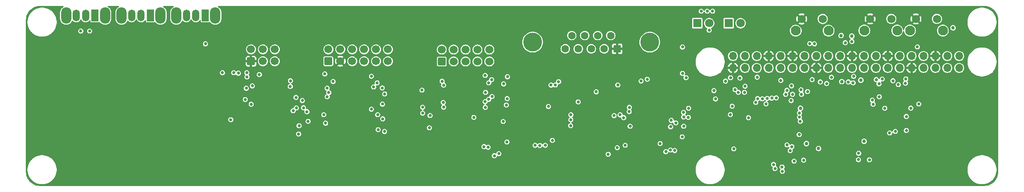
<source format=gbr>
%TF.GenerationSoftware,KiCad,Pcbnew,8.0.6*%
%TF.CreationDate,2024-10-21T13:09:56+02:00*%
%TF.ProjectId,rgb-to-hdmi,7267622d-746f-42d6-9864-6d692e6b6963,rev?*%
%TF.SameCoordinates,Original*%
%TF.FileFunction,Copper,L3,Inr*%
%TF.FilePolarity,Positive*%
%FSLAX46Y46*%
G04 Gerber Fmt 4.6, Leading zero omitted, Abs format (unit mm)*
G04 Created by KiCad (PCBNEW 8.0.6) date 2024-10-21 13:09:56*
%MOMM*%
%LPD*%
G01*
G04 APERTURE LIST*
G04 Aperture macros list*
%AMRoundRect*
0 Rectangle with rounded corners*
0 $1 Rounding radius*
0 $2 $3 $4 $5 $6 $7 $8 $9 X,Y pos of 4 corners*
0 Add a 4 corners polygon primitive as box body*
4,1,4,$2,$3,$4,$5,$6,$7,$8,$9,$2,$3,0*
0 Add four circle primitives for the rounded corners*
1,1,$1+$1,$2,$3*
1,1,$1+$1,$4,$5*
1,1,$1+$1,$6,$7*
1,1,$1+$1,$8,$9*
0 Add four rect primitives between the rounded corners*
20,1,$1+$1,$2,$3,$4,$5,0*
20,1,$1+$1,$4,$5,$6,$7,0*
20,1,$1+$1,$6,$7,$8,$9,0*
20,1,$1+$1,$8,$9,$2,$3,0*%
G04 Aperture macros list end*
%TA.AperFunction,ComponentPad*%
%ADD10C,2.100000*%
%TD*%
%TA.AperFunction,ComponentPad*%
%ADD11C,1.750000*%
%TD*%
%TA.AperFunction,ComponentPad*%
%ADD12O,1.700000X1.700000*%
%TD*%
%TA.AperFunction,ComponentPad*%
%ADD13RoundRect,0.250000X0.600000X-0.600000X0.600000X0.600000X-0.600000X0.600000X-0.600000X-0.600000X0*%
%TD*%
%TA.AperFunction,ComponentPad*%
%ADD14C,1.700000*%
%TD*%
%TA.AperFunction,ComponentPad*%
%ADD15R,1.800000X1.800000*%
%TD*%
%TA.AperFunction,ComponentPad*%
%ADD16C,1.800000*%
%TD*%
%TA.AperFunction,ComponentPad*%
%ADD17O,2.200000X3.500000*%
%TD*%
%TA.AperFunction,ComponentPad*%
%ADD18R,1.500000X2.500000*%
%TD*%
%TA.AperFunction,ComponentPad*%
%ADD19O,1.500000X2.500000*%
%TD*%
%TA.AperFunction,ComponentPad*%
%ADD20C,4.000000*%
%TD*%
%TA.AperFunction,ComponentPad*%
%ADD21R,1.600000X1.600000*%
%TD*%
%TA.AperFunction,ComponentPad*%
%ADD22C,1.600000*%
%TD*%
%TA.AperFunction,ViaPad*%
%ADD23C,0.762000*%
%TD*%
%TA.AperFunction,ViaPad*%
%ADD24C,0.660400*%
%TD*%
G04 APERTURE END LIST*
D10*
%TO.N,*%
%TO.C,SW1*%
X144587600Y-34182500D03*
X151597600Y-34182500D03*
D11*
%TO.N,GND*%
X145837600Y-31692500D03*
%TO.N,/GPIO16*%
X150337600Y-31692500D03*
%TD*%
D10*
%TO.N,*%
%TO.C,SW2*%
X159218000Y-34165200D03*
X166228000Y-34165200D03*
D11*
%TO.N,GND*%
X160468000Y-31675200D03*
%TO.N,/GPIO26*%
X164968000Y-31675200D03*
%TD*%
D10*
%TO.N,*%
%TO.C,SW3*%
X168960600Y-34165200D03*
X175970600Y-34165200D03*
D11*
%TO.N,GND*%
X170210600Y-31675200D03*
%TO.N,/GPIO19*%
X174710600Y-31675200D03*
%TD*%
D12*
%TO.N,/3V3*%
%TO.C,P1*%
X179451000Y-42140000D03*
%TO.N,/VCC*%
X179451000Y-39600000D03*
%TO.N,/GPIO2_Q00*%
X176911000Y-42140000D03*
%TO.N,/VCC*%
X176911000Y-39600000D03*
%TO.N,/GPIO3_Q01*%
X174371000Y-42140000D03*
%TO.N,GND*%
X174371000Y-39600000D03*
%TO.N,/GPIO4_Q02*%
X171831000Y-42140000D03*
%TO.N,/TxD*%
X171831000Y-39600000D03*
%TO.N,GND*%
X169291000Y-42140000D03*
%TO.N,/RxD*%
X169291000Y-39600000D03*
%TO.N,/GPIO17_psync*%
X166751000Y-42140000D03*
%TO.N,/GPIO18_Version*%
X166751000Y-39600000D03*
%TO.N,/GPIO27_genlock*%
X164211000Y-42140000D03*
%TO.N,GND*%
X164211000Y-39600000D03*
%TO.N,/GPIO22_analog*%
X161671000Y-42140000D03*
%TO.N,/GPIO23_csync*%
X161671000Y-39600000D03*
%TO.N,/3V3*%
X159131000Y-42140000D03*
%TO.N,/GPIO24_mux*%
X159131000Y-39600000D03*
%TO.N,/GPIO10_Q08*%
X156591000Y-42140000D03*
%TO.N,GND*%
X156591000Y-39600000D03*
%TO.N,/GPIO9_Q07*%
X154051000Y-42140000D03*
%TO.N,/GPIO25_mode7*%
X154051000Y-39600000D03*
%TO.N,/GPIO11_Q09*%
X151511000Y-42140000D03*
%TO.N,/GPIO8_Q06*%
X151511000Y-39600000D03*
%TO.N,GND*%
X148971000Y-42140000D03*
%TO.N,/GPIO7_Q05*%
X148971000Y-39600000D03*
%TO.N,/GPIO0_sp_data*%
X146431000Y-42140000D03*
%TO.N,/GPIO1_sp_clken*%
X146431000Y-39600000D03*
%TO.N,/GPIO5_Q03*%
X143891000Y-42140000D03*
%TO.N,GND*%
X143891000Y-39600000D03*
%TO.N,/GPIO6_Q04*%
X141351000Y-42140000D03*
%TO.N,/GPIO12_Q10*%
X141351000Y-39600000D03*
%TO.N,/GPIO13_Q11*%
X138811000Y-42140000D03*
%TO.N,GND*%
X138811000Y-39600000D03*
%TO.N,/GPIO19*%
X136271000Y-42140000D03*
%TO.N,/GPIO16*%
X136271000Y-39600000D03*
%TO.N,/GPIO26*%
X133731000Y-42140000D03*
%TO.N,/GPIO20_sp_clk*%
X133731000Y-39600000D03*
%TO.N,GND*%
X131191000Y-42140000D03*
%TO.N,/GPIO21_clk*%
X131191000Y-39600000D03*
%TD*%
D13*
%TO.N,/R1*%
%TO.C,P2*%
X44887000Y-40717600D03*
D14*
%TO.N,/B1*%
X44887000Y-38177600D03*
%TO.N,GND*%
X47427000Y-40717600D03*
%TO.N,/G2*%
X47427000Y-38177600D03*
%TO.N,/R2*%
X49967000Y-40717600D03*
%TO.N,/B2*%
X49967000Y-38177600D03*
%TO.N,/R3*%
X52507000Y-40717600D03*
%TO.N,/SYNC*%
X52507000Y-38177600D03*
%TO.N,/G3*%
X55047000Y-40717600D03*
%TO.N,/VSYNC*%
X55047000Y-38177600D03*
%TO.N,/B3*%
X57587000Y-40717600D03*
%TO.N,/VCC*%
X57587000Y-38177600D03*
%TD*%
D13*
%TO.N,unconnected-(P5-Pin_1-Pad1)*%
%TO.C,P5*%
X69067800Y-40768400D03*
D14*
%TO.N,/G1*%
X69067800Y-38228400D03*
%TO.N,/GPIO22_analog*%
X71607800Y-40768400D03*
%TO.N,/R0*%
X71607800Y-38228400D03*
%TO.N,/GPIO1_sp_clken*%
X74147800Y-40768400D03*
%TO.N,/G0*%
X74147800Y-38228400D03*
%TO.N,/GPIO0_sp_data*%
X76687800Y-40768400D03*
%TO.N,/B0*%
X76687800Y-38228400D03*
%TO.N,/GPIO24_mux*%
X79227800Y-40768400D03*
%TO.N,/GPIO25_mode7*%
X79227800Y-38228400D03*
%TD*%
D15*
%TO.N,Net-(D1-K)*%
%TO.C,D1*%
X130272000Y-32599040D03*
D16*
%TO.N,/GPIO27_genlock*%
X132812000Y-32599040D03*
%TD*%
D15*
%TO.N,Net-(D2-K)*%
%TO.C,D2*%
X123576200Y-32599040D03*
D16*
%TO.N,/GPIO25_mode7*%
X126116200Y-32599040D03*
%TD*%
D17*
%TO.N,*%
%TO.C,SW5*%
X9073000Y-30964000D03*
X773000Y-30964000D03*
D18*
%TO.N,Net-(SW5-A)*%
X6923000Y-30964000D03*
D19*
%TO.N,/R1_A*%
X4923000Y-30964000D03*
%TO.N,Net-(SW5-C)*%
X2923000Y-30964000D03*
%TD*%
D17*
%TO.N,*%
%TO.C,SW6*%
X-2738000Y-30964000D03*
X-11038000Y-30964000D03*
D18*
%TO.N,Net-(SW6-A)*%
X-4888000Y-30964000D03*
D19*
%TO.N,/B1_A*%
X-6888000Y-30964000D03*
%TO.N,Net-(SW6-C)*%
X-8888000Y-30964000D03*
%TD*%
D13*
%TO.N,GND*%
%TO.C,J1*%
X28377000Y-40717600D03*
D14*
%TO.N,/ASYNC*%
X28377000Y-38177600D03*
%TO.N,/ABLUE*%
X30917000Y-40717600D03*
%TO.N,/AGREEN*%
X30917000Y-38177600D03*
%TO.N,/ARED*%
X33457000Y-40717600D03*
%TO.N,/VCC_IN*%
X33457000Y-38177600D03*
%TD*%
D17*
%TO.N,*%
%TO.C,SW4*%
X20757000Y-30964000D03*
X12457000Y-30964000D03*
D18*
%TO.N,Net-(SW4-A)*%
X18607000Y-30964000D03*
D19*
%TO.N,/DETECT*%
X16607000Y-30964000D03*
%TO.N,Net-(SW4-C)*%
X14607000Y-30964000D03*
%TD*%
D20*
%TO.N,N/C*%
%TO.C,J2*%
X113459600Y-36649040D03*
X88459600Y-36649040D03*
D21*
%TO.N,GND*%
X106499600Y-38069040D03*
D22*
%TO.N,/R2*%
X103729600Y-38069040D03*
%TO.N,/R1*%
X100959600Y-38069040D03*
%TO.N,/G1*%
X98189600Y-38069040D03*
%TO.N,/B1*%
X95419600Y-38069040D03*
%TO.N,/G2*%
X105114600Y-35229040D03*
%TO.N,/B2*%
X102344600Y-35229040D03*
%TO.N,/SYNC*%
X99574600Y-35229040D03*
%TO.N,/VSYNC*%
X96804600Y-35229040D03*
%TD*%
D23*
%TO.N,/3V3*%
X154275005Y-35227005D03*
X158466004Y-44752000D03*
X145572598Y-50748000D03*
X156561000Y-35354000D03*
X159177861Y-57817716D03*
X178151000Y-33576000D03*
X154399619Y-45054781D03*
X146842600Y-58294400D03*
X149449000Y-59351817D03*
D24*
%TO.N,/VCC*%
X109250600Y-54586000D03*
X18666000Y-37001000D03*
X120680598Y-54586000D03*
X54067905Y-50955588D03*
X75925802Y-52706400D03*
X83037800Y-48693200D03*
X120426603Y-37669597D03*
X124430000Y-30020000D03*
X126843000Y-30020000D03*
X56418600Y-49861600D03*
X44125000Y-43410000D03*
X83088600Y-44019600D03*
X125700000Y-30020000D03*
X96576000Y-54459000D03*
X44981484Y-47414106D03*
X54081804Y-43918000D03*
X37978200Y-48439200D03*
%TO.N,GND*%
X162184200Y-62714000D03*
X28529400Y-48591600D03*
X91521400Y-48693200D03*
X160371000Y-45768000D03*
X150754200Y-62714000D03*
X152904077Y-45217654D03*
X139833758Y-56076811D03*
X76281400Y-51233200D03*
X144279138Y-57631787D03*
X38017237Y-49313805D03*
X118750200Y-41378000D03*
X140492600Y-45848400D03*
X45903000Y-49760000D03*
X51287800Y-43918000D03*
X106228000Y-54586000D03*
X35641396Y-54535200D03*
X69575800Y-51741200D03*
X139559440Y-54346617D03*
X69511072Y-46740866D03*
X152938600Y-62663198D03*
X159829287Y-54096439D03*
X42702600Y-45166600D03*
X164688998Y-57833000D03*
X146289024Y-62739200D03*
X155224606Y-62714000D03*
X157395906Y-62791240D03*
X54434220Y-48193350D03*
X45902998Y-46407200D03*
X105288200Y-50725200D03*
X43040241Y-53734845D03*
X139121000Y-52300000D03*
X34625400Y-42952800D03*
X14534000Y-36868500D03*
X80472400Y-51233200D03*
X65054600Y-49252000D03*
X145471000Y-49788000D03*
X148417400Y-62713998D03*
X94671000Y-51792000D03*
X159622800Y-62714000D03*
X69652296Y-48668687D03*
X52964200Y-52808000D03*
X122509400Y-55906800D03*
X80396198Y-44019600D03*
X130240939Y-50750718D03*
X132719184Y-35443182D03*
X118547000Y-34012000D03*
X39155115Y-47011357D03*
X33838000Y-56237000D03*
X117937400Y-50674400D03*
X49103400Y-52118200D03*
%TO.N,/SYNC*%
X112908200Y-44578400D03*
X140434326Y-48533326D03*
X142442673Y-47778772D03*
X109102475Y-50557064D03*
%TO.N,/VSYNC*%
X107887738Y-52757202D03*
X111587400Y-44934000D03*
X133654200Y-47358431D03*
X157958000Y-61721691D03*
%TO.N,/SPCLK*%
X168178600Y-52503200D03*
X168178596Y-55480588D03*
%TO.N,/R1*%
X139852533Y-62742425D03*
X96620317Y-52143274D03*
X106631500Y-45775100D03*
X131632207Y-46777402D03*
%TO.N,/B1*%
X132337400Y-47353193D03*
X98176200Y-49404400D03*
X102007300Y-47241400D03*
X141730776Y-64189744D03*
%TO.N,/G2*%
X121727378Y-50752230D03*
X130674283Y-44237537D03*
X121188600Y-44222800D03*
X146281840Y-61828826D03*
%TO.N,/R2*%
X144242000Y-62024000D03*
X133759570Y-46040191D03*
X134517800Y-52776206D03*
%TO.N,/B2*%
X129599394Y-44968394D03*
X120426600Y-43308400D03*
X121674333Y-52686444D03*
X141669810Y-63281385D03*
%TO.N,/R3*%
X115651400Y-58294400D03*
X117882922Y-54691278D03*
%TO.N,/B0*%
X136455386Y-48687546D03*
X152205720Y-44131771D03*
%TO.N,/G0*%
X160304600Y-61748800D03*
X127478000Y-48759932D03*
X131038000Y-50310801D03*
%TO.N,/R0*%
X148075930Y-44646671D03*
X137444604Y-48744000D03*
X136059200Y-49497030D03*
%TO.N,/G1*%
X140162926Y-63598280D03*
X127139563Y-46989932D03*
%TO.N,/GPIO27_genlock*%
X155163998Y-36751000D03*
X148564827Y-36997804D03*
%TO.N,/GPIO25_mode7*%
X126116200Y-34084000D03*
%TO.N,/GPIO0_sp_data*%
X143408274Y-59792800D03*
X138510909Y-48641907D03*
X145816841Y-47779060D03*
X161092000Y-49912200D03*
X80294600Y-60885200D03*
X78332484Y-43736200D03*
X44630894Y-46480590D03*
X166467000Y-45687800D03*
X78415000Y-47363700D03*
%TO.N,/GPIO20_sp_clk*%
X156561000Y-36496998D03*
X147567345Y-36950600D03*
X162403000Y-48300000D03*
X163583606Y-50758606D03*
X170531000Y-37640000D03*
%TO.N,/GPIO1_sp_clken*%
X145697698Y-46818268D03*
X143757447Y-58952020D03*
X79703822Y-44650978D03*
X81241553Y-60440764D03*
X169134000Y-50721000D03*
X79790600Y-48223182D03*
X165323998Y-44879002D03*
X160923849Y-49017461D03*
%TO.N,/GPIO17_psync*%
X162342012Y-45532910D03*
X147102078Y-47179290D03*
%TO.N,/GPIO18_Version*%
X145318600Y-56364000D03*
X143905791Y-47770156D03*
X163038000Y-44498000D03*
X143684726Y-45976242D03*
%TO.N,/GPIO22_analog*%
X142718000Y-46911000D03*
X161768000Y-44625000D03*
X79093125Y-45326168D03*
X79075400Y-48845600D03*
X136368000Y-44117000D03*
%TO.N,/GPIO24_mux*%
X138243761Y-49822461D03*
X143592508Y-49102167D03*
X141401200Y-44798800D03*
%TO.N,/GPIO21_clk*%
X132685000Y-44290800D03*
X158002769Y-60358091D03*
%TO.N,/GPIO2_Q00*%
X145563254Y-53540184D03*
%TO.N,/GPIO3_Q01*%
X145385000Y-52647403D03*
%TO.N,/GPIO4_Q02*%
X145385000Y-51737000D03*
%TO.N,/GPIO9_Q07*%
X156942000Y-43939673D03*
%TO.N,/GPIO11_Q09*%
X155799000Y-45133000D03*
%TO.N,/GPIO8_Q06*%
X156818498Y-45312669D03*
%TO.N,/GPIO5_Q03*%
X167991000Y-45387000D03*
%TO.N,/GPIO6_Q04*%
X165832000Y-55674000D03*
%TO.N,/GPIO12_Q10*%
X168047565Y-44495296D03*
%TO.N,/GPIO13_Q11*%
X164608606Y-56021406D03*
%TO.N,/GPIO23_csync*%
X149830000Y-45133000D03*
%TO.N,/AGREEN*%
X39584614Y-50645000D03*
X39327391Y-49102048D03*
%TO.N,/CLAMPLVL*%
X28661187Y-45966474D03*
X78364200Y-50572800D03*
X37369503Y-51285891D03*
X27383838Y-46484974D03*
X36759000Y-46102406D03*
X78087806Y-58933394D03*
X38537000Y-56237000D03*
X27157800Y-48896400D03*
X45895620Y-45043600D03*
%TO.N,/ASYNC*%
X65003800Y-50522000D03*
%TO.N,/ABLUE*%
X40315000Y-51487200D03*
X28427802Y-49887001D03*
X40561000Y-53537127D03*
X82981786Y-57953630D03*
X82856000Y-50064800D03*
%TO.N,/ARED*%
X88983348Y-58649041D03*
X38046686Y-50677405D03*
X91826200Y-50369600D03*
X38639981Y-54484400D03*
%TO.N,/SGREEN*%
X44634092Y-48281451D03*
X56889729Y-47706627D03*
%TO.N,/REFGYSYNC*%
X64851407Y-46877794D03*
X69394175Y-49492812D03*
%TO.N,/REFSYNC*%
X65003800Y-51792004D03*
X69474200Y-50522000D03*
%TO.N,/SPARE*%
X78955541Y-59073394D03*
X78309589Y-49337907D03*
%TO.N,/REFGYLO*%
X55271600Y-45341186D03*
X69152211Y-44977626D03*
%TO.N,/REFGYHI*%
X56371104Y-46415200D03*
X69468070Y-45831480D03*
%TO.N,/DETECT*%
X54539000Y-46204000D03*
X91165800Y-58650000D03*
X151180200Y-45474555D03*
X22281000Y-43156000D03*
X24693998Y-43156000D03*
X104577000Y-60555000D03*
X130631600Y-52104710D03*
X96598828Y-53211822D03*
X131374000Y-59412000D03*
X139476597Y-48591606D03*
X24059000Y-53189000D03*
X105821600Y-52325400D03*
%TO.N,/B3_A*%
X82174200Y-53570000D03*
X82275800Y-45543600D03*
%TO.N,/B2_A*%
X120680600Y-52604800D03*
X120375800Y-56850600D03*
%TO.N,/SYNC_A*%
X108193439Y-58645101D03*
X109047400Y-51465800D03*
%TO.N,/G2_A*%
X118754379Y-59777347D03*
X56469400Y-53011200D03*
X120645280Y-51625108D03*
X56875800Y-55703600D03*
%TO.N,/VSYNC_A*%
X107117000Y-52147600D03*
X106519992Y-59155645D03*
X66426200Y-54912200D03*
X66578600Y-52300000D03*
%TO.N,/TERM*%
X142724254Y-58560035D03*
X43921800Y-52118200D03*
X170839800Y-49832000D03*
X44277400Y-53925600D03*
%TO.N,/R3_A*%
X93997657Y-45086400D03*
X92674120Y-57607799D03*
X119007152Y-53887085D03*
X117851653Y-59659369D03*
%TO.N,/G0_A*%
X55504198Y-55318600D03*
X116870600Y-60017600D03*
X55399499Y-52118200D03*
X118039000Y-53336800D03*
%TO.N,/B1_A*%
X89997400Y-58700800D03*
X93315857Y-45767706D03*
%TO.N,/R1_A*%
X27490016Y-43163025D03*
X92385000Y-45797600D03*
%TO.N,Net-(SW5-C)*%
X36809800Y-44883200D03*
X27513400Y-44070400D03*
%TO.N,Net-(SW5-A)*%
X25684600Y-43257600D03*
X30155002Y-43562400D03*
%TO.N,Net-(SW6-C)*%
X-6040004Y-34266000D03*
X-7945000Y-34266000D03*
%TD*%
%TA.AperFunction,Conductor*%
%TO.N,GND*%
G36*
X-11622323Y-28939225D02*
G01*
X-11576568Y-28992029D01*
X-11566624Y-29061187D01*
X-11595649Y-29124743D01*
X-11633067Y-29154025D01*
X-11721289Y-29198976D01*
X-11887305Y-29319595D01*
X-12032405Y-29464695D01*
X-12153024Y-29630711D01*
X-12246187Y-29813552D01*
X-12246188Y-29813555D01*
X-12309598Y-30008711D01*
X-12309598Y-30008714D01*
X-12341700Y-30211397D01*
X-12341700Y-31716603D01*
X-12337648Y-31742184D01*
X-12309598Y-31919285D01*
X-12309598Y-31919288D01*
X-12246188Y-32114444D01*
X-12246187Y-32114447D01*
X-12179417Y-32245489D01*
X-12153024Y-32297288D01*
X-12032406Y-32463303D01*
X-11887303Y-32608406D01*
X-11721288Y-32729024D01*
X-11710609Y-32734465D01*
X-11538448Y-32822186D01*
X-11538445Y-32822187D01*
X-11398984Y-32867500D01*
X-11343284Y-32885598D01*
X-11140603Y-32917700D01*
X-11140602Y-32917700D01*
X-10935398Y-32917700D01*
X-10935397Y-32917700D01*
X-10732716Y-32885598D01*
X-10732713Y-32885597D01*
X-10732712Y-32885597D01*
X-10537556Y-32822187D01*
X-10537553Y-32822186D01*
X-10499333Y-32802712D01*
X-10354712Y-32729024D01*
X-10188697Y-32608406D01*
X-10043594Y-32463303D01*
X-9922976Y-32297288D01*
X-9829814Y-32114447D01*
X-9829811Y-32114435D01*
X-9829514Y-32113720D01*
X-9829322Y-32113481D01*
X-9827602Y-32110106D01*
X-9826894Y-32110467D01*
X-9785681Y-32059310D01*
X-9719390Y-32037235D01*
X-9651688Y-32054503D01*
X-9627264Y-32073474D01*
X-9495952Y-32204786D01*
X-9339744Y-32309160D01*
X-9189076Y-32371568D01*
X-9166184Y-32381050D01*
X-9041349Y-32405881D01*
X-8981936Y-32417699D01*
X-8981932Y-32417700D01*
X-8981931Y-32417700D01*
X-8794068Y-32417700D01*
X-8794067Y-32417699D01*
X-8609816Y-32381050D01*
X-8470368Y-32323289D01*
X-8436257Y-32309160D01*
X-8436256Y-32309159D01*
X-8436253Y-32309158D01*
X-8280051Y-32204788D01*
X-8147212Y-32071949D01*
X-8042842Y-31915747D01*
X-8002561Y-31818500D01*
X-7958721Y-31764096D01*
X-7892427Y-31742031D01*
X-7824727Y-31759310D01*
X-7777116Y-31810447D01*
X-7773439Y-31818500D01*
X-7739231Y-31901087D01*
X-7733158Y-31915747D01*
X-7722805Y-31931241D01*
X-7628787Y-32071951D01*
X-7495952Y-32204786D01*
X-7339744Y-32309160D01*
X-7189076Y-32371568D01*
X-7166184Y-32381050D01*
X-7041349Y-32405881D01*
X-6981936Y-32417699D01*
X-6981932Y-32417700D01*
X-6981931Y-32417700D01*
X-6794068Y-32417700D01*
X-6794067Y-32417699D01*
X-6609816Y-32381050D01*
X-6470368Y-32323289D01*
X-6436257Y-32309160D01*
X-6436256Y-32309159D01*
X-6436253Y-32309158D01*
X-6280051Y-32204788D01*
X-6147212Y-32071949D01*
X-6068802Y-31954599D01*
X-6015191Y-31909794D01*
X-5945866Y-31901087D01*
X-5882838Y-31931241D01*
X-5846118Y-31990684D01*
X-5841700Y-32023490D01*
X-5841700Y-32234064D01*
X-5841700Y-32234066D01*
X-5841701Y-32234066D01*
X-5829883Y-32293476D01*
X-5829882Y-32293479D01*
X-5819404Y-32309160D01*
X-5784860Y-32360860D01*
X-5718755Y-32405029D01*
X-5717480Y-32405881D01*
X-5717477Y-32405882D01*
X-5658067Y-32417700D01*
X-5658064Y-32417700D01*
X-4117934Y-32417700D01*
X-4058524Y-32405882D01*
X-4058523Y-32405881D01*
X-4058520Y-32405881D01*
X-3991140Y-32360860D01*
X-3991136Y-32360853D01*
X-3987058Y-32356776D01*
X-3925736Y-32323289D01*
X-3856044Y-32328271D01*
X-3800109Y-32370140D01*
X-3799117Y-32371485D01*
X-3732406Y-32463303D01*
X-3587303Y-32608406D01*
X-3421288Y-32729024D01*
X-3410609Y-32734465D01*
X-3238448Y-32822186D01*
X-3238445Y-32822187D01*
X-3098984Y-32867500D01*
X-3043284Y-32885598D01*
X-2840603Y-32917700D01*
X-2840602Y-32917700D01*
X-2635398Y-32917700D01*
X-2635397Y-32917700D01*
X-2432716Y-32885598D01*
X-2432713Y-32885597D01*
X-2432712Y-32885597D01*
X-2237556Y-32822187D01*
X-2237553Y-32822186D01*
X-2199333Y-32802712D01*
X-2054712Y-32729024D01*
X-1888697Y-32608406D01*
X-1743594Y-32463303D01*
X-1622976Y-32297288D01*
X-1529814Y-32114447D01*
X-1528521Y-32110467D01*
X-1466403Y-31919288D01*
X-1466403Y-31919287D01*
X-1466402Y-31919284D01*
X-1434300Y-31716603D01*
X-1434300Y-30211397D01*
X-1466402Y-30008716D01*
X-1466403Y-30008712D01*
X-1466403Y-30008711D01*
X-1529813Y-29813555D01*
X-1529814Y-29813552D01*
X-1590763Y-29693933D01*
X-1622976Y-29630712D01*
X-1743594Y-29464697D01*
X-1888697Y-29319594D01*
X-2054712Y-29198976D01*
X-2142933Y-29154025D01*
X-2193729Y-29106050D01*
X-2210524Y-29038229D01*
X-2187986Y-28972094D01*
X-2133271Y-28928643D01*
X-2086638Y-28919540D01*
X121638Y-28919540D01*
X188677Y-28939225D01*
X234432Y-28992029D01*
X244376Y-29061187D01*
X215351Y-29124743D01*
X177933Y-29154025D01*
X89711Y-29198976D01*
X-76305Y-29319595D01*
X-221405Y-29464695D01*
X-342024Y-29630711D01*
X-435187Y-29813552D01*
X-435188Y-29813555D01*
X-498598Y-30008711D01*
X-498598Y-30008714D01*
X-530700Y-30211397D01*
X-530700Y-31716603D01*
X-526648Y-31742184D01*
X-498598Y-31919285D01*
X-498598Y-31919288D01*
X-435188Y-32114444D01*
X-435187Y-32114447D01*
X-368417Y-32245489D01*
X-342024Y-32297288D01*
X-221406Y-32463303D01*
X-76303Y-32608406D01*
X89712Y-32729024D01*
X100391Y-32734465D01*
X272552Y-32822186D01*
X272555Y-32822187D01*
X412016Y-32867500D01*
X467716Y-32885598D01*
X670397Y-32917700D01*
X670398Y-32917700D01*
X875602Y-32917700D01*
X875603Y-32917700D01*
X1078284Y-32885598D01*
X1078287Y-32885597D01*
X1078288Y-32885597D01*
X1273444Y-32822187D01*
X1273447Y-32822186D01*
X1311667Y-32802712D01*
X1456288Y-32729024D01*
X1622303Y-32608406D01*
X1767406Y-32463303D01*
X1888024Y-32297288D01*
X1981186Y-32114447D01*
X1981189Y-32114435D01*
X1981486Y-32113720D01*
X1981678Y-32113481D01*
X1983398Y-32110106D01*
X1984106Y-32110467D01*
X2025319Y-32059310D01*
X2091610Y-32037235D01*
X2159312Y-32054503D01*
X2183736Y-32073474D01*
X2315048Y-32204786D01*
X2471256Y-32309160D01*
X2621924Y-32371568D01*
X2644816Y-32381050D01*
X2769651Y-32405881D01*
X2829064Y-32417699D01*
X2829068Y-32417700D01*
X2829069Y-32417700D01*
X3016932Y-32417700D01*
X3016933Y-32417699D01*
X3201184Y-32381050D01*
X3340632Y-32323289D01*
X3374743Y-32309160D01*
X3374744Y-32309159D01*
X3374747Y-32309158D01*
X3530949Y-32204788D01*
X3663788Y-32071949D01*
X3768158Y-31915747D01*
X3808439Y-31818500D01*
X3852279Y-31764096D01*
X3918573Y-31742031D01*
X3986273Y-31759310D01*
X4033884Y-31810447D01*
X4037561Y-31818500D01*
X4071769Y-31901087D01*
X4077842Y-31915747D01*
X4088195Y-31931241D01*
X4182213Y-32071951D01*
X4315048Y-32204786D01*
X4471256Y-32309160D01*
X4621924Y-32371568D01*
X4644816Y-32381050D01*
X4769651Y-32405881D01*
X4829064Y-32417699D01*
X4829068Y-32417700D01*
X4829069Y-32417700D01*
X5016932Y-32417700D01*
X5016933Y-32417699D01*
X5201184Y-32381050D01*
X5340632Y-32323289D01*
X5374743Y-32309160D01*
X5374744Y-32309159D01*
X5374747Y-32309158D01*
X5530949Y-32204788D01*
X5663788Y-32071949D01*
X5742198Y-31954599D01*
X5795809Y-31909794D01*
X5865134Y-31901087D01*
X5928162Y-31931241D01*
X5964882Y-31990684D01*
X5969300Y-32023490D01*
X5969300Y-32234064D01*
X5969300Y-32234066D01*
X5969299Y-32234066D01*
X5981117Y-32293476D01*
X5981118Y-32293479D01*
X5991596Y-32309160D01*
X6026140Y-32360860D01*
X6092245Y-32405029D01*
X6093520Y-32405881D01*
X6093523Y-32405882D01*
X6152933Y-32417700D01*
X6152936Y-32417700D01*
X7693066Y-32417700D01*
X7752476Y-32405882D01*
X7752477Y-32405881D01*
X7752480Y-32405881D01*
X7819860Y-32360860D01*
X7819864Y-32360853D01*
X7823942Y-32356776D01*
X7885264Y-32323289D01*
X7954956Y-32328271D01*
X8010891Y-32370140D01*
X8011883Y-32371485D01*
X8078594Y-32463303D01*
X8223697Y-32608406D01*
X8389712Y-32729024D01*
X8400391Y-32734465D01*
X8572552Y-32822186D01*
X8572555Y-32822187D01*
X8712016Y-32867500D01*
X8767716Y-32885598D01*
X8970397Y-32917700D01*
X8970398Y-32917700D01*
X9175602Y-32917700D01*
X9175603Y-32917700D01*
X9378284Y-32885598D01*
X9378287Y-32885597D01*
X9378288Y-32885597D01*
X9573444Y-32822187D01*
X9573447Y-32822186D01*
X9611667Y-32802712D01*
X9756288Y-32729024D01*
X9922303Y-32608406D01*
X10067406Y-32463303D01*
X10188024Y-32297288D01*
X10281186Y-32114447D01*
X10282479Y-32110467D01*
X10344597Y-31919288D01*
X10344597Y-31919287D01*
X10344598Y-31919284D01*
X10376700Y-31716603D01*
X10376700Y-30211397D01*
X10344598Y-30008716D01*
X10344597Y-30008712D01*
X10344597Y-30008711D01*
X10281187Y-29813555D01*
X10281186Y-29813552D01*
X10220237Y-29693933D01*
X10188024Y-29630712D01*
X10067406Y-29464697D01*
X9922303Y-29319594D01*
X9756288Y-29198976D01*
X9668067Y-29154025D01*
X9617271Y-29106050D01*
X9600476Y-29038229D01*
X9623014Y-28972094D01*
X9677729Y-28928643D01*
X9724362Y-28919540D01*
X11805638Y-28919540D01*
X11872677Y-28939225D01*
X11918432Y-28992029D01*
X11928376Y-29061187D01*
X11899351Y-29124743D01*
X11861933Y-29154025D01*
X11773711Y-29198976D01*
X11607695Y-29319595D01*
X11462595Y-29464695D01*
X11341976Y-29630711D01*
X11248813Y-29813552D01*
X11248812Y-29813555D01*
X11185402Y-30008711D01*
X11185402Y-30008714D01*
X11153300Y-30211397D01*
X11153300Y-31716603D01*
X11157352Y-31742184D01*
X11185402Y-31919285D01*
X11185402Y-31919288D01*
X11248812Y-32114444D01*
X11248813Y-32114447D01*
X11315583Y-32245489D01*
X11341976Y-32297288D01*
X11462594Y-32463303D01*
X11607697Y-32608406D01*
X11773712Y-32729024D01*
X11784391Y-32734465D01*
X11956552Y-32822186D01*
X11956555Y-32822187D01*
X12096016Y-32867500D01*
X12151716Y-32885598D01*
X12354397Y-32917700D01*
X12354398Y-32917700D01*
X12559602Y-32917700D01*
X12559603Y-32917700D01*
X12762284Y-32885598D01*
X12762287Y-32885597D01*
X12762288Y-32885597D01*
X12957444Y-32822187D01*
X12957447Y-32822186D01*
X12995667Y-32802712D01*
X13140288Y-32729024D01*
X13306303Y-32608406D01*
X13451406Y-32463303D01*
X13572024Y-32297288D01*
X13665186Y-32114447D01*
X13665189Y-32114435D01*
X13665486Y-32113720D01*
X13665678Y-32113481D01*
X13667398Y-32110106D01*
X13668106Y-32110467D01*
X13709319Y-32059310D01*
X13775610Y-32037235D01*
X13843312Y-32054503D01*
X13867736Y-32073474D01*
X13999048Y-32204786D01*
X14155256Y-32309160D01*
X14305924Y-32371568D01*
X14328816Y-32381050D01*
X14453651Y-32405881D01*
X14513064Y-32417699D01*
X14513068Y-32417700D01*
X14513069Y-32417700D01*
X14700932Y-32417700D01*
X14700933Y-32417699D01*
X14885184Y-32381050D01*
X15024632Y-32323289D01*
X15058743Y-32309160D01*
X15058744Y-32309159D01*
X15058747Y-32309158D01*
X15214949Y-32204788D01*
X15347788Y-32071949D01*
X15452158Y-31915747D01*
X15492439Y-31818500D01*
X15536279Y-31764096D01*
X15602573Y-31742031D01*
X15670273Y-31759310D01*
X15717884Y-31810447D01*
X15721561Y-31818500D01*
X15755769Y-31901087D01*
X15761842Y-31915747D01*
X15772195Y-31931241D01*
X15866213Y-32071951D01*
X15999048Y-32204786D01*
X16155256Y-32309160D01*
X16305924Y-32371568D01*
X16328816Y-32381050D01*
X16453651Y-32405881D01*
X16513064Y-32417699D01*
X16513068Y-32417700D01*
X16513069Y-32417700D01*
X16700932Y-32417700D01*
X16700933Y-32417699D01*
X16885184Y-32381050D01*
X17024632Y-32323289D01*
X17058743Y-32309160D01*
X17058744Y-32309159D01*
X17058747Y-32309158D01*
X17214949Y-32204788D01*
X17347788Y-32071949D01*
X17426198Y-31954599D01*
X17479809Y-31909794D01*
X17549134Y-31901087D01*
X17612162Y-31931241D01*
X17648882Y-31990684D01*
X17653300Y-32023490D01*
X17653300Y-32234064D01*
X17653300Y-32234066D01*
X17653299Y-32234066D01*
X17665117Y-32293476D01*
X17665118Y-32293479D01*
X17675596Y-32309160D01*
X17710140Y-32360860D01*
X17776245Y-32405029D01*
X17777520Y-32405881D01*
X17777523Y-32405882D01*
X17836933Y-32417700D01*
X17836936Y-32417700D01*
X19377066Y-32417700D01*
X19436476Y-32405882D01*
X19436477Y-32405881D01*
X19436480Y-32405881D01*
X19503860Y-32360860D01*
X19503864Y-32360853D01*
X19507942Y-32356776D01*
X19569264Y-32323289D01*
X19638956Y-32328271D01*
X19694891Y-32370140D01*
X19695883Y-32371485D01*
X19762594Y-32463303D01*
X19907697Y-32608406D01*
X20073712Y-32729024D01*
X20084391Y-32734465D01*
X20256552Y-32822186D01*
X20256555Y-32822187D01*
X20396016Y-32867500D01*
X20451716Y-32885598D01*
X20654397Y-32917700D01*
X20654398Y-32917700D01*
X20859602Y-32917700D01*
X20859603Y-32917700D01*
X21062284Y-32885598D01*
X21062287Y-32885597D01*
X21062288Y-32885597D01*
X21257444Y-32822187D01*
X21257447Y-32822186D01*
X21295667Y-32802712D01*
X21440288Y-32729024D01*
X21606303Y-32608406D01*
X21751406Y-32463303D01*
X21872024Y-32297288D01*
X21965186Y-32114447D01*
X21966479Y-32110467D01*
X22028597Y-31919288D01*
X22028597Y-31919287D01*
X22028598Y-31919284D01*
X22060700Y-31716603D01*
X22060700Y-30211397D01*
X22030385Y-30019998D01*
X123891493Y-30019998D01*
X123891493Y-30020001D01*
X123909841Y-30159374D01*
X123909843Y-30159379D01*
X123963637Y-30289252D01*
X123963639Y-30289255D01*
X124049217Y-30400781D01*
X124049218Y-30400782D01*
X124160744Y-30486360D01*
X124160747Y-30486362D01*
X124242644Y-30520284D01*
X124290624Y-30540158D01*
X124360312Y-30549332D01*
X124429999Y-30558507D01*
X124430000Y-30558507D01*
X124430001Y-30558507D01*
X124476458Y-30552390D01*
X124569376Y-30540158D01*
X124699254Y-30486361D01*
X124810782Y-30400782D01*
X124896361Y-30289254D01*
X124909444Y-30257670D01*
X124928610Y-30211397D01*
X124950158Y-30159376D01*
X124950158Y-30159375D01*
X124950439Y-30158697D01*
X124994279Y-30104293D01*
X125060574Y-30082228D01*
X125128273Y-30099507D01*
X125175884Y-30150644D01*
X125179561Y-30158697D01*
X125233637Y-30289252D01*
X125233639Y-30289255D01*
X125319217Y-30400781D01*
X125319218Y-30400782D01*
X125430744Y-30486360D01*
X125430747Y-30486362D01*
X125512644Y-30520284D01*
X125560624Y-30540158D01*
X125630312Y-30549332D01*
X125699999Y-30558507D01*
X125700000Y-30558507D01*
X125700001Y-30558507D01*
X125746458Y-30552390D01*
X125839376Y-30540158D01*
X125969254Y-30486361D01*
X126080782Y-30400782D01*
X126166361Y-30289254D01*
X126166360Y-30289254D01*
X126171309Y-30282806D01*
X126173332Y-30284358D01*
X126214671Y-30244936D01*
X126283277Y-30231708D01*
X126348144Y-30257670D01*
X126370629Y-30283620D01*
X126371691Y-30282806D01*
X126462217Y-30400781D01*
X126462218Y-30400782D01*
X126573744Y-30486360D01*
X126573747Y-30486362D01*
X126655644Y-30520284D01*
X126703624Y-30540158D01*
X126773312Y-30549332D01*
X126842999Y-30558507D01*
X126843000Y-30558507D01*
X126843001Y-30558507D01*
X126889458Y-30552390D01*
X126982376Y-30540158D01*
X127112254Y-30486361D01*
X127223782Y-30400782D01*
X127309361Y-30289254D01*
X127363158Y-30159376D01*
X127381507Y-30020000D01*
X127380021Y-30008716D01*
X127363158Y-29880625D01*
X127363156Y-29880620D01*
X127309363Y-29750751D01*
X127309362Y-29750750D01*
X127309361Y-29750747D01*
X127223782Y-29639218D01*
X127223780Y-29639217D01*
X127223780Y-29639216D01*
X127112254Y-29553639D01*
X127112252Y-29553637D01*
X126982379Y-29499843D01*
X126982374Y-29499841D01*
X126843001Y-29481493D01*
X126842999Y-29481493D01*
X126703625Y-29499841D01*
X126703620Y-29499843D01*
X126573751Y-29553636D01*
X126573750Y-29553637D01*
X126573747Y-29553638D01*
X126573747Y-29553639D01*
X126462218Y-29639218D01*
X126376639Y-29750747D01*
X126376638Y-29750748D01*
X126371692Y-29757195D01*
X126369672Y-29755645D01*
X126328299Y-29795080D01*
X126259689Y-29808289D01*
X126194829Y-29782309D01*
X126172365Y-29756383D01*
X126171308Y-29757195D01*
X126166361Y-29750748D01*
X126166361Y-29750747D01*
X126080782Y-29639218D01*
X126080780Y-29639217D01*
X126080780Y-29639216D01*
X125969254Y-29553639D01*
X125969252Y-29553637D01*
X125839379Y-29499843D01*
X125839374Y-29499841D01*
X125700001Y-29481493D01*
X125699999Y-29481493D01*
X125560625Y-29499841D01*
X125560620Y-29499843D01*
X125430751Y-29553636D01*
X125430750Y-29553637D01*
X125430747Y-29553638D01*
X125430747Y-29553639D01*
X125319218Y-29639218D01*
X125254768Y-29723212D01*
X125233637Y-29750750D01*
X125233636Y-29750751D01*
X125179561Y-29881302D01*
X125135720Y-29935706D01*
X125069426Y-29957771D01*
X125001727Y-29940492D01*
X124954116Y-29889355D01*
X124950439Y-29881302D01*
X124896363Y-29750751D01*
X124896362Y-29750750D01*
X124896361Y-29750747D01*
X124810782Y-29639218D01*
X124810780Y-29639217D01*
X124810780Y-29639216D01*
X124699254Y-29553639D01*
X124699252Y-29553637D01*
X124569379Y-29499843D01*
X124569374Y-29499841D01*
X124430001Y-29481493D01*
X124429999Y-29481493D01*
X124290625Y-29499841D01*
X124290620Y-29499843D01*
X124160751Y-29553636D01*
X124160750Y-29553637D01*
X124160747Y-29553638D01*
X124160747Y-29553639D01*
X124049218Y-29639218D01*
X123984768Y-29723212D01*
X123963637Y-29750750D01*
X123963636Y-29750751D01*
X123909843Y-29880620D01*
X123909841Y-29880625D01*
X123891493Y-30019998D01*
X22030385Y-30019998D01*
X22028598Y-30008716D01*
X22028597Y-30008712D01*
X22028597Y-30008711D01*
X21965187Y-29813555D01*
X21965186Y-29813552D01*
X21904237Y-29693933D01*
X21872024Y-29630712D01*
X21751406Y-29464697D01*
X21606303Y-29319594D01*
X21440288Y-29198976D01*
X21352067Y-29154025D01*
X21301271Y-29106050D01*
X21284476Y-29038229D01*
X21307014Y-28972094D01*
X21361729Y-28928643D01*
X21408362Y-28919540D01*
X184802592Y-28919540D01*
X184815519Y-28919540D01*
X184822472Y-28919735D01*
X185142297Y-28937696D01*
X185156094Y-28939250D01*
X185468457Y-28992323D01*
X185482014Y-28995417D01*
X185786469Y-29083129D01*
X185799593Y-29087722D01*
X186092304Y-29208966D01*
X186104826Y-29214995D01*
X186382139Y-29368261D01*
X186393900Y-29375651D01*
X186652314Y-29559006D01*
X186663174Y-29567667D01*
X186899418Y-29778789D01*
X186909250Y-29788621D01*
X187120372Y-30024865D01*
X187129035Y-30035727D01*
X187312385Y-30294134D01*
X187319778Y-30305900D01*
X187473040Y-30583206D01*
X187479073Y-30595735D01*
X187600317Y-30888446D01*
X187604910Y-30901570D01*
X187692622Y-31206025D01*
X187695716Y-31219582D01*
X187748787Y-31531934D01*
X187750344Y-31545752D01*
X187768305Y-31865567D01*
X187768500Y-31872520D01*
X187768500Y-64365559D01*
X187768305Y-64372512D01*
X187750344Y-64692327D01*
X187748787Y-64706145D01*
X187695716Y-65018497D01*
X187692622Y-65032054D01*
X187604910Y-65336509D01*
X187600317Y-65349633D01*
X187479073Y-65642344D01*
X187473040Y-65654873D01*
X187319778Y-65932179D01*
X187312380Y-65943953D01*
X187129043Y-66202342D01*
X187120372Y-66213214D01*
X186909250Y-66449458D01*
X186899418Y-66459290D01*
X186663174Y-66670412D01*
X186652302Y-66679083D01*
X186393913Y-66862420D01*
X186382139Y-66869818D01*
X186104833Y-67023080D01*
X186092304Y-67029113D01*
X185799593Y-67150357D01*
X185786469Y-67154950D01*
X185482014Y-67242662D01*
X185468457Y-67245756D01*
X185156105Y-67298827D01*
X185142287Y-67300384D01*
X184822472Y-67318345D01*
X184815519Y-67318540D01*
X-16677519Y-67318540D01*
X-16684472Y-67318345D01*
X-17004288Y-67300384D01*
X-17018106Y-67298827D01*
X-17330458Y-67245756D01*
X-17344015Y-67242662D01*
X-17648470Y-67154950D01*
X-17661594Y-67150357D01*
X-17954305Y-67029113D01*
X-17966834Y-67023080D01*
X-18244140Y-66869818D01*
X-18255906Y-66862425D01*
X-18514313Y-66679075D01*
X-18525175Y-66670412D01*
X-18761419Y-66459290D01*
X-18771251Y-66449458D01*
X-18982373Y-66213214D01*
X-18991034Y-66202354D01*
X-19174389Y-65943940D01*
X-19181779Y-65932179D01*
X-19279239Y-65755838D01*
X-19335045Y-65654866D01*
X-19341074Y-65642344D01*
X-19462318Y-65349633D01*
X-19466911Y-65336509D01*
X-19554623Y-65032054D01*
X-19557717Y-65018497D01*
X-19606950Y-64728732D01*
X-19610790Y-64706134D01*
X-19612344Y-64692337D01*
X-19630305Y-64372512D01*
X-19630500Y-64365559D01*
X-19630500Y-63694915D01*
X-19281500Y-63694915D01*
X-19281500Y-64043164D01*
X-19242511Y-64389198D01*
X-19242509Y-64389210D01*
X-19165018Y-64728724D01*
X-19165015Y-64728732D01*
X-19050001Y-65057422D01*
X-18898908Y-65371170D01*
X-18713629Y-65666039D01*
X-18713628Y-65666041D01*
X-18496513Y-65938296D01*
X-18250257Y-66184552D01*
X-17978002Y-66401667D01*
X-17977999Y-66401668D01*
X-17977997Y-66401670D01*
X-17683133Y-66586946D01*
X-17369379Y-66738042D01*
X-17122512Y-66824424D01*
X-17040693Y-66853054D01*
X-17040685Y-66853057D01*
X-17040682Y-66853057D01*
X-17040681Y-66853058D01*
X-16701171Y-66930549D01*
X-16355124Y-66969539D01*
X-16355123Y-66969540D01*
X-16355120Y-66969540D01*
X-16006877Y-66969540D01*
X-16006877Y-66969539D01*
X-15660829Y-66930549D01*
X-15321319Y-66853058D01*
X-14992621Y-66738042D01*
X-14678867Y-66586946D01*
X-14384003Y-66401670D01*
X-14245748Y-66291416D01*
X-14111744Y-66184552D01*
X-14111742Y-66184549D01*
X-14111737Y-66184546D01*
X-13865494Y-65938303D01*
X-13865466Y-65938269D01*
X-13648373Y-65666041D01*
X-13648372Y-65666039D01*
X-13648370Y-65666037D01*
X-13463094Y-65371173D01*
X-13311998Y-65057419D01*
X-13196982Y-64728721D01*
X-13119491Y-64389211D01*
X-13080500Y-64043160D01*
X-13080500Y-63694920D01*
X-13080501Y-63694915D01*
X123218500Y-63694915D01*
X123218500Y-64043164D01*
X123257489Y-64389198D01*
X123257491Y-64389210D01*
X123334982Y-64728724D01*
X123334985Y-64728732D01*
X123449999Y-65057422D01*
X123601092Y-65371170D01*
X123786371Y-65666039D01*
X123786372Y-65666041D01*
X124003487Y-65938296D01*
X124249743Y-66184552D01*
X124521998Y-66401667D01*
X124522001Y-66401668D01*
X124522003Y-66401670D01*
X124816867Y-66586946D01*
X125130621Y-66738042D01*
X125377488Y-66824424D01*
X125459307Y-66853054D01*
X125459315Y-66853057D01*
X125459318Y-66853057D01*
X125459319Y-66853058D01*
X125798829Y-66930549D01*
X126144876Y-66969539D01*
X126144877Y-66969540D01*
X126144880Y-66969540D01*
X126493123Y-66969540D01*
X126493123Y-66969539D01*
X126839171Y-66930549D01*
X127178681Y-66853058D01*
X127507379Y-66738042D01*
X127821133Y-66586946D01*
X128115997Y-66401670D01*
X128254252Y-66291416D01*
X128388256Y-66184552D01*
X128388258Y-66184549D01*
X128388263Y-66184546D01*
X128634506Y-65938303D01*
X128634534Y-65938269D01*
X128851627Y-65666041D01*
X128851628Y-65666039D01*
X128851630Y-65666037D01*
X129036906Y-65371173D01*
X129188002Y-65057419D01*
X129303018Y-64728721D01*
X129380509Y-64389211D01*
X129419500Y-64043160D01*
X129419500Y-63694920D01*
X129380509Y-63348869D01*
X129303018Y-63009359D01*
X129209613Y-62742423D01*
X139314026Y-62742423D01*
X139314026Y-62742426D01*
X139332374Y-62881799D01*
X139332376Y-62881804D01*
X139386170Y-63011677D01*
X139386172Y-63011680D01*
X139470602Y-63121710D01*
X139471751Y-63123207D01*
X139583279Y-63208786D01*
X139607925Y-63218994D01*
X139662327Y-63262833D01*
X139684393Y-63329127D01*
X139675033Y-63381007D01*
X139642769Y-63458900D01*
X139642767Y-63458905D01*
X139624419Y-63598278D01*
X139624419Y-63598281D01*
X139642767Y-63737654D01*
X139642769Y-63737659D01*
X139696563Y-63867532D01*
X139696565Y-63867535D01*
X139782143Y-63979061D01*
X139782144Y-63979062D01*
X139893670Y-64064640D01*
X139893673Y-64064642D01*
X139975570Y-64098564D01*
X140023550Y-64118438D01*
X140093238Y-64127612D01*
X140162925Y-64136787D01*
X140162926Y-64136787D01*
X140162927Y-64136787D01*
X140209384Y-64130670D01*
X140302302Y-64118438D01*
X140432180Y-64064641D01*
X140543708Y-63979062D01*
X140629287Y-63867534D01*
X140683084Y-63737656D01*
X140701433Y-63598280D01*
X140683084Y-63458904D01*
X140637506Y-63348869D01*
X140629289Y-63329031D01*
X140629288Y-63329030D01*
X140629287Y-63329027D01*
X140592729Y-63281383D01*
X141131303Y-63281383D01*
X141131303Y-63281386D01*
X141149651Y-63420759D01*
X141149653Y-63420764D01*
X141203447Y-63550637D01*
X141203449Y-63550640D01*
X141289027Y-63662166D01*
X141289028Y-63662167D01*
X141299921Y-63670526D01*
X141341124Y-63726952D01*
X141345279Y-63796698D01*
X141322812Y-63844386D01*
X141264412Y-63920495D01*
X141210619Y-64050364D01*
X141210617Y-64050369D01*
X141192269Y-64189742D01*
X141192269Y-64189745D01*
X141210617Y-64329118D01*
X141210619Y-64329123D01*
X141264413Y-64458996D01*
X141264415Y-64458999D01*
X141349993Y-64570525D01*
X141349994Y-64570526D01*
X141461520Y-64656104D01*
X141461523Y-64656106D01*
X141543420Y-64690028D01*
X141591400Y-64709902D01*
X141661088Y-64719076D01*
X141730775Y-64728251D01*
X141730776Y-64728251D01*
X141730777Y-64728251D01*
X141777234Y-64722134D01*
X141870152Y-64709902D01*
X142000030Y-64656105D01*
X142111558Y-64570526D01*
X142197137Y-64458998D01*
X142250934Y-64329120D01*
X142269283Y-64189744D01*
X142259895Y-64118438D01*
X142250934Y-64050369D01*
X142250932Y-64050364D01*
X142197139Y-63920495D01*
X142197138Y-63920494D01*
X142197137Y-63920491D01*
X142111558Y-63808962D01*
X142111556Y-63808961D01*
X142111556Y-63808960D01*
X142100665Y-63800603D01*
X142059462Y-63744175D01*
X142056527Y-63694915D01*
X181218500Y-63694915D01*
X181218500Y-64043164D01*
X181257489Y-64389198D01*
X181257491Y-64389210D01*
X181334982Y-64728724D01*
X181334985Y-64728732D01*
X181449999Y-65057422D01*
X181601092Y-65371170D01*
X181786371Y-65666039D01*
X181786372Y-65666041D01*
X182003487Y-65938296D01*
X182249743Y-66184552D01*
X182521998Y-66401667D01*
X182522001Y-66401668D01*
X182522003Y-66401670D01*
X182816867Y-66586946D01*
X183130621Y-66738042D01*
X183377488Y-66824424D01*
X183459307Y-66853054D01*
X183459315Y-66853057D01*
X183459318Y-66853057D01*
X183459319Y-66853058D01*
X183798829Y-66930549D01*
X184144876Y-66969539D01*
X184144877Y-66969540D01*
X184144880Y-66969540D01*
X184493123Y-66969540D01*
X184493123Y-66969539D01*
X184839171Y-66930549D01*
X185178681Y-66853058D01*
X185507379Y-66738042D01*
X185821133Y-66586946D01*
X186115997Y-66401670D01*
X186254252Y-66291416D01*
X186388256Y-66184552D01*
X186388258Y-66184549D01*
X186388263Y-66184546D01*
X186634506Y-65938303D01*
X186634534Y-65938269D01*
X186851627Y-65666041D01*
X186851628Y-65666039D01*
X186851630Y-65666037D01*
X187036906Y-65371173D01*
X187188002Y-65057419D01*
X187303018Y-64728721D01*
X187380509Y-64389211D01*
X187419500Y-64043160D01*
X187419500Y-63694920D01*
X187380509Y-63348869D01*
X187303018Y-63009359D01*
X187188002Y-62680661D01*
X187036906Y-62366907D01*
X186851630Y-62072043D01*
X186851628Y-62072040D01*
X186851627Y-62072038D01*
X186634512Y-61799783D01*
X186388256Y-61553527D01*
X186116001Y-61336412D01*
X186115999Y-61336411D01*
X185821130Y-61151132D01*
X185507382Y-61000039D01*
X185178692Y-60885025D01*
X185178684Y-60885022D01*
X184913302Y-60824451D01*
X184839171Y-60807531D01*
X184839167Y-60807530D01*
X184839158Y-60807529D01*
X184493124Y-60768540D01*
X184493120Y-60768540D01*
X184144880Y-60768540D01*
X184144875Y-60768540D01*
X183798841Y-60807529D01*
X183798829Y-60807531D01*
X183459315Y-60885022D01*
X183459307Y-60885025D01*
X183130617Y-61000039D01*
X182816869Y-61151132D01*
X182522000Y-61336411D01*
X182521998Y-61336412D01*
X182249743Y-61553527D01*
X182003487Y-61799783D01*
X181786372Y-62072038D01*
X181786371Y-62072040D01*
X181601092Y-62366909D01*
X181449999Y-62680657D01*
X181334985Y-63009347D01*
X181334982Y-63009355D01*
X181257491Y-63348869D01*
X181257489Y-63348881D01*
X181218500Y-63694915D01*
X142056527Y-63694915D01*
X142055307Y-63674429D01*
X142077776Y-63626740D01*
X142099615Y-63598280D01*
X142136171Y-63550639D01*
X142189968Y-63420761D01*
X142208317Y-63281385D01*
X142189968Y-63142009D01*
X142136171Y-63012132D01*
X142050592Y-62900603D01*
X142050590Y-62900602D01*
X142050590Y-62900601D01*
X141939064Y-62815024D01*
X141939062Y-62815022D01*
X141809189Y-62761228D01*
X141809184Y-62761226D01*
X141669811Y-62742878D01*
X141669809Y-62742878D01*
X141530435Y-62761226D01*
X141530430Y-62761228D01*
X141400561Y-62815021D01*
X141400560Y-62815022D01*
X141400557Y-62815023D01*
X141400557Y-62815024D01*
X141289028Y-62900603D01*
X141203877Y-63011575D01*
X141203447Y-63012135D01*
X141203446Y-63012136D01*
X141149653Y-63142005D01*
X141149651Y-63142010D01*
X141131303Y-63281383D01*
X140592729Y-63281383D01*
X140543708Y-63217498D01*
X140543706Y-63217497D01*
X140543706Y-63217496D01*
X140432180Y-63131919D01*
X140407533Y-63121710D01*
X140353130Y-63077869D01*
X140331065Y-63011575D01*
X140340424Y-62959700D01*
X140372691Y-62881801D01*
X140391040Y-62742425D01*
X140372691Y-62603049D01*
X140345792Y-62538110D01*
X140318896Y-62473176D01*
X140318895Y-62473175D01*
X140318894Y-62473172D01*
X140233315Y-62361643D01*
X140233313Y-62361642D01*
X140233313Y-62361641D01*
X140121787Y-62276064D01*
X140121785Y-62276062D01*
X139991912Y-62222268D01*
X139991907Y-62222266D01*
X139852534Y-62203918D01*
X139852532Y-62203918D01*
X139713158Y-62222266D01*
X139713153Y-62222268D01*
X139583284Y-62276061D01*
X139583283Y-62276062D01*
X139583280Y-62276063D01*
X139583280Y-62276064D01*
X139558357Y-62295188D01*
X139471751Y-62361643D01*
X139386170Y-62473175D01*
X139386169Y-62473176D01*
X139332376Y-62603045D01*
X139332374Y-62603050D01*
X139314026Y-62742423D01*
X129209613Y-62742423D01*
X129188002Y-62680661D01*
X129036906Y-62366907D01*
X128851630Y-62072043D01*
X128851628Y-62072040D01*
X128851627Y-62072038D01*
X128813317Y-62023998D01*
X143703493Y-62023998D01*
X143703493Y-62024001D01*
X143721841Y-62163374D01*
X143721843Y-62163379D01*
X143775637Y-62293252D01*
X143775639Y-62293255D01*
X143861217Y-62404781D01*
X143861218Y-62404782D01*
X143972744Y-62490360D01*
X143972747Y-62490362D01*
X144054644Y-62524284D01*
X144102624Y-62544158D01*
X144172312Y-62553332D01*
X144241999Y-62562507D01*
X144242000Y-62562507D01*
X144242001Y-62562507D01*
X144288458Y-62556390D01*
X144381376Y-62544158D01*
X144511254Y-62490361D01*
X144622782Y-62404782D01*
X144708361Y-62293254D01*
X144762158Y-62163376D01*
X144780507Y-62024000D01*
X144779724Y-62018055D01*
X144762158Y-61884625D01*
X144762156Y-61884620D01*
X144752401Y-61861070D01*
X144739044Y-61828824D01*
X145743333Y-61828824D01*
X145743333Y-61828827D01*
X145761681Y-61968200D01*
X145761683Y-61968205D01*
X145815477Y-62098078D01*
X145815479Y-62098081D01*
X145901057Y-62209607D01*
X145901058Y-62209608D01*
X146012584Y-62295186D01*
X146012587Y-62295188D01*
X146094484Y-62329110D01*
X146142464Y-62348984D01*
X146212152Y-62358158D01*
X146281839Y-62367333D01*
X146281840Y-62367333D01*
X146281841Y-62367333D01*
X146328298Y-62361216D01*
X146421216Y-62348984D01*
X146551094Y-62295187D01*
X146662622Y-62209608D01*
X146748201Y-62098080D01*
X146801998Y-61968202D01*
X146820347Y-61828826D01*
X146816523Y-61799783D01*
X146806242Y-61721689D01*
X157419493Y-61721689D01*
X157419493Y-61721692D01*
X157437841Y-61861065D01*
X157437843Y-61861070D01*
X157491637Y-61990943D01*
X157491639Y-61990946D01*
X157577217Y-62102472D01*
X157577218Y-62102473D01*
X157688744Y-62188051D01*
X157688747Y-62188053D01*
X157770644Y-62221975D01*
X157818624Y-62241849D01*
X157888312Y-62251023D01*
X157957999Y-62260198D01*
X157958000Y-62260198D01*
X157958001Y-62260198D01*
X158004458Y-62254081D01*
X158097376Y-62241849D01*
X158227254Y-62188052D01*
X158338782Y-62102473D01*
X158424361Y-61990945D01*
X158478158Y-61861067D01*
X158492938Y-61748798D01*
X159766093Y-61748798D01*
X159766093Y-61748801D01*
X159784441Y-61888174D01*
X159784443Y-61888179D01*
X159838237Y-62018052D01*
X159838239Y-62018055D01*
X159923817Y-62129581D01*
X159923818Y-62129582D01*
X160035344Y-62215160D01*
X160035347Y-62215162D01*
X160099772Y-62241847D01*
X160165224Y-62268958D01*
X160219177Y-62276061D01*
X160304599Y-62287307D01*
X160304600Y-62287307D01*
X160304601Y-62287307D01*
X160351058Y-62281190D01*
X160443976Y-62268958D01*
X160573854Y-62215161D01*
X160685382Y-62129582D01*
X160770961Y-62018054D01*
X160824758Y-61888176D01*
X160843107Y-61748800D01*
X160824758Y-61609424D01*
X160781025Y-61503843D01*
X160770963Y-61479551D01*
X160770962Y-61479550D01*
X160770961Y-61479547D01*
X160685382Y-61368018D01*
X160685380Y-61368017D01*
X160685380Y-61368016D01*
X160573854Y-61282439D01*
X160573852Y-61282437D01*
X160443979Y-61228643D01*
X160443974Y-61228641D01*
X160304601Y-61210293D01*
X160304599Y-61210293D01*
X160165225Y-61228641D01*
X160165220Y-61228643D01*
X160035351Y-61282436D01*
X160035350Y-61282437D01*
X160035347Y-61282438D01*
X160035347Y-61282439D01*
X159923818Y-61368018D01*
X159859038Y-61452442D01*
X159838237Y-61479550D01*
X159838236Y-61479551D01*
X159784443Y-61609420D01*
X159784441Y-61609425D01*
X159766093Y-61748798D01*
X158492938Y-61748798D01*
X158496507Y-61721691D01*
X158492262Y-61689450D01*
X158478158Y-61582316D01*
X158478156Y-61582311D01*
X158468739Y-61559577D01*
X158424361Y-61452438D01*
X158338782Y-61340909D01*
X158338780Y-61340908D01*
X158338780Y-61340907D01*
X158227254Y-61255330D01*
X158227252Y-61255328D01*
X158097379Y-61201534D01*
X158097374Y-61201532D01*
X157958001Y-61183184D01*
X157957999Y-61183184D01*
X157818625Y-61201532D01*
X157818620Y-61201534D01*
X157688751Y-61255327D01*
X157688750Y-61255328D01*
X157688747Y-61255329D01*
X157688747Y-61255330D01*
X157619234Y-61308669D01*
X157577218Y-61340909D01*
X157491637Y-61452441D01*
X157491636Y-61452442D01*
X157437843Y-61582311D01*
X157437841Y-61582316D01*
X157419493Y-61721689D01*
X146806242Y-61721689D01*
X146801998Y-61689451D01*
X146801996Y-61689446D01*
X146748203Y-61559577D01*
X146748202Y-61559576D01*
X146748201Y-61559573D01*
X146662622Y-61448044D01*
X146662620Y-61448043D01*
X146662620Y-61448042D01*
X146551094Y-61362465D01*
X146551092Y-61362463D01*
X146421219Y-61308669D01*
X146421214Y-61308667D01*
X146281841Y-61290319D01*
X146281839Y-61290319D01*
X146142465Y-61308667D01*
X146142460Y-61308669D01*
X146012591Y-61362462D01*
X146012590Y-61362463D01*
X146012587Y-61362464D01*
X146012587Y-61362465D01*
X145901058Y-61448044D01*
X145816966Y-61557636D01*
X145815477Y-61559576D01*
X145815476Y-61559577D01*
X145761683Y-61689446D01*
X145761681Y-61689451D01*
X145743333Y-61828824D01*
X144739044Y-61828824D01*
X144708361Y-61754747D01*
X144622782Y-61643218D01*
X144622780Y-61643217D01*
X144622780Y-61643216D01*
X144511254Y-61557639D01*
X144511252Y-61557637D01*
X144381379Y-61503843D01*
X144381374Y-61503841D01*
X144242001Y-61485493D01*
X144241999Y-61485493D01*
X144102625Y-61503841D01*
X144102620Y-61503843D01*
X143972751Y-61557636D01*
X143972750Y-61557637D01*
X143972747Y-61557638D01*
X143972747Y-61557639D01*
X143861218Y-61643218D01*
X143780203Y-61748800D01*
X143775637Y-61754750D01*
X143775636Y-61754751D01*
X143721843Y-61884620D01*
X143721841Y-61884625D01*
X143703493Y-62023998D01*
X128813317Y-62023998D01*
X128634512Y-61799783D01*
X128388256Y-61553527D01*
X128116001Y-61336412D01*
X128115999Y-61336411D01*
X127821130Y-61151132D01*
X127507382Y-61000039D01*
X127178692Y-60885025D01*
X127178684Y-60885022D01*
X126913302Y-60824451D01*
X126839171Y-60807531D01*
X126839167Y-60807530D01*
X126839158Y-60807529D01*
X126493124Y-60768540D01*
X126493120Y-60768540D01*
X126144880Y-60768540D01*
X126144875Y-60768540D01*
X125798841Y-60807529D01*
X125798829Y-60807531D01*
X125459315Y-60885022D01*
X125459307Y-60885025D01*
X125130617Y-61000039D01*
X124816869Y-61151132D01*
X124522000Y-61336411D01*
X124521998Y-61336412D01*
X124249743Y-61553527D01*
X124003487Y-61799783D01*
X123786372Y-62072038D01*
X123786371Y-62072040D01*
X123601092Y-62366909D01*
X123449999Y-62680657D01*
X123334985Y-63009347D01*
X123334982Y-63009355D01*
X123257491Y-63348869D01*
X123257489Y-63348881D01*
X123218500Y-63694915D01*
X-13080501Y-63694915D01*
X-13119491Y-63348869D01*
X-13196982Y-63009359D01*
X-13311998Y-62680661D01*
X-13463094Y-62366907D01*
X-13648370Y-62072043D01*
X-13648372Y-62072040D01*
X-13648373Y-62072038D01*
X-13865488Y-61799783D01*
X-14111744Y-61553527D01*
X-14383999Y-61336412D01*
X-14384001Y-61336411D01*
X-14678870Y-61151132D01*
X-14992618Y-61000039D01*
X-15320814Y-60885198D01*
X79756093Y-60885198D01*
X79756093Y-60885201D01*
X79774441Y-61024574D01*
X79774443Y-61024579D01*
X79828237Y-61154452D01*
X79828239Y-61154455D01*
X79913817Y-61265981D01*
X79913818Y-61265982D01*
X80025344Y-61351560D01*
X80025347Y-61351562D01*
X80107244Y-61385484D01*
X80155224Y-61405358D01*
X80224912Y-61414532D01*
X80294599Y-61423707D01*
X80294600Y-61423707D01*
X80294601Y-61423707D01*
X80341058Y-61417590D01*
X80433976Y-61405358D01*
X80563854Y-61351561D01*
X80675382Y-61265982D01*
X80760961Y-61154454D01*
X80814758Y-61024576D01*
X80816474Y-61011534D01*
X80844738Y-60947641D01*
X80903061Y-60909168D01*
X80972925Y-60908334D01*
X80986865Y-60913159D01*
X81041481Y-60935781D01*
X81102177Y-60960922D01*
X81171865Y-60970096D01*
X81241552Y-60979271D01*
X81241553Y-60979271D01*
X81241554Y-60979271D01*
X81288011Y-60973154D01*
X81380929Y-60960922D01*
X81505875Y-60909168D01*
X81510805Y-60907126D01*
X81510808Y-60907124D01*
X81524526Y-60896598D01*
X81622335Y-60821546D01*
X81707914Y-60710018D01*
X81761711Y-60580140D01*
X81765021Y-60554998D01*
X104038493Y-60554998D01*
X104038493Y-60555001D01*
X104056841Y-60694374D01*
X104056843Y-60694379D01*
X104110637Y-60824252D01*
X104110639Y-60824255D01*
X104196217Y-60935781D01*
X104196218Y-60935782D01*
X104307744Y-61021360D01*
X104307747Y-61021362D01*
X104389644Y-61055284D01*
X104437624Y-61075158D01*
X104507312Y-61084332D01*
X104576999Y-61093507D01*
X104577000Y-61093507D01*
X104577001Y-61093507D01*
X104623458Y-61087390D01*
X104716376Y-61075158D01*
X104838485Y-61024579D01*
X104846252Y-61021362D01*
X104846255Y-61021360D01*
X104901106Y-60979271D01*
X104957782Y-60935782D01*
X105043361Y-60824254D01*
X105097158Y-60694376D01*
X105115507Y-60555000D01*
X105107932Y-60497465D01*
X105097158Y-60415625D01*
X105097156Y-60415620D01*
X105090015Y-60398381D01*
X105055832Y-60315854D01*
X105043363Y-60285751D01*
X105043362Y-60285750D01*
X105043361Y-60285747D01*
X104957782Y-60174218D01*
X104957780Y-60174217D01*
X104957780Y-60174216D01*
X104846254Y-60088639D01*
X104846252Y-60088637D01*
X104716379Y-60034843D01*
X104716374Y-60034841D01*
X104585395Y-60017598D01*
X116332093Y-60017598D01*
X116332093Y-60017601D01*
X116350441Y-60156974D01*
X116350443Y-60156979D01*
X116404237Y-60286852D01*
X116404239Y-60286855D01*
X116489817Y-60398381D01*
X116489818Y-60398382D01*
X116601344Y-60483960D01*
X116601347Y-60483962D01*
X116683244Y-60517884D01*
X116731224Y-60537758D01*
X116800912Y-60546932D01*
X116870599Y-60556107D01*
X116870600Y-60556107D01*
X116870601Y-60556107D01*
X116917058Y-60549990D01*
X117009976Y-60537758D01*
X117139854Y-60483961D01*
X117251382Y-60398382D01*
X117282300Y-60358089D01*
X157464262Y-60358089D01*
X157464262Y-60358092D01*
X157482610Y-60497465D01*
X157482612Y-60497470D01*
X157536406Y-60627343D01*
X157536408Y-60627346D01*
X157621986Y-60738872D01*
X157621987Y-60738873D01*
X157733513Y-60824451D01*
X157733516Y-60824453D01*
X157815413Y-60858375D01*
X157863393Y-60878249D01*
X157916192Y-60885200D01*
X158002768Y-60896598D01*
X158002769Y-60896598D01*
X158002770Y-60896598D01*
X158049227Y-60890481D01*
X158142145Y-60878249D01*
X158272023Y-60824452D01*
X158383551Y-60738873D01*
X158469130Y-60627345D01*
X158522927Y-60497467D01*
X158541276Y-60358091D01*
X158539775Y-60346693D01*
X158522927Y-60218716D01*
X158522925Y-60218711D01*
X158469132Y-60088842D01*
X158469131Y-60088841D01*
X158469130Y-60088838D01*
X158383551Y-59977309D01*
X158383549Y-59977308D01*
X158383549Y-59977307D01*
X158272023Y-59891730D01*
X158272021Y-59891728D01*
X158142148Y-59837934D01*
X158142143Y-59837932D01*
X158002770Y-59819584D01*
X158002768Y-59819584D01*
X157863394Y-59837932D01*
X157863389Y-59837934D01*
X157733520Y-59891727D01*
X157733519Y-59891728D01*
X157733516Y-59891729D01*
X157733516Y-59891730D01*
X157621987Y-59977309D01*
X157536563Y-60088637D01*
X157536406Y-60088841D01*
X157536405Y-60088842D01*
X157482612Y-60218711D01*
X157482610Y-60218716D01*
X157464262Y-60358089D01*
X117282300Y-60358089D01*
X117336961Y-60286854D01*
X117384958Y-60170976D01*
X117428797Y-60116575D01*
X117495091Y-60094510D01*
X117562791Y-60111789D01*
X117574997Y-60120050D01*
X117582399Y-60125730D01*
X117582401Y-60125731D01*
X117582400Y-60125731D01*
X117657829Y-60156974D01*
X117712277Y-60179527D01*
X117781965Y-60188701D01*
X117851652Y-60197876D01*
X117851653Y-60197876D01*
X117851654Y-60197876D01*
X117898111Y-60191759D01*
X117991029Y-60179527D01*
X118120907Y-60125730D01*
X118165928Y-60091183D01*
X118231096Y-60065988D01*
X118299541Y-60080025D01*
X118339787Y-60114068D01*
X118373597Y-60158129D01*
X118425396Y-60197876D01*
X118485123Y-60243707D01*
X118485126Y-60243709D01*
X118522434Y-60259162D01*
X118615003Y-60297505D01*
X118684691Y-60306679D01*
X118754378Y-60315854D01*
X118754379Y-60315854D01*
X118754380Y-60315854D01*
X118800837Y-60309737D01*
X118893755Y-60297505D01*
X119023633Y-60243708D01*
X119135161Y-60158129D01*
X119220740Y-60046601D01*
X119274537Y-59916723D01*
X119287325Y-59819584D01*
X119292886Y-59777348D01*
X119292886Y-59777345D01*
X119277354Y-59659369D01*
X119274537Y-59637971D01*
X119238611Y-59551238D01*
X119220742Y-59508098D01*
X119220741Y-59508097D01*
X119220740Y-59508094D01*
X119147003Y-59411998D01*
X130835493Y-59411998D01*
X130835493Y-59412001D01*
X130853841Y-59551374D01*
X130853843Y-59551379D01*
X130907637Y-59681252D01*
X130907639Y-59681255D01*
X130993217Y-59792781D01*
X130993218Y-59792782D01*
X131104744Y-59878360D01*
X131104747Y-59878362D01*
X131162436Y-59902257D01*
X131234624Y-59932158D01*
X131304312Y-59941332D01*
X131373999Y-59950507D01*
X131374000Y-59950507D01*
X131374001Y-59950507D01*
X131420458Y-59944390D01*
X131513376Y-59932158D01*
X131643254Y-59878361D01*
X131754782Y-59792782D01*
X131840361Y-59681254D01*
X131894158Y-59551376D01*
X131912507Y-59412000D01*
X131907073Y-59370727D01*
X131894158Y-59272625D01*
X131894156Y-59272620D01*
X131887764Y-59257189D01*
X131861179Y-59193005D01*
X131840363Y-59142751D01*
X131840362Y-59142750D01*
X131840361Y-59142747D01*
X131754782Y-59031218D01*
X131754780Y-59031217D01*
X131754780Y-59031216D01*
X131643254Y-58945639D01*
X131643252Y-58945637D01*
X131513379Y-58891843D01*
X131513374Y-58891841D01*
X131374001Y-58873493D01*
X131373999Y-58873493D01*
X131234625Y-58891841D01*
X131234620Y-58891843D01*
X131104751Y-58945636D01*
X131104750Y-58945637D01*
X131104747Y-58945638D01*
X131104747Y-58945639D01*
X130993218Y-59031218D01*
X130907665Y-59142714D01*
X130907637Y-59142750D01*
X130907636Y-59142751D01*
X130853843Y-59272620D01*
X130853841Y-59272625D01*
X130835493Y-59411998D01*
X119147003Y-59411998D01*
X119135161Y-59396565D01*
X119135159Y-59396564D01*
X119135159Y-59396563D01*
X119023633Y-59310986D01*
X119023631Y-59310984D01*
X118893758Y-59257190D01*
X118893753Y-59257188D01*
X118754380Y-59238840D01*
X118754378Y-59238840D01*
X118615004Y-59257188D01*
X118614999Y-59257190D01*
X118485130Y-59310983D01*
X118440100Y-59345535D01*
X118374930Y-59370727D01*
X118306486Y-59356687D01*
X118266240Y-59322643D01*
X118259743Y-59314176D01*
X118232435Y-59278587D01*
X118232433Y-59278586D01*
X118232433Y-59278585D01*
X118120907Y-59193008D01*
X118120905Y-59193006D01*
X117991032Y-59139212D01*
X117991027Y-59139210D01*
X117851654Y-59120862D01*
X117851652Y-59120862D01*
X117712278Y-59139210D01*
X117712273Y-59139212D01*
X117582404Y-59193005D01*
X117582403Y-59193006D01*
X117582400Y-59193007D01*
X117582400Y-59193008D01*
X117498756Y-59257190D01*
X117470871Y-59278587D01*
X117385290Y-59390118D01*
X117337295Y-59505989D01*
X117293454Y-59560392D01*
X117227159Y-59582457D01*
X117159460Y-59565178D01*
X117147250Y-59556914D01*
X117139853Y-59551238D01*
X117139852Y-59551237D01*
X117009979Y-59497443D01*
X117009974Y-59497441D01*
X116870601Y-59479093D01*
X116870599Y-59479093D01*
X116731225Y-59497441D01*
X116731220Y-59497443D01*
X116601351Y-59551236D01*
X116601350Y-59551237D01*
X116601347Y-59551238D01*
X116601347Y-59551239D01*
X116535056Y-59602106D01*
X116489818Y-59636818D01*
X116404237Y-59748350D01*
X116404236Y-59748351D01*
X116350443Y-59878220D01*
X116350441Y-59878225D01*
X116332093Y-60017598D01*
X104585395Y-60017598D01*
X104577001Y-60016493D01*
X104576999Y-60016493D01*
X104437625Y-60034841D01*
X104437620Y-60034843D01*
X104307751Y-60088636D01*
X104307750Y-60088637D01*
X104307747Y-60088638D01*
X104307747Y-60088639D01*
X104196218Y-60174218D01*
X104131039Y-60259162D01*
X104110637Y-60285750D01*
X104110636Y-60285751D01*
X104056843Y-60415620D01*
X104056841Y-60415625D01*
X104038493Y-60554998D01*
X81765021Y-60554998D01*
X81780060Y-60440764D01*
X81776750Y-60415625D01*
X81761711Y-60301389D01*
X81761710Y-60301387D01*
X81718835Y-60197876D01*
X81707916Y-60171515D01*
X81707915Y-60171514D01*
X81707914Y-60171511D01*
X81622335Y-60059982D01*
X81622333Y-60059981D01*
X81622333Y-60059980D01*
X81510807Y-59974403D01*
X81510805Y-59974401D01*
X81380932Y-59920607D01*
X81380927Y-59920605D01*
X81241554Y-59902257D01*
X81241552Y-59902257D01*
X81102178Y-59920605D01*
X81102173Y-59920607D01*
X80972304Y-59974400D01*
X80972303Y-59974401D01*
X80972300Y-59974402D01*
X80972300Y-59974403D01*
X80860771Y-60059982D01*
X80775601Y-60170979D01*
X80775190Y-60171514D01*
X80775189Y-60171515D01*
X80721396Y-60301384D01*
X80721395Y-60301387D01*
X80719678Y-60314431D01*
X80691410Y-60378327D01*
X80633085Y-60416797D01*
X80563220Y-60417627D01*
X80549287Y-60412804D01*
X80433979Y-60365043D01*
X80433974Y-60365041D01*
X80294601Y-60346693D01*
X80294599Y-60346693D01*
X80155225Y-60365041D01*
X80155220Y-60365043D01*
X80025351Y-60418836D01*
X80025350Y-60418837D01*
X80025347Y-60418838D01*
X80025347Y-60418839D01*
X79913818Y-60504418D01*
X79855713Y-60580143D01*
X79828237Y-60615950D01*
X79828236Y-60615951D01*
X79774443Y-60745820D01*
X79774441Y-60745825D01*
X79756093Y-60885198D01*
X-15320814Y-60885198D01*
X-15321308Y-60885025D01*
X-15321316Y-60885022D01*
X-15586698Y-60824451D01*
X-15660829Y-60807531D01*
X-15660833Y-60807530D01*
X-15660842Y-60807529D01*
X-16006876Y-60768540D01*
X-16006880Y-60768540D01*
X-16355120Y-60768540D01*
X-16355125Y-60768540D01*
X-16701159Y-60807529D01*
X-16701171Y-60807531D01*
X-17040685Y-60885022D01*
X-17040693Y-60885025D01*
X-17369383Y-61000039D01*
X-17683131Y-61151132D01*
X-17978000Y-61336411D01*
X-17978002Y-61336412D01*
X-18250257Y-61553527D01*
X-18496513Y-61799783D01*
X-18713628Y-62072038D01*
X-18713629Y-62072040D01*
X-18898908Y-62366909D01*
X-19050001Y-62680657D01*
X-19165015Y-63009347D01*
X-19165018Y-63009355D01*
X-19242509Y-63348869D01*
X-19242511Y-63348881D01*
X-19281500Y-63694915D01*
X-19630500Y-63694915D01*
X-19630500Y-58933392D01*
X77549299Y-58933392D01*
X77549299Y-58933395D01*
X77567647Y-59072768D01*
X77567649Y-59072773D01*
X77621443Y-59202646D01*
X77621445Y-59202649D01*
X77707023Y-59314175D01*
X77707024Y-59314176D01*
X77818550Y-59399754D01*
X77818553Y-59399756D01*
X77900450Y-59433678D01*
X77948430Y-59453552D01*
X78018118Y-59462726D01*
X78087805Y-59471901D01*
X78087806Y-59471901D01*
X78087807Y-59471901D01*
X78134264Y-59465784D01*
X78227182Y-59453552D01*
X78357060Y-59399755D01*
X78369421Y-59390269D01*
X78434589Y-59365074D01*
X78503034Y-59379111D01*
X78543283Y-59413156D01*
X78552294Y-59424899D01*
X78574759Y-59454176D01*
X78686285Y-59539754D01*
X78686288Y-59539756D01*
X78768185Y-59573678D01*
X78816165Y-59593552D01*
X78881140Y-59602106D01*
X78955540Y-59611901D01*
X78955541Y-59611901D01*
X78955542Y-59611901D01*
X79029942Y-59602106D01*
X79094917Y-59593552D01*
X79224795Y-59539755D01*
X79336323Y-59454176D01*
X79421902Y-59342648D01*
X79475699Y-59212770D01*
X79494048Y-59073394D01*
X79493966Y-59072773D01*
X79477229Y-58945637D01*
X79475699Y-58934018D01*
X79426216Y-58814556D01*
X79421904Y-58804145D01*
X79421903Y-58804144D01*
X79421902Y-58804141D01*
X79336323Y-58692612D01*
X79336321Y-58692611D01*
X79336321Y-58692610D01*
X79279538Y-58649039D01*
X88444841Y-58649039D01*
X88444841Y-58649042D01*
X88463189Y-58788415D01*
X88463191Y-58788420D01*
X88516985Y-58918293D01*
X88516987Y-58918296D01*
X88602565Y-59029822D01*
X88602566Y-59029823D01*
X88714092Y-59115401D01*
X88714095Y-59115403D01*
X88795992Y-59149325D01*
X88843972Y-59169199D01*
X88913660Y-59178373D01*
X88983347Y-59187548D01*
X88983348Y-59187548D01*
X88983349Y-59187548D01*
X89029806Y-59181431D01*
X89122724Y-59169199D01*
X89228612Y-59125338D01*
X89252600Y-59115403D01*
X89252603Y-59115401D01*
X89257735Y-59111463D01*
X89364130Y-59029823D01*
X89372138Y-59019385D01*
X89428563Y-58978182D01*
X89498309Y-58974025D01*
X89559231Y-59008236D01*
X89568890Y-59019383D01*
X89616617Y-59081581D01*
X89616618Y-59081582D01*
X89728144Y-59167160D01*
X89728147Y-59167162D01*
X89790546Y-59193008D01*
X89858024Y-59220958D01*
X89927712Y-59230132D01*
X89997399Y-59239307D01*
X89997400Y-59239307D01*
X89997401Y-59239307D01*
X90043858Y-59233190D01*
X90136776Y-59220958D01*
X90259419Y-59170158D01*
X90266652Y-59167162D01*
X90266655Y-59167160D01*
X90378182Y-59081582D01*
X90463761Y-58970054D01*
X90478239Y-58935098D01*
X90522078Y-58880696D01*
X90588371Y-58858630D01*
X90656071Y-58875908D01*
X90693379Y-58913658D01*
X90694491Y-58912806D01*
X90785017Y-59030781D01*
X90785018Y-59030782D01*
X90896544Y-59116360D01*
X90896547Y-59116362D01*
X90960255Y-59142750D01*
X91026424Y-59170158D01*
X91096112Y-59179332D01*
X91165799Y-59188507D01*
X91165800Y-59188507D01*
X91165801Y-59188507D01*
X91212258Y-59182390D01*
X91305176Y-59170158D01*
X91340218Y-59155643D01*
X105981485Y-59155643D01*
X105981485Y-59155646D01*
X105999833Y-59295019D01*
X105999835Y-59295024D01*
X106053629Y-59424897D01*
X106053631Y-59424900D01*
X106139209Y-59536426D01*
X106139210Y-59536427D01*
X106250736Y-59622005D01*
X106250739Y-59622007D01*
X106326578Y-59653420D01*
X106380616Y-59675803D01*
X106450304Y-59684977D01*
X106519991Y-59694152D01*
X106519992Y-59694152D01*
X106519993Y-59694152D01*
X106566450Y-59688035D01*
X106659368Y-59675803D01*
X106789246Y-59622006D01*
X106900774Y-59536427D01*
X106986353Y-59424899D01*
X106991689Y-59412018D01*
X107000760Y-59390118D01*
X107040150Y-59295021D01*
X107058499Y-59155645D01*
X107056801Y-59142751D01*
X107042118Y-59031216D01*
X107040150Y-59016269D01*
X107005821Y-58933392D01*
X106986355Y-58886396D01*
X106986354Y-58886395D01*
X106986353Y-58886392D01*
X106900774Y-58774863D01*
X106900772Y-58774862D01*
X106900772Y-58774861D01*
X106789246Y-58689284D01*
X106789244Y-58689282D01*
X106682575Y-58645099D01*
X107654932Y-58645099D01*
X107654932Y-58645102D01*
X107673280Y-58784475D01*
X107673282Y-58784480D01*
X107727076Y-58914353D01*
X107727078Y-58914356D01*
X107812656Y-59025882D01*
X107812657Y-59025883D01*
X107924183Y-59111461D01*
X107924186Y-59111463D01*
X107999634Y-59142714D01*
X108054063Y-59165259D01*
X108083991Y-59169199D01*
X108193438Y-59183608D01*
X108193439Y-59183608D01*
X108193440Y-59183608D01*
X108239897Y-59177491D01*
X108332815Y-59165259D01*
X108439999Y-59120862D01*
X108462691Y-59111463D01*
X108462694Y-59111461D01*
X108574221Y-59025883D01*
X108659800Y-58914355D01*
X108713597Y-58784477D01*
X108731946Y-58645101D01*
X108730680Y-58635488D01*
X108713597Y-58505726D01*
X108713595Y-58505721D01*
X108712816Y-58503841D01*
X108676309Y-58415704D01*
X108659802Y-58375852D01*
X108659801Y-58375851D01*
X108659800Y-58375848D01*
X108597301Y-58294398D01*
X115112893Y-58294398D01*
X115112893Y-58294401D01*
X115131241Y-58433774D01*
X115131243Y-58433779D01*
X115185037Y-58563652D01*
X115185039Y-58563655D01*
X115270617Y-58675181D01*
X115270618Y-58675182D01*
X115382144Y-58760760D01*
X115382147Y-58760762D01*
X115439409Y-58784480D01*
X115512024Y-58814558D01*
X115581712Y-58823732D01*
X115651399Y-58832907D01*
X115651400Y-58832907D01*
X115651401Y-58832907D01*
X115697858Y-58826790D01*
X115790776Y-58814558D01*
X115920654Y-58760761D01*
X116032182Y-58675182D01*
X116117761Y-58563654D01*
X116119261Y-58560033D01*
X142185747Y-58560033D01*
X142185747Y-58560036D01*
X142204095Y-58699409D01*
X142204097Y-58699414D01*
X142257891Y-58829287D01*
X142257893Y-58829290D01*
X142343471Y-58940816D01*
X142343472Y-58940817D01*
X142454998Y-59026395D01*
X142455001Y-59026397D01*
X142528747Y-59056943D01*
X142584878Y-59080193D01*
X142595429Y-59081582D01*
X142724253Y-59098542D01*
X142724254Y-59098542D01*
X142724255Y-59098542D01*
X142778549Y-59091394D01*
X142863630Y-59080193D01*
X142993508Y-59026396D01*
X143036759Y-58993207D01*
X143101925Y-58968014D01*
X143170370Y-58982052D01*
X143220360Y-59030865D01*
X143235183Y-59075398D01*
X143237289Y-59091395D01*
X143237290Y-59091399D01*
X143258545Y-59142714D01*
X143266014Y-59212184D01*
X143234738Y-59274663D01*
X143191437Y-59304727D01*
X143139023Y-59326437D01*
X143047633Y-59396563D01*
X143027492Y-59412018D01*
X142953768Y-59508098D01*
X142941911Y-59523550D01*
X142941910Y-59523551D01*
X142888117Y-59653420D01*
X142888115Y-59653425D01*
X142869767Y-59792798D01*
X142869767Y-59792801D01*
X142888115Y-59932174D01*
X142888117Y-59932179D01*
X142941911Y-60062052D01*
X142941913Y-60062055D01*
X143027491Y-60173581D01*
X143027492Y-60173582D01*
X143139018Y-60259160D01*
X143139021Y-60259162D01*
X143220918Y-60293084D01*
X143268898Y-60312958D01*
X143290896Y-60315854D01*
X143408273Y-60331307D01*
X143408274Y-60331307D01*
X143408275Y-60331307D01*
X143454732Y-60325190D01*
X143547650Y-60312958D01*
X143677528Y-60259161D01*
X143789056Y-60173582D01*
X143874635Y-60062054D01*
X143928432Y-59932176D01*
X143946781Y-59792800D01*
X143946778Y-59792781D01*
X143928432Y-59653425D01*
X143928432Y-59653424D01*
X143907174Y-59602104D01*
X143899706Y-59532637D01*
X143930981Y-59470157D01*
X143974280Y-59440094D01*
X144026701Y-59418381D01*
X144113451Y-59351815D01*
X148859255Y-59351815D01*
X148859255Y-59351818D01*
X148879349Y-59504452D01*
X148879350Y-59504454D01*
X148928041Y-59622006D01*
X148938266Y-59646690D01*
X149031987Y-59768830D01*
X149154127Y-59862551D01*
X149296363Y-59921467D01*
X149372681Y-59931514D01*
X149448999Y-59941562D01*
X149449000Y-59941562D01*
X149449001Y-59941562D01*
X149520271Y-59932179D01*
X149601637Y-59921467D01*
X149743873Y-59862551D01*
X149866013Y-59768830D01*
X149959734Y-59646690D01*
X150018650Y-59504454D01*
X150035152Y-59379111D01*
X150038745Y-59351818D01*
X150038745Y-59351815D01*
X150021517Y-59220956D01*
X150018650Y-59199180D01*
X149959734Y-59056945D01*
X149959733Y-59056944D01*
X149959733Y-59056943D01*
X149866014Y-58934805D01*
X149864990Y-58934019D01*
X149743873Y-58841083D01*
X149741683Y-58840176D01*
X149601637Y-58782167D01*
X149601635Y-58782166D01*
X149449001Y-58762072D01*
X149448999Y-58762072D01*
X149296364Y-58782166D01*
X149296362Y-58782167D01*
X149154126Y-58841083D01*
X149031987Y-58934804D01*
X148938266Y-59056943D01*
X148879350Y-59199179D01*
X148879349Y-59199181D01*
X148859255Y-59351815D01*
X144113451Y-59351815D01*
X144138229Y-59332802D01*
X144223808Y-59221274D01*
X144227331Y-59212770D01*
X144244981Y-59170158D01*
X144277605Y-59091396D01*
X144295954Y-58952020D01*
X144293687Y-58934804D01*
X144277605Y-58812645D01*
X144277603Y-58812640D01*
X144274084Y-58804145D01*
X144230970Y-58700058D01*
X144223810Y-58682771D01*
X144223809Y-58682770D01*
X144223808Y-58682767D01*
X144138229Y-58571238D01*
X144138227Y-58571237D01*
X144138227Y-58571236D01*
X144026701Y-58485659D01*
X144026699Y-58485657D01*
X143896826Y-58431863D01*
X143896821Y-58431861D01*
X143757448Y-58413513D01*
X143757446Y-58413513D01*
X143618072Y-58431861D01*
X143618067Y-58431863D01*
X143488198Y-58485656D01*
X143444941Y-58518848D01*
X143379771Y-58544041D01*
X143311327Y-58530002D01*
X143261338Y-58481187D01*
X143246518Y-58436659D01*
X143244412Y-58420659D01*
X143208687Y-58334411D01*
X143192113Y-58294398D01*
X146252855Y-58294398D01*
X146252855Y-58294401D01*
X146272949Y-58447035D01*
X146272950Y-58447037D01*
X146320330Y-58561424D01*
X146331866Y-58589273D01*
X146425587Y-58711413D01*
X146547727Y-58805134D01*
X146689963Y-58864050D01*
X146761690Y-58873493D01*
X146842599Y-58884145D01*
X146842600Y-58884145D01*
X146842601Y-58884145D01*
X146923510Y-58873493D01*
X146995237Y-58864050D01*
X147137473Y-58805134D01*
X147259613Y-58711413D01*
X147353334Y-58589273D01*
X147412250Y-58447037D01*
X147432345Y-58294400D01*
X147429029Y-58269216D01*
X147417369Y-58180643D01*
X147412250Y-58141763D01*
X147353334Y-57999528D01*
X147353333Y-57999527D01*
X147353333Y-57999526D01*
X147259614Y-57877388D01*
X147259179Y-57877054D01*
X147181845Y-57817714D01*
X158588116Y-57817714D01*
X158588116Y-57817717D01*
X158608210Y-57970351D01*
X158608211Y-57970353D01*
X158659014Y-58093004D01*
X158667127Y-58112589D01*
X158760848Y-58234729D01*
X158882988Y-58328450D01*
X159025224Y-58387366D01*
X159082352Y-58394887D01*
X159177860Y-58407461D01*
X159177861Y-58407461D01*
X159177862Y-58407461D01*
X159228740Y-58400762D01*
X159330498Y-58387366D01*
X159472734Y-58328450D01*
X159594874Y-58234729D01*
X159688595Y-58112589D01*
X159747511Y-57970353D01*
X159767606Y-57817716D01*
X159767150Y-57814255D01*
X159747511Y-57665080D01*
X159747511Y-57665079D01*
X159688595Y-57522844D01*
X159688594Y-57522843D01*
X159688594Y-57522842D01*
X159594875Y-57400704D01*
X159594874Y-57400703D01*
X159472734Y-57306982D01*
X159330498Y-57248066D01*
X159330496Y-57248065D01*
X159177862Y-57227971D01*
X159177860Y-57227971D01*
X159025225Y-57248065D01*
X159025223Y-57248066D01*
X158882987Y-57306982D01*
X158760848Y-57400703D01*
X158667127Y-57522842D01*
X158608211Y-57665078D01*
X158608210Y-57665080D01*
X158588116Y-57817714D01*
X147181845Y-57817714D01*
X147137473Y-57783666D01*
X147114721Y-57774242D01*
X146995237Y-57724750D01*
X146995235Y-57724749D01*
X146842601Y-57704655D01*
X146842599Y-57704655D01*
X146689964Y-57724749D01*
X146689962Y-57724750D01*
X146547726Y-57783666D01*
X146425587Y-57877387D01*
X146331866Y-57999526D01*
X146272950Y-58141762D01*
X146272949Y-58141764D01*
X146252855Y-58294398D01*
X143192113Y-58294398D01*
X143190617Y-58290786D01*
X143190616Y-58290785D01*
X143190615Y-58290782D01*
X143105036Y-58179253D01*
X143105034Y-58179252D01*
X143105034Y-58179251D01*
X142993508Y-58093674D01*
X142993506Y-58093672D01*
X142863633Y-58039878D01*
X142863628Y-58039876D01*
X142724255Y-58021528D01*
X142724253Y-58021528D01*
X142584879Y-58039876D01*
X142584874Y-58039878D01*
X142455005Y-58093671D01*
X142455004Y-58093672D01*
X142455001Y-58093673D01*
X142455001Y-58093674D01*
X142343472Y-58179253D01*
X142275176Y-58268259D01*
X142257891Y-58290785D01*
X142257890Y-58290786D01*
X142204097Y-58420655D01*
X142204095Y-58420660D01*
X142185747Y-58560033D01*
X116119261Y-58560033D01*
X116171558Y-58433776D01*
X116189907Y-58294400D01*
X116186591Y-58269216D01*
X116175199Y-58182678D01*
X116171558Y-58155024D01*
X116123863Y-58039878D01*
X116117763Y-58025151D01*
X116117762Y-58025150D01*
X116117761Y-58025147D01*
X116032182Y-57913618D01*
X116032180Y-57913617D01*
X116032180Y-57913616D01*
X115920654Y-57828039D01*
X115920652Y-57828037D01*
X115790779Y-57774243D01*
X115790774Y-57774241D01*
X115651401Y-57755893D01*
X115651399Y-57755893D01*
X115512025Y-57774241D01*
X115512020Y-57774243D01*
X115382151Y-57828036D01*
X115382150Y-57828037D01*
X115270618Y-57913618D01*
X115185037Y-58025150D01*
X115185036Y-58025151D01*
X115131243Y-58155020D01*
X115131241Y-58155025D01*
X115112893Y-58294398D01*
X108597301Y-58294398D01*
X108574221Y-58264319D01*
X108574219Y-58264318D01*
X108574219Y-58264317D01*
X108462693Y-58178740D01*
X108462691Y-58178738D01*
X108332818Y-58124944D01*
X108332813Y-58124942D01*
X108193440Y-58106594D01*
X108193438Y-58106594D01*
X108054064Y-58124942D01*
X108054059Y-58124944D01*
X107924190Y-58178737D01*
X107924189Y-58178738D01*
X107924186Y-58178739D01*
X107924186Y-58178740D01*
X107812657Y-58264319D01*
X107727104Y-58375815D01*
X107727076Y-58375851D01*
X107727075Y-58375852D01*
X107673282Y-58505721D01*
X107673280Y-58505726D01*
X107654932Y-58645099D01*
X106682575Y-58645099D01*
X106659371Y-58635488D01*
X106659366Y-58635486D01*
X106519993Y-58617138D01*
X106519991Y-58617138D01*
X106380617Y-58635486D01*
X106380612Y-58635488D01*
X106250743Y-58689281D01*
X106250742Y-58689282D01*
X106250739Y-58689283D01*
X106250739Y-58689284D01*
X106139210Y-58774863D01*
X106070776Y-58864049D01*
X106053629Y-58886395D01*
X106053628Y-58886396D01*
X105999835Y-59016265D01*
X105999833Y-59016270D01*
X105981485Y-59155643D01*
X91340218Y-59155643D01*
X91435054Y-59116361D01*
X91546582Y-59030782D01*
X91632161Y-58919254D01*
X91685958Y-58789376D01*
X91699135Y-58689284D01*
X91704307Y-58650001D01*
X91704307Y-58649998D01*
X91691486Y-58552612D01*
X91685958Y-58510624D01*
X91648693Y-58420659D01*
X91632163Y-58380751D01*
X91632162Y-58380750D01*
X91632161Y-58380747D01*
X91546582Y-58269218D01*
X91546580Y-58269217D01*
X91546580Y-58269216D01*
X91435054Y-58183639D01*
X91435052Y-58183637D01*
X91305179Y-58129843D01*
X91305174Y-58129841D01*
X91165801Y-58111493D01*
X91165799Y-58111493D01*
X91026425Y-58129841D01*
X91026420Y-58129843D01*
X90896551Y-58183636D01*
X90896550Y-58183637D01*
X90896547Y-58183638D01*
X90896547Y-58183639D01*
X90785018Y-58269218D01*
X90703224Y-58375815D01*
X90699437Y-58380750D01*
X90699436Y-58380751D01*
X90684958Y-58415704D01*
X90641116Y-58470106D01*
X90574822Y-58492170D01*
X90507123Y-58474890D01*
X90469821Y-58437140D01*
X90468708Y-58437995D01*
X90463761Y-58431548D01*
X90463761Y-58431547D01*
X90378182Y-58320018D01*
X90378180Y-58320017D01*
X90378180Y-58320016D01*
X90266654Y-58234439D01*
X90266652Y-58234437D01*
X90136779Y-58180643D01*
X90136774Y-58180641D01*
X89997401Y-58162293D01*
X89997399Y-58162293D01*
X89858025Y-58180641D01*
X89858020Y-58180643D01*
X89728151Y-58234436D01*
X89728150Y-58234437D01*
X89728147Y-58234438D01*
X89728147Y-58234439D01*
X89727769Y-58234729D01*
X89616617Y-58320018D01*
X89608607Y-58330458D01*
X89552179Y-58371660D01*
X89482433Y-58375815D01*
X89421513Y-58341602D01*
X89411856Y-58330457D01*
X89384189Y-58294401D01*
X89364130Y-58268259D01*
X89364128Y-58268258D01*
X89364128Y-58268257D01*
X89252602Y-58182680D01*
X89252600Y-58182678D01*
X89122727Y-58128884D01*
X89122722Y-58128882D01*
X88983349Y-58110534D01*
X88983347Y-58110534D01*
X88843973Y-58128882D01*
X88843968Y-58128884D01*
X88714099Y-58182677D01*
X88714098Y-58182678D01*
X88714095Y-58182679D01*
X88714095Y-58182680D01*
X88602566Y-58268259D01*
X88520011Y-58375848D01*
X88516985Y-58379791D01*
X88516984Y-58379792D01*
X88463191Y-58509661D01*
X88463189Y-58509666D01*
X88444841Y-58649039D01*
X79279538Y-58649039D01*
X79224795Y-58607033D01*
X79224793Y-58607031D01*
X79094920Y-58553237D01*
X79094915Y-58553235D01*
X78955542Y-58534887D01*
X78955540Y-58534887D01*
X78816166Y-58553235D01*
X78816161Y-58553237D01*
X78686292Y-58607030D01*
X78686288Y-58607032D01*
X78673921Y-58616522D01*
X78608751Y-58641714D01*
X78540307Y-58627674D01*
X78500062Y-58593630D01*
X78482880Y-58571238D01*
X78468588Y-58552612D01*
X78468586Y-58552611D01*
X78468586Y-58552610D01*
X78357060Y-58467033D01*
X78357058Y-58467031D01*
X78227185Y-58413237D01*
X78227180Y-58413235D01*
X78087807Y-58394887D01*
X78087805Y-58394887D01*
X77948431Y-58413235D01*
X77948426Y-58413237D01*
X77818557Y-58467030D01*
X77818556Y-58467031D01*
X77818553Y-58467032D01*
X77818553Y-58467033D01*
X77707024Y-58552612D01*
X77632298Y-58649998D01*
X77621443Y-58664144D01*
X77621442Y-58664145D01*
X77567649Y-58794014D01*
X77567647Y-58794019D01*
X77549299Y-58933392D01*
X-19630500Y-58933392D01*
X-19630500Y-57953628D01*
X82443279Y-57953628D01*
X82443279Y-57953631D01*
X82461627Y-58093004D01*
X82461629Y-58093009D01*
X82515423Y-58222882D01*
X82515425Y-58222885D01*
X82601003Y-58334411D01*
X82601004Y-58334412D01*
X82712530Y-58419990D01*
X82712533Y-58419992D01*
X82777822Y-58447035D01*
X82842410Y-58473788D01*
X82850781Y-58474890D01*
X82981785Y-58492137D01*
X82981786Y-58492137D01*
X82981787Y-58492137D01*
X83064960Y-58481187D01*
X83121162Y-58473788D01*
X83249425Y-58420660D01*
X83251038Y-58419992D01*
X83251041Y-58419990D01*
X83259843Y-58413236D01*
X83362568Y-58334412D01*
X83448147Y-58222884D01*
X83501944Y-58093006D01*
X83520293Y-57953630D01*
X83515025Y-57913618D01*
X83503759Y-57828039D01*
X83501944Y-57814254D01*
X83464870Y-57724749D01*
X83448149Y-57684381D01*
X83448148Y-57684380D01*
X83448147Y-57684377D01*
X83389385Y-57607797D01*
X92135613Y-57607797D01*
X92135613Y-57607800D01*
X92153961Y-57747173D01*
X92153963Y-57747178D01*
X92207757Y-57877051D01*
X92207759Y-57877054D01*
X92293337Y-57988580D01*
X92293338Y-57988581D01*
X92404864Y-58074159D01*
X92404867Y-58074161D01*
X92451972Y-58093672D01*
X92534744Y-58127957D01*
X92604432Y-58137131D01*
X92674119Y-58146306D01*
X92674120Y-58146306D01*
X92674121Y-58146306D01*
X92720578Y-58140189D01*
X92813496Y-58127957D01*
X92943374Y-58074160D01*
X93054902Y-57988581D01*
X93140481Y-57877053D01*
X93194278Y-57747175D01*
X93212627Y-57607799D01*
X93208025Y-57572846D01*
X93194278Y-57468424D01*
X93194276Y-57468419D01*
X93140483Y-57338550D01*
X93140482Y-57338549D01*
X93140481Y-57338546D01*
X93054902Y-57227017D01*
X93054900Y-57227016D01*
X93054900Y-57227015D01*
X92943374Y-57141438D01*
X92943372Y-57141436D01*
X92813499Y-57087642D01*
X92813494Y-57087640D01*
X92674121Y-57069292D01*
X92674119Y-57069292D01*
X92534745Y-57087640D01*
X92534740Y-57087642D01*
X92404871Y-57141435D01*
X92404870Y-57141436D01*
X92404867Y-57141437D01*
X92404867Y-57141438D01*
X92293338Y-57227017D01*
X92224323Y-57316960D01*
X92207757Y-57338549D01*
X92207756Y-57338550D01*
X92153963Y-57468419D01*
X92153961Y-57468424D01*
X92135613Y-57607797D01*
X83389385Y-57607797D01*
X83362568Y-57572848D01*
X83362566Y-57572847D01*
X83362566Y-57572846D01*
X83251040Y-57487269D01*
X83251038Y-57487267D01*
X83121165Y-57433473D01*
X83121160Y-57433471D01*
X82981787Y-57415123D01*
X82981785Y-57415123D01*
X82842411Y-57433471D01*
X82842406Y-57433473D01*
X82712537Y-57487266D01*
X82712536Y-57487267D01*
X82712533Y-57487268D01*
X82712533Y-57487269D01*
X82601004Y-57572848D01*
X82574185Y-57607800D01*
X82515423Y-57684380D01*
X82515422Y-57684381D01*
X82461629Y-57814250D01*
X82461627Y-57814255D01*
X82443279Y-57953628D01*
X-19630500Y-57953628D01*
X-19630500Y-56850598D01*
X119837293Y-56850598D01*
X119837293Y-56850601D01*
X119855641Y-56989974D01*
X119855643Y-56989979D01*
X119909437Y-57119852D01*
X119909439Y-57119855D01*
X119995017Y-57231381D01*
X119995018Y-57231382D01*
X120106544Y-57316960D01*
X120106547Y-57316962D01*
X120188444Y-57350884D01*
X120236424Y-57370758D01*
X120306112Y-57379932D01*
X120375799Y-57389107D01*
X120375800Y-57389107D01*
X120375801Y-57389107D01*
X120422258Y-57382990D01*
X120515176Y-57370758D01*
X120645054Y-57316961D01*
X120756582Y-57231382D01*
X120842161Y-57119854D01*
X120895958Y-56989976D01*
X120914307Y-56850600D01*
X120911642Y-56830360D01*
X120895958Y-56711225D01*
X120895956Y-56711220D01*
X120892700Y-56703360D01*
X120842161Y-56581347D01*
X120756582Y-56469818D01*
X120756580Y-56469817D01*
X120756580Y-56469816D01*
X120645054Y-56384239D01*
X120645052Y-56384237D01*
X120596190Y-56363998D01*
X144780093Y-56363998D01*
X144780093Y-56364001D01*
X144798441Y-56503374D01*
X144798443Y-56503379D01*
X144852237Y-56633252D01*
X144852239Y-56633255D01*
X144937817Y-56744781D01*
X144937818Y-56744782D01*
X145049344Y-56830360D01*
X145049347Y-56830362D01*
X145131244Y-56864284D01*
X145179224Y-56884158D01*
X145248912Y-56893332D01*
X145318599Y-56902507D01*
X145318600Y-56902507D01*
X145318601Y-56902507D01*
X145365058Y-56896390D01*
X145457976Y-56884158D01*
X145587854Y-56830361D01*
X145699382Y-56744782D01*
X145784961Y-56633254D01*
X145838758Y-56503376D01*
X145857107Y-56364000D01*
X145850273Y-56312093D01*
X145838758Y-56224625D01*
X145838756Y-56224620D01*
X145826138Y-56194158D01*
X145811859Y-56159685D01*
X145784963Y-56094751D01*
X145784962Y-56094750D01*
X145784961Y-56094747D01*
X145728683Y-56021404D01*
X164070099Y-56021404D01*
X164070099Y-56021407D01*
X164088447Y-56160780D01*
X164088449Y-56160785D01*
X164142243Y-56290658D01*
X164142245Y-56290661D01*
X164227823Y-56402187D01*
X164227824Y-56402188D01*
X164339350Y-56487766D01*
X164339353Y-56487768D01*
X164383986Y-56506255D01*
X164469230Y-56541564D01*
X164538918Y-56550738D01*
X164608605Y-56559913D01*
X164608606Y-56559913D01*
X164608607Y-56559913D01*
X164655064Y-56553796D01*
X164747982Y-56541564D01*
X164877860Y-56487767D01*
X164989388Y-56402188D01*
X165074967Y-56290660D01*
X165128764Y-56160782D01*
X165147113Y-56021406D01*
X165147113Y-56021404D01*
X165148174Y-56013348D01*
X165150095Y-56013600D01*
X165166798Y-55956718D01*
X165219602Y-55910963D01*
X165288760Y-55901019D01*
X165352316Y-55930044D01*
X165369483Y-55948263D01*
X165451218Y-56054782D01*
X165489792Y-56084381D01*
X165562744Y-56140360D01*
X165562747Y-56140362D01*
X165634207Y-56169961D01*
X165692624Y-56194158D01*
X165762312Y-56203332D01*
X165831999Y-56212507D01*
X165832000Y-56212507D01*
X165832001Y-56212507D01*
X165878458Y-56206390D01*
X165971376Y-56194158D01*
X166101254Y-56140361D01*
X166212782Y-56054782D01*
X166298361Y-55943254D01*
X166352158Y-55813376D01*
X166367166Y-55699381D01*
X166370507Y-55674001D01*
X166370507Y-55673998D01*
X166352158Y-55534625D01*
X166352156Y-55534620D01*
X166338333Y-55501249D01*
X166329774Y-55480586D01*
X167640089Y-55480586D01*
X167640089Y-55480589D01*
X167658437Y-55619962D01*
X167658439Y-55619967D01*
X167712233Y-55749840D01*
X167712235Y-55749843D01*
X167797813Y-55861369D01*
X167797814Y-55861370D01*
X167909340Y-55946948D01*
X167909343Y-55946950D01*
X167971882Y-55972854D01*
X168039220Y-56000746D01*
X168108908Y-56009920D01*
X168178595Y-56019095D01*
X168178596Y-56019095D01*
X168178597Y-56019095D01*
X168225054Y-56012978D01*
X168317972Y-56000746D01*
X168447850Y-55946949D01*
X168559378Y-55861370D01*
X168644957Y-55749842D01*
X168698754Y-55619964D01*
X168717103Y-55480588D01*
X168710753Y-55432358D01*
X168698754Y-55341213D01*
X168698752Y-55341208D01*
X168644959Y-55211339D01*
X168644958Y-55211338D01*
X168644957Y-55211335D01*
X168559378Y-55099806D01*
X168559376Y-55099805D01*
X168559376Y-55099804D01*
X168447850Y-55014227D01*
X168447848Y-55014225D01*
X168317975Y-54960431D01*
X168317970Y-54960429D01*
X168178597Y-54942081D01*
X168178595Y-54942081D01*
X168039221Y-54960429D01*
X168039216Y-54960431D01*
X167909347Y-55014224D01*
X167909346Y-55014225D01*
X167909343Y-55014226D01*
X167909343Y-55014227D01*
X167797814Y-55099806D01*
X167715074Y-55207636D01*
X167712233Y-55211338D01*
X167712232Y-55211339D01*
X167658439Y-55341208D01*
X167658437Y-55341213D01*
X167640089Y-55480586D01*
X166329774Y-55480586D01*
X166325259Y-55469685D01*
X166298363Y-55404751D01*
X166298362Y-55404750D01*
X166298361Y-55404747D01*
X166212782Y-55293218D01*
X166212780Y-55293217D01*
X166212780Y-55293216D01*
X166101254Y-55207639D01*
X166101252Y-55207637D01*
X165971379Y-55153843D01*
X165971374Y-55153841D01*
X165832001Y-55135493D01*
X165831999Y-55135493D01*
X165692625Y-55153841D01*
X165692620Y-55153843D01*
X165562751Y-55207636D01*
X165562750Y-55207637D01*
X165562747Y-55207638D01*
X165562747Y-55207639D01*
X165451218Y-55293218D01*
X165385732Y-55378562D01*
X165365637Y-55404750D01*
X165365636Y-55404751D01*
X165311843Y-55534620D01*
X165311841Y-55534625D01*
X165292432Y-55682058D01*
X165290511Y-55681805D01*
X165273808Y-55738689D01*
X165221004Y-55784444D01*
X165151846Y-55794388D01*
X165088290Y-55765363D01*
X165071117Y-55747136D01*
X164989388Y-55640624D01*
X164989386Y-55640623D01*
X164989386Y-55640622D01*
X164877860Y-55555045D01*
X164877858Y-55555043D01*
X164747985Y-55501249D01*
X164747980Y-55501247D01*
X164608607Y-55482899D01*
X164608605Y-55482899D01*
X164469231Y-55501247D01*
X164469226Y-55501249D01*
X164339357Y-55555042D01*
X164339356Y-55555043D01*
X164339353Y-55555044D01*
X164339353Y-55555045D01*
X164227824Y-55640624D01*
X164144019Y-55749842D01*
X164142243Y-55752156D01*
X164142242Y-55752157D01*
X164088449Y-55882026D01*
X164088447Y-55882031D01*
X164070099Y-56021404D01*
X145728683Y-56021404D01*
X145699382Y-55983218D01*
X145699380Y-55983217D01*
X145699380Y-55983216D01*
X145587854Y-55897639D01*
X145587852Y-55897637D01*
X145457979Y-55843843D01*
X145457974Y-55843841D01*
X145318601Y-55825493D01*
X145318599Y-55825493D01*
X145179225Y-55843841D01*
X145179220Y-55843843D01*
X145049351Y-55897636D01*
X145049350Y-55897637D01*
X145049347Y-55897638D01*
X145049347Y-55897639D01*
X144937818Y-55983218D01*
X144860193Y-56084382D01*
X144852237Y-56094750D01*
X144852236Y-56094751D01*
X144798443Y-56224620D01*
X144798441Y-56224625D01*
X144780093Y-56363998D01*
X120596190Y-56363998D01*
X120515179Y-56330443D01*
X120515174Y-56330441D01*
X120375801Y-56312093D01*
X120375799Y-56312093D01*
X120236425Y-56330441D01*
X120236420Y-56330443D01*
X120106551Y-56384236D01*
X120106550Y-56384237D01*
X120106547Y-56384238D01*
X120106547Y-56384239D01*
X119995018Y-56469818D01*
X119939966Y-56541564D01*
X119909437Y-56581350D01*
X119909436Y-56581351D01*
X119855643Y-56711220D01*
X119855641Y-56711225D01*
X119837293Y-56850598D01*
X-19630500Y-56850598D01*
X-19630500Y-56236998D01*
X37998493Y-56236998D01*
X37998493Y-56237001D01*
X38016841Y-56376374D01*
X38016843Y-56376379D01*
X38070637Y-56506252D01*
X38070639Y-56506255D01*
X38156217Y-56617781D01*
X38156218Y-56617782D01*
X38267744Y-56703360D01*
X38267747Y-56703362D01*
X38349644Y-56737284D01*
X38397624Y-56757158D01*
X38467312Y-56766332D01*
X38536999Y-56775507D01*
X38537000Y-56775507D01*
X38537001Y-56775507D01*
X38583458Y-56769390D01*
X38676376Y-56757158D01*
X38806254Y-56703361D01*
X38917782Y-56617782D01*
X39003361Y-56506254D01*
X39057158Y-56376376D01*
X39075507Y-56237000D01*
X39073763Y-56223756D01*
X39063274Y-56144082D01*
X39057158Y-56097624D01*
X39017029Y-56000744D01*
X39003363Y-55967751D01*
X39003362Y-55967750D01*
X39003361Y-55967747D01*
X38917782Y-55856218D01*
X38917780Y-55856217D01*
X38917780Y-55856216D01*
X38806254Y-55770639D01*
X38806252Y-55770637D01*
X38676379Y-55716843D01*
X38676374Y-55716841D01*
X38537001Y-55698493D01*
X38536999Y-55698493D01*
X38397625Y-55716841D01*
X38397620Y-55716843D01*
X38267751Y-55770636D01*
X38267750Y-55770637D01*
X38267747Y-55770638D01*
X38267747Y-55770639D01*
X38156218Y-55856218D01*
X38089433Y-55943255D01*
X38070637Y-55967750D01*
X38070636Y-55967751D01*
X38016843Y-56097620D01*
X38016841Y-56097625D01*
X37998493Y-56236998D01*
X-19630500Y-56236998D01*
X-19630500Y-55318598D01*
X54965691Y-55318598D01*
X54965691Y-55318601D01*
X54984039Y-55457974D01*
X54984041Y-55457979D01*
X55037835Y-55587852D01*
X55037837Y-55587855D01*
X55123415Y-55699381D01*
X55123416Y-55699382D01*
X55234942Y-55784960D01*
X55234945Y-55784962D01*
X55303539Y-55813374D01*
X55364822Y-55838758D01*
X55403447Y-55843843D01*
X55504197Y-55857107D01*
X55504198Y-55857107D01*
X55504199Y-55857107D01*
X55550656Y-55850990D01*
X55643574Y-55838758D01*
X55773452Y-55784961D01*
X55879486Y-55703598D01*
X56337293Y-55703598D01*
X56337293Y-55703601D01*
X56355641Y-55842974D01*
X56355643Y-55842979D01*
X56409437Y-55972852D01*
X56409439Y-55972855D01*
X56495017Y-56084381D01*
X56495018Y-56084382D01*
X56606544Y-56169960D01*
X56606547Y-56169962D01*
X56664958Y-56194156D01*
X56736424Y-56223758D01*
X56743010Y-56224625D01*
X56875799Y-56242107D01*
X56875800Y-56242107D01*
X56875801Y-56242107D01*
X56922258Y-56235990D01*
X57015176Y-56223758D01*
X57145054Y-56169961D01*
X57256582Y-56084382D01*
X57342161Y-55972854D01*
X57344277Y-55967747D01*
X57373316Y-55897639D01*
X57395958Y-55842976D01*
X57408575Y-55747136D01*
X57414307Y-55703601D01*
X57414307Y-55703598D01*
X57395958Y-55564225D01*
X57395956Y-55564220D01*
X57392154Y-55555042D01*
X57351950Y-55457979D01*
X57342163Y-55434351D01*
X57342162Y-55434350D01*
X57342161Y-55434347D01*
X57256582Y-55322818D01*
X57256580Y-55322817D01*
X57256580Y-55322816D01*
X57145054Y-55237239D01*
X57145052Y-55237237D01*
X57015179Y-55183443D01*
X57015174Y-55183441D01*
X56875801Y-55165093D01*
X56875799Y-55165093D01*
X56736425Y-55183441D01*
X56736420Y-55183443D01*
X56606551Y-55237236D01*
X56606550Y-55237237D01*
X56606547Y-55237238D01*
X56606547Y-55237239D01*
X56495018Y-55322818D01*
X56410966Y-55432358D01*
X56409437Y-55434350D01*
X56409436Y-55434351D01*
X56355643Y-55564220D01*
X56355641Y-55564225D01*
X56337293Y-55703598D01*
X55879486Y-55703598D01*
X55884980Y-55699382D01*
X55970559Y-55587854D01*
X56024356Y-55457976D01*
X56042705Y-55318600D01*
X56039363Y-55293218D01*
X56024650Y-55181455D01*
X56024356Y-55179224D01*
X55971808Y-55052362D01*
X55970561Y-55049351D01*
X55970560Y-55049350D01*
X55970559Y-55049347D01*
X55884980Y-54937818D01*
X55884978Y-54937817D01*
X55884978Y-54937816D01*
X55851592Y-54912198D01*
X65887693Y-54912198D01*
X65887693Y-54912201D01*
X65906041Y-55051574D01*
X65906043Y-55051579D01*
X65959837Y-55181452D01*
X65959839Y-55181455D01*
X66045417Y-55292981D01*
X66045418Y-55292982D01*
X66156944Y-55378560D01*
X66156947Y-55378562D01*
X66238844Y-55412484D01*
X66286824Y-55432358D01*
X66301963Y-55434351D01*
X66426199Y-55450707D01*
X66426200Y-55450707D01*
X66426201Y-55450707D01*
X66472658Y-55444590D01*
X66565576Y-55432358D01*
X66695454Y-55378561D01*
X66806982Y-55292982D01*
X66892561Y-55181454D01*
X66893487Y-55179220D01*
X66903999Y-55153841D01*
X66946358Y-55051576D01*
X66962974Y-54925361D01*
X66964707Y-54912201D01*
X66964707Y-54912198D01*
X66949731Y-54798442D01*
X66946358Y-54772824D01*
X66912581Y-54691279D01*
X66892563Y-54642951D01*
X66892562Y-54642950D01*
X66892561Y-54642947D01*
X66806982Y-54531418D01*
X66806980Y-54531417D01*
X66806980Y-54531416D01*
X66712603Y-54458998D01*
X96037493Y-54458998D01*
X96037493Y-54459001D01*
X96055841Y-54598374D01*
X96055843Y-54598379D01*
X96109637Y-54728252D01*
X96109639Y-54728255D01*
X96195217Y-54839781D01*
X96195218Y-54839782D01*
X96306744Y-54925360D01*
X96306747Y-54925362D01*
X96388644Y-54959284D01*
X96436624Y-54979158D01*
X96506312Y-54988332D01*
X96575999Y-54997507D01*
X96576000Y-54997507D01*
X96576001Y-54997507D01*
X96622458Y-54991390D01*
X96715376Y-54979158D01*
X96845254Y-54925361D01*
X96956782Y-54839782D01*
X97042361Y-54728254D01*
X97096158Y-54598376D01*
X97097788Y-54585998D01*
X108712093Y-54585998D01*
X108712093Y-54586001D01*
X108730441Y-54725374D01*
X108730443Y-54725379D01*
X108784237Y-54855252D01*
X108784239Y-54855255D01*
X108869817Y-54966781D01*
X108869818Y-54966782D01*
X108981344Y-55052360D01*
X108981347Y-55052362D01*
X109063244Y-55086284D01*
X109111224Y-55106158D01*
X109180912Y-55115332D01*
X109250599Y-55124507D01*
X109250600Y-55124507D01*
X109250601Y-55124507D01*
X109297058Y-55118390D01*
X109389976Y-55106158D01*
X109519854Y-55052361D01*
X109631382Y-54966782D01*
X109716961Y-54855254D01*
X109770758Y-54725376D01*
X109775247Y-54691276D01*
X117344415Y-54691276D01*
X117344415Y-54691279D01*
X117362763Y-54830652D01*
X117362765Y-54830657D01*
X117416559Y-54960530D01*
X117416561Y-54960533D01*
X117502139Y-55072059D01*
X117502140Y-55072060D01*
X117613666Y-55157638D01*
X117613669Y-55157640D01*
X117695566Y-55191562D01*
X117743546Y-55211436D01*
X117813234Y-55220610D01*
X117882921Y-55229785D01*
X117882922Y-55229785D01*
X117882923Y-55229785D01*
X117929380Y-55223668D01*
X118022298Y-55211436D01*
X118152176Y-55157639D01*
X118263704Y-55072060D01*
X118349283Y-54960532D01*
X118403080Y-54830654D01*
X118421429Y-54691278D01*
X118407569Y-54585998D01*
X120142091Y-54585998D01*
X120142091Y-54586001D01*
X120160439Y-54725374D01*
X120160441Y-54725379D01*
X120214235Y-54855252D01*
X120214237Y-54855255D01*
X120299815Y-54966781D01*
X120299816Y-54966782D01*
X120411342Y-55052360D01*
X120411345Y-55052362D01*
X120493242Y-55086284D01*
X120541222Y-55106158D01*
X120610910Y-55115332D01*
X120680597Y-55124507D01*
X120680598Y-55124507D01*
X120680599Y-55124507D01*
X120727056Y-55118390D01*
X120819974Y-55106158D01*
X120949852Y-55052361D01*
X121061380Y-54966782D01*
X121146959Y-54855254D01*
X121200756Y-54725376D01*
X121219105Y-54586000D01*
X121214615Y-54551898D01*
X121200756Y-54446625D01*
X121200754Y-54446620D01*
X121200429Y-54445836D01*
X121146959Y-54316747D01*
X121061380Y-54205218D01*
X121061378Y-54205217D01*
X121061378Y-54205216D01*
X120949852Y-54119639D01*
X120949850Y-54119637D01*
X120819977Y-54065843D01*
X120819972Y-54065841D01*
X120680599Y-54047493D01*
X120680597Y-54047493D01*
X120541223Y-54065841D01*
X120541218Y-54065843D01*
X120411349Y-54119636D01*
X120411348Y-54119637D01*
X120411345Y-54119638D01*
X120411345Y-54119639D01*
X120299816Y-54205218D01*
X120222191Y-54306382D01*
X120214235Y-54316750D01*
X120214234Y-54316751D01*
X120160441Y-54446620D01*
X120160439Y-54446625D01*
X120142091Y-54585998D01*
X118407569Y-54585998D01*
X118403080Y-54551902D01*
X118359147Y-54445839D01*
X118349285Y-54422029D01*
X118349284Y-54422028D01*
X118349283Y-54422025D01*
X118263704Y-54310496D01*
X118263702Y-54310495D01*
X118263702Y-54310494D01*
X118152176Y-54224917D01*
X118152174Y-54224915D01*
X118022301Y-54171121D01*
X118022296Y-54171119D01*
X117882923Y-54152771D01*
X117882921Y-54152771D01*
X117743547Y-54171119D01*
X117743542Y-54171121D01*
X117613673Y-54224914D01*
X117613672Y-54224915D01*
X117613669Y-54224916D01*
X117613669Y-54224917D01*
X117502140Y-54310496D01*
X117439569Y-54392041D01*
X117416559Y-54422028D01*
X117416558Y-54422029D01*
X117362765Y-54551898D01*
X117362763Y-54551903D01*
X117344415Y-54691276D01*
X109775247Y-54691276D01*
X109789107Y-54586000D01*
X109784617Y-54551898D01*
X109770758Y-54446625D01*
X109770756Y-54446620D01*
X109770431Y-54445836D01*
X109716961Y-54316747D01*
X109631382Y-54205218D01*
X109631380Y-54205217D01*
X109631380Y-54205216D01*
X109519854Y-54119639D01*
X109519852Y-54119637D01*
X109389979Y-54065843D01*
X109389974Y-54065841D01*
X109250601Y-54047493D01*
X109250599Y-54047493D01*
X109111225Y-54065841D01*
X109111220Y-54065843D01*
X108981351Y-54119636D01*
X108981350Y-54119637D01*
X108981347Y-54119638D01*
X108981347Y-54119639D01*
X108869818Y-54205218D01*
X108792193Y-54306382D01*
X108784237Y-54316750D01*
X108784236Y-54316751D01*
X108730443Y-54446620D01*
X108730441Y-54446625D01*
X108712093Y-54585998D01*
X97097788Y-54585998D01*
X97114507Y-54459000D01*
X97112774Y-54445839D01*
X97096158Y-54319625D01*
X97096156Y-54319620D01*
X97094967Y-54316750D01*
X97052884Y-54215151D01*
X97042363Y-54189751D01*
X97042362Y-54189750D01*
X97042361Y-54189747D01*
X96956782Y-54078218D01*
X96956780Y-54078217D01*
X96956780Y-54078216D01*
X96845254Y-53992639D01*
X96753659Y-53954699D01*
X96699256Y-53910858D01*
X96677191Y-53844564D01*
X96694470Y-53776864D01*
X96745608Y-53729254D01*
X96753614Y-53725596D01*
X96868082Y-53678183D01*
X96979610Y-53592604D01*
X97065189Y-53481076D01*
X97066646Y-53477560D01*
X97088411Y-53425012D01*
X97118986Y-53351198D01*
X97120882Y-53336798D01*
X117500493Y-53336798D01*
X117500493Y-53336801D01*
X117518841Y-53476174D01*
X117518843Y-53476179D01*
X117572637Y-53606052D01*
X117572639Y-53606055D01*
X117658217Y-53717581D01*
X117658218Y-53717582D01*
X117769744Y-53803160D01*
X117769747Y-53803162D01*
X117834896Y-53830147D01*
X117899624Y-53856958D01*
X117969312Y-53866132D01*
X118038999Y-53875307D01*
X118039000Y-53875307D01*
X118039001Y-53875307D01*
X118085458Y-53869190D01*
X118178376Y-53856958D01*
X118300577Y-53806340D01*
X118370043Y-53798872D01*
X118432522Y-53830147D01*
X118468175Y-53890236D01*
X118470966Y-53904717D01*
X118486993Y-54026459D01*
X118486995Y-54026464D01*
X118540789Y-54156337D01*
X118540791Y-54156340D01*
X118626369Y-54267866D01*
X118626370Y-54267867D01*
X118737896Y-54353445D01*
X118737899Y-54353447D01*
X118819796Y-54387369D01*
X118867776Y-54407243D01*
X118937464Y-54416417D01*
X119007151Y-54425592D01*
X119007152Y-54425592D01*
X119007153Y-54425592D01*
X119053610Y-54419475D01*
X119146528Y-54407243D01*
X119276406Y-54353446D01*
X119387934Y-54267867D01*
X119473513Y-54156339D01*
X119527310Y-54026461D01*
X119543338Y-53904717D01*
X119545659Y-53887086D01*
X119545659Y-53887083D01*
X119527310Y-53747710D01*
X119527308Y-53747705D01*
X119519665Y-53729254D01*
X119489468Y-53656350D01*
X119473515Y-53617836D01*
X119473514Y-53617835D01*
X119473513Y-53617832D01*
X119387934Y-53506303D01*
X119387932Y-53506302D01*
X119387932Y-53506301D01*
X119276406Y-53420724D01*
X119276404Y-53420722D01*
X119146531Y-53366928D01*
X119146526Y-53366926D01*
X119007153Y-53348578D01*
X119007151Y-53348578D01*
X118867777Y-53366926D01*
X118867772Y-53366928D01*
X118745576Y-53417543D01*
X118676107Y-53425012D01*
X118613628Y-53393736D01*
X118577976Y-53333647D01*
X118575186Y-53319176D01*
X118559158Y-53197424D01*
X118532259Y-53132485D01*
X118505363Y-53067551D01*
X118505362Y-53067550D01*
X118505361Y-53067547D01*
X118419782Y-52956018D01*
X118419780Y-52956017D01*
X118419780Y-52956016D01*
X118308254Y-52870439D01*
X118308252Y-52870437D01*
X118178379Y-52816643D01*
X118178374Y-52816641D01*
X118039001Y-52798293D01*
X118038999Y-52798293D01*
X117899625Y-52816641D01*
X117899620Y-52816643D01*
X117769751Y-52870436D01*
X117769750Y-52870437D01*
X117769747Y-52870438D01*
X117769747Y-52870439D01*
X117658218Y-52956018D01*
X117572886Y-53067226D01*
X117572637Y-53067550D01*
X117572636Y-53067551D01*
X117518843Y-53197420D01*
X117518841Y-53197425D01*
X117500493Y-53336798D01*
X97120882Y-53336798D01*
X97135789Y-53223563D01*
X97137335Y-53211823D01*
X97137335Y-53211820D01*
X97118986Y-53072447D01*
X97118984Y-53072442D01*
X97118453Y-53071161D01*
X97078893Y-52975654D01*
X97065191Y-52942573D01*
X97065190Y-52942572D01*
X97065189Y-52942569D01*
X96979610Y-52831040D01*
X96918524Y-52784166D01*
X96877323Y-52727740D01*
X96873168Y-52657994D01*
X96907380Y-52597074D01*
X96918516Y-52587423D01*
X97001099Y-52524056D01*
X97086678Y-52412528D01*
X97122768Y-52325398D01*
X105283093Y-52325398D01*
X105283093Y-52325401D01*
X105301441Y-52464774D01*
X105301443Y-52464779D01*
X105355237Y-52594652D01*
X105355239Y-52594655D01*
X105440817Y-52706181D01*
X105440818Y-52706182D01*
X105552344Y-52791760D01*
X105552347Y-52791762D01*
X105634244Y-52825684D01*
X105682224Y-52845558D01*
X105751912Y-52854732D01*
X105821599Y-52863907D01*
X105821600Y-52863907D01*
X105821601Y-52863907D01*
X105868058Y-52857790D01*
X105960976Y-52845558D01*
X106090854Y-52791761D01*
X106202382Y-52706182D01*
X106287961Y-52594654D01*
X106341758Y-52464776D01*
X106360107Y-52325400D01*
X106360106Y-52325398D01*
X106360637Y-52321371D01*
X106388903Y-52257474D01*
X106406836Y-52245644D01*
X106377616Y-52227353D01*
X106531761Y-52227353D01*
X106576316Y-52255244D01*
X106598137Y-52290103D01*
X106650639Y-52416854D01*
X106650639Y-52416855D01*
X106736217Y-52528381D01*
X106736218Y-52528382D01*
X106847744Y-52613960D01*
X106847747Y-52613962D01*
X106928478Y-52647401D01*
X106977624Y-52667758D01*
X107020860Y-52673450D01*
X107116999Y-52686107D01*
X107117000Y-52686107D01*
X107213136Y-52673450D01*
X107282169Y-52684215D01*
X107334425Y-52730595D01*
X107352259Y-52780204D01*
X107367579Y-52896576D01*
X107367581Y-52896581D01*
X107421375Y-53026454D01*
X107421377Y-53026457D01*
X107506955Y-53137983D01*
X107506956Y-53137984D01*
X107618482Y-53223562D01*
X107618485Y-53223564D01*
X107664366Y-53242568D01*
X107748362Y-53277360D01*
X107818050Y-53286534D01*
X107887737Y-53295709D01*
X107887738Y-53295709D01*
X107887739Y-53295709D01*
X107934196Y-53289592D01*
X108027114Y-53277360D01*
X108133002Y-53233499D01*
X108156990Y-53223564D01*
X108156993Y-53223562D01*
X108268520Y-53137984D01*
X108354099Y-53026456D01*
X108407896Y-52896578D01*
X108426245Y-52757202D01*
X108424699Y-52745461D01*
X108409553Y-52630416D01*
X108407896Y-52617826D01*
X108362414Y-52508023D01*
X108354101Y-52487953D01*
X108354100Y-52487952D01*
X108354099Y-52487949D01*
X108268520Y-52376420D01*
X108268518Y-52376419D01*
X108268518Y-52376418D01*
X108156992Y-52290841D01*
X108156990Y-52290839D01*
X108027117Y-52237045D01*
X108027112Y-52237043D01*
X107887739Y-52218695D01*
X107887737Y-52218695D01*
X107791602Y-52231351D01*
X107722567Y-52220585D01*
X107670311Y-52174205D01*
X107652478Y-52124599D01*
X107637158Y-52008224D01*
X107605327Y-51931378D01*
X107583363Y-51878351D01*
X107583362Y-51878350D01*
X107583361Y-51878347D01*
X107497782Y-51766818D01*
X107497780Y-51766817D01*
X107497780Y-51766816D01*
X107386254Y-51681239D01*
X107386252Y-51681237D01*
X107256379Y-51627443D01*
X107256374Y-51627441D01*
X107117001Y-51609093D01*
X107116999Y-51609093D01*
X106977625Y-51627441D01*
X106977620Y-51627443D01*
X106847751Y-51681236D01*
X106847750Y-51681237D01*
X106847747Y-51681238D01*
X106847747Y-51681239D01*
X106736218Y-51766818D01*
X106652152Y-51876376D01*
X106650637Y-51878350D01*
X106650636Y-51878351D01*
X106596843Y-52008220D01*
X106596842Y-52008224D01*
X106577962Y-52151629D01*
X106549695Y-52215525D01*
X106531761Y-52227353D01*
X106377616Y-52227353D01*
X106362283Y-52217755D01*
X106340462Y-52182895D01*
X106287963Y-52056151D01*
X106287962Y-52056150D01*
X106287961Y-52056147D01*
X106202382Y-51944618D01*
X106202380Y-51944617D01*
X106202380Y-51944616D01*
X106090854Y-51859039D01*
X106090852Y-51859037D01*
X105960979Y-51805243D01*
X105960974Y-51805241D01*
X105821601Y-51786893D01*
X105821599Y-51786893D01*
X105682225Y-51805241D01*
X105682220Y-51805243D01*
X105552351Y-51859036D01*
X105552350Y-51859037D01*
X105552347Y-51859038D01*
X105552347Y-51859039D01*
X105440818Y-51944618D01*
X105378597Y-52025707D01*
X105355237Y-52056150D01*
X105355236Y-52056151D01*
X105301443Y-52186020D01*
X105301441Y-52186025D01*
X105283093Y-52325398D01*
X97122768Y-52325398D01*
X97140475Y-52282650D01*
X97155794Y-52166287D01*
X97158824Y-52143275D01*
X97158824Y-52143272D01*
X97143346Y-52025707D01*
X97140475Y-52003898D01*
X97105399Y-51919218D01*
X97086680Y-51874025D01*
X97086679Y-51874024D01*
X97086678Y-51874021D01*
X97001099Y-51762492D01*
X97001097Y-51762491D01*
X97001097Y-51762490D01*
X96889571Y-51676913D01*
X96889569Y-51676911D01*
X96759696Y-51623117D01*
X96759691Y-51623115D01*
X96620318Y-51604767D01*
X96620316Y-51604767D01*
X96480942Y-51623115D01*
X96480937Y-51623117D01*
X96351068Y-51676910D01*
X96351067Y-51676911D01*
X96351064Y-51676912D01*
X96351064Y-51676913D01*
X96239535Y-51762492D01*
X96165455Y-51859036D01*
X96153954Y-51874024D01*
X96153953Y-51874025D01*
X96100160Y-52003894D01*
X96100158Y-52003899D01*
X96081810Y-52143272D01*
X96081810Y-52143275D01*
X96100158Y-52282648D01*
X96100160Y-52282653D01*
X96153954Y-52412526D01*
X96153956Y-52412529D01*
X96226414Y-52506957D01*
X96239535Y-52524056D01*
X96300620Y-52570928D01*
X96341822Y-52627355D01*
X96345977Y-52697101D01*
X96311765Y-52758021D01*
X96300620Y-52767678D01*
X96218046Y-52831039D01*
X96167757Y-52896578D01*
X96152352Y-52916655D01*
X96132465Y-52942572D01*
X96132464Y-52942573D01*
X96078671Y-53072442D01*
X96078669Y-53072447D01*
X96060321Y-53211820D01*
X96060321Y-53211823D01*
X96078669Y-53351196D01*
X96078671Y-53351201D01*
X96132465Y-53481074D01*
X96132467Y-53481077D01*
X96218045Y-53592603D01*
X96218046Y-53592604D01*
X96329572Y-53678182D01*
X96329575Y-53678184D01*
X96421167Y-53716122D01*
X96475571Y-53759963D01*
X96497636Y-53826257D01*
X96480357Y-53893956D01*
X96429220Y-53941567D01*
X96421168Y-53945244D01*
X96306749Y-53992637D01*
X96212478Y-54064974D01*
X96195218Y-54078218D01*
X96135276Y-54156337D01*
X96109637Y-54189750D01*
X96109636Y-54189751D01*
X96055843Y-54319620D01*
X96055841Y-54319625D01*
X96037493Y-54458998D01*
X66712603Y-54458998D01*
X66695454Y-54445839D01*
X66695452Y-54445837D01*
X66565579Y-54392043D01*
X66565574Y-54392041D01*
X66426201Y-54373693D01*
X66426199Y-54373693D01*
X66286825Y-54392041D01*
X66286820Y-54392043D01*
X66156951Y-54445836D01*
X66156950Y-54445837D01*
X66156947Y-54445838D01*
X66156947Y-54445839D01*
X66045418Y-54531418D01*
X65974550Y-54623776D01*
X65959837Y-54642950D01*
X65959836Y-54642951D01*
X65906043Y-54772820D01*
X65906041Y-54772825D01*
X65887693Y-54912198D01*
X55851592Y-54912198D01*
X55773452Y-54852239D01*
X55773450Y-54852237D01*
X55643577Y-54798443D01*
X55643572Y-54798441D01*
X55504199Y-54780093D01*
X55504197Y-54780093D01*
X55364823Y-54798441D01*
X55364818Y-54798443D01*
X55234949Y-54852236D01*
X55234948Y-54852237D01*
X55234945Y-54852238D01*
X55234945Y-54852239D01*
X55123416Y-54937818D01*
X55064786Y-55014227D01*
X55037835Y-55049350D01*
X55037834Y-55049351D01*
X54984041Y-55179220D01*
X54984039Y-55179225D01*
X54965691Y-55318598D01*
X-19630500Y-55318598D01*
X-19630500Y-54484398D01*
X38101474Y-54484398D01*
X38101474Y-54484401D01*
X38119822Y-54623774D01*
X38119824Y-54623779D01*
X38173618Y-54753652D01*
X38173620Y-54753655D01*
X38259198Y-54865181D01*
X38259199Y-54865182D01*
X38370725Y-54950760D01*
X38370728Y-54950762D01*
X38452625Y-54984684D01*
X38500605Y-55004558D01*
X38570293Y-55013732D01*
X38639980Y-55022907D01*
X38639981Y-55022907D01*
X38639982Y-55022907D01*
X38686439Y-55016790D01*
X38779357Y-55004558D01*
X38909235Y-54950761D01*
X39020763Y-54865182D01*
X39106342Y-54753654D01*
X39160139Y-54623776D01*
X39178488Y-54484400D01*
X39175816Y-54464107D01*
X39160139Y-54345025D01*
X39160137Y-54345020D01*
X39106344Y-54215151D01*
X39106343Y-54215150D01*
X39106342Y-54215147D01*
X39020763Y-54103618D01*
X39020761Y-54103617D01*
X39020761Y-54103616D01*
X38909235Y-54018039D01*
X38909233Y-54018037D01*
X38779360Y-53964243D01*
X38779355Y-53964241D01*
X38639982Y-53945893D01*
X38639980Y-53945893D01*
X38500606Y-53964241D01*
X38500601Y-53964243D01*
X38370732Y-54018036D01*
X38370731Y-54018037D01*
X38370728Y-54018038D01*
X38370728Y-54018039D01*
X38259199Y-54103618D01*
X38181241Y-54205216D01*
X38173618Y-54215150D01*
X38173617Y-54215151D01*
X38119824Y-54345020D01*
X38119822Y-54345025D01*
X38101474Y-54484398D01*
X-19630500Y-54484398D01*
X-19630500Y-53188998D01*
X23520493Y-53188998D01*
X23520493Y-53189001D01*
X23538841Y-53328374D01*
X23538843Y-53328379D01*
X23592637Y-53458252D01*
X23592639Y-53458255D01*
X23678217Y-53569781D01*
X23678218Y-53569782D01*
X23789744Y-53655360D01*
X23789747Y-53655362D01*
X23848175Y-53679563D01*
X23919624Y-53709158D01*
X23983604Y-53717581D01*
X24058999Y-53727507D01*
X24059000Y-53727507D01*
X24059001Y-53727507D01*
X24105458Y-53721390D01*
X24198376Y-53709158D01*
X24325864Y-53656351D01*
X24328252Y-53655362D01*
X24328255Y-53655360D01*
X24377157Y-53617836D01*
X24439782Y-53569782D01*
X24464841Y-53537125D01*
X40022493Y-53537125D01*
X40022493Y-53537128D01*
X40040841Y-53676501D01*
X40040843Y-53676506D01*
X40094637Y-53806379D01*
X40094639Y-53806382D01*
X40180217Y-53917908D01*
X40180218Y-53917909D01*
X40291744Y-54003487D01*
X40291747Y-54003489D01*
X40326875Y-54018039D01*
X40421624Y-54057285D01*
X40486614Y-54065841D01*
X40560999Y-54075634D01*
X40561000Y-54075634D01*
X40561001Y-54075634D01*
X40607458Y-54069517D01*
X40700376Y-54057285D01*
X40806264Y-54013424D01*
X40830252Y-54003489D01*
X40830255Y-54003487D01*
X40931762Y-53925598D01*
X43738893Y-53925598D01*
X43738893Y-53925601D01*
X43757241Y-54064974D01*
X43757243Y-54064979D01*
X43811037Y-54194852D01*
X43811039Y-54194855D01*
X43896617Y-54306381D01*
X43896618Y-54306382D01*
X44008144Y-54391960D01*
X44008147Y-54391962D01*
X44080727Y-54422025D01*
X44138024Y-54445758D01*
X44144610Y-54446625D01*
X44277399Y-54464107D01*
X44277400Y-54464107D01*
X44277401Y-54464107D01*
X44323858Y-54457990D01*
X44416776Y-54445758D01*
X44546456Y-54392043D01*
X44546652Y-54391962D01*
X44546655Y-54391960D01*
X44570461Y-54373693D01*
X44658182Y-54306382D01*
X44743761Y-54194854D01*
X44745877Y-54189747D01*
X44774916Y-54119639D01*
X44797558Y-54064976D01*
X44815907Y-53925600D01*
X44814894Y-53917909D01*
X44797558Y-53786225D01*
X44797556Y-53786220D01*
X44781604Y-53747709D01*
X44765635Y-53709156D01*
X44743763Y-53656351D01*
X44743762Y-53656350D01*
X44743761Y-53656347D01*
X44677503Y-53569998D01*
X81635693Y-53569998D01*
X81635693Y-53570001D01*
X81654041Y-53709374D01*
X81654043Y-53709379D01*
X81707837Y-53839252D01*
X81707839Y-53839255D01*
X81793417Y-53950781D01*
X81793418Y-53950782D01*
X81904944Y-54036360D01*
X81904947Y-54036362D01*
X81974024Y-54064974D01*
X82034824Y-54090158D01*
X82104512Y-54099332D01*
X82174199Y-54108507D01*
X82174200Y-54108507D01*
X82174201Y-54108507D01*
X82220658Y-54102390D01*
X82313576Y-54090158D01*
X82443454Y-54036361D01*
X82554982Y-53950782D01*
X82640561Y-53839254D01*
X82694358Y-53709376D01*
X82712707Y-53570000D01*
X82712678Y-53569782D01*
X82697996Y-53458255D01*
X82694358Y-53430624D01*
X82652007Y-53328379D01*
X82640563Y-53300751D01*
X82640562Y-53300750D01*
X82640561Y-53300747D01*
X82554982Y-53189218D01*
X82554980Y-53189217D01*
X82554980Y-53189216D01*
X82443454Y-53103639D01*
X82443452Y-53103637D01*
X82313579Y-53049843D01*
X82313574Y-53049841D01*
X82174201Y-53031493D01*
X82174199Y-53031493D01*
X82034825Y-53049841D01*
X82034820Y-53049843D01*
X81904951Y-53103636D01*
X81904950Y-53103637D01*
X81904947Y-53103638D01*
X81904947Y-53103639D01*
X81793418Y-53189218D01*
X81723411Y-53280454D01*
X81707837Y-53300750D01*
X81707836Y-53300751D01*
X81654043Y-53430620D01*
X81654041Y-53430625D01*
X81635693Y-53569998D01*
X44677503Y-53569998D01*
X44658182Y-53544818D01*
X44658180Y-53544817D01*
X44658180Y-53544816D01*
X44546654Y-53459239D01*
X44546652Y-53459237D01*
X44416779Y-53405443D01*
X44416774Y-53405441D01*
X44277401Y-53387093D01*
X44277399Y-53387093D01*
X44138025Y-53405441D01*
X44138020Y-53405443D01*
X44008151Y-53459236D01*
X44008150Y-53459237D01*
X44008147Y-53459238D01*
X44008147Y-53459239D01*
X43896618Y-53544818D01*
X43811797Y-53655360D01*
X43811037Y-53656350D01*
X43811036Y-53656351D01*
X43757243Y-53786220D01*
X43757241Y-53786225D01*
X43738893Y-53925598D01*
X40931762Y-53925598D01*
X40941782Y-53917909D01*
X41027361Y-53806381D01*
X41081158Y-53676503D01*
X41095179Y-53570000D01*
X41099507Y-53537128D01*
X41099507Y-53537125D01*
X41082171Y-53405443D01*
X41081158Y-53397751D01*
X41048607Y-53319167D01*
X41027363Y-53267878D01*
X41027362Y-53267877D01*
X41027361Y-53267874D01*
X40941782Y-53156345D01*
X40941780Y-53156344D01*
X40941780Y-53156343D01*
X40830254Y-53070766D01*
X40830252Y-53070764D01*
X40700379Y-53016970D01*
X40700374Y-53016968D01*
X40656545Y-53011198D01*
X55930893Y-53011198D01*
X55930893Y-53011201D01*
X55949241Y-53150574D01*
X55949243Y-53150579D01*
X56003037Y-53280452D01*
X56003039Y-53280455D01*
X56088617Y-53391981D01*
X56088618Y-53391982D01*
X56200144Y-53477560D01*
X56200147Y-53477562D01*
X56282044Y-53511484D01*
X56330024Y-53531358D01*
X56373852Y-53537128D01*
X56469399Y-53549707D01*
X56469400Y-53549707D01*
X56469401Y-53549707D01*
X56515858Y-53543590D01*
X56608776Y-53531358D01*
X56738654Y-53477561D01*
X56850182Y-53391982D01*
X56935761Y-53280454D01*
X56937044Y-53277358D01*
X56958751Y-53224951D01*
X56989558Y-53150576D01*
X57007907Y-53011200D01*
X57006674Y-53001837D01*
X56989852Y-52874055D01*
X56989558Y-52871824D01*
X56948398Y-52772455D01*
X56935763Y-52741951D01*
X56935762Y-52741950D01*
X56935761Y-52741947D01*
X56850182Y-52630418D01*
X56850180Y-52630417D01*
X56850180Y-52630416D01*
X56738654Y-52544839D01*
X56738652Y-52544837D01*
X56608779Y-52491043D01*
X56608774Y-52491041D01*
X56469401Y-52472693D01*
X56469399Y-52472693D01*
X56330025Y-52491041D01*
X56330020Y-52491043D01*
X56200151Y-52544836D01*
X56200150Y-52544837D01*
X56200147Y-52544838D01*
X56200147Y-52544839D01*
X56088618Y-52630418D01*
X56013941Y-52727740D01*
X56003037Y-52741950D01*
X56003036Y-52741951D01*
X55949243Y-52871820D01*
X55949241Y-52871825D01*
X55930893Y-53011198D01*
X40656545Y-53011198D01*
X40561001Y-52998620D01*
X40560999Y-52998620D01*
X40421625Y-53016968D01*
X40421620Y-53016970D01*
X40291751Y-53070763D01*
X40291750Y-53070764D01*
X40291747Y-53070765D01*
X40291747Y-53070766D01*
X40180218Y-53156345D01*
X40114059Y-53242566D01*
X40094637Y-53267877D01*
X40094636Y-53267878D01*
X40040843Y-53397747D01*
X40040841Y-53397752D01*
X40022493Y-53537125D01*
X24464841Y-53537125D01*
X24525361Y-53458254D01*
X24579158Y-53328376D01*
X24594502Y-53211823D01*
X24597507Y-53189001D01*
X24597507Y-53188998D01*
X24582163Y-53072447D01*
X24579158Y-53049624D01*
X24540253Y-52955699D01*
X24525363Y-52919751D01*
X24525362Y-52919750D01*
X24525361Y-52919747D01*
X24439782Y-52808218D01*
X24439780Y-52808217D01*
X24439780Y-52808216D01*
X24328254Y-52722639D01*
X24328252Y-52722637D01*
X24198379Y-52668843D01*
X24198374Y-52668841D01*
X24059001Y-52650493D01*
X24058999Y-52650493D01*
X23919625Y-52668841D01*
X23919620Y-52668843D01*
X23789751Y-52722636D01*
X23789750Y-52722637D01*
X23789747Y-52722638D01*
X23789747Y-52722639D01*
X23678218Y-52808218D01*
X23595010Y-52916658D01*
X23592637Y-52919750D01*
X23592636Y-52919751D01*
X23538843Y-53049620D01*
X23538841Y-53049625D01*
X23520493Y-53188998D01*
X-19630500Y-53188998D01*
X-19630500Y-52118198D01*
X43383293Y-52118198D01*
X43383293Y-52118201D01*
X43401641Y-52257574D01*
X43401643Y-52257579D01*
X43455437Y-52387452D01*
X43455439Y-52387455D01*
X43541017Y-52498981D01*
X43541018Y-52498982D01*
X43652544Y-52584560D01*
X43652547Y-52584562D01*
X43732845Y-52617822D01*
X43782424Y-52638358D01*
X43851113Y-52647401D01*
X43921799Y-52656707D01*
X43921800Y-52656707D01*
X43921801Y-52656707D01*
X43992464Y-52647404D01*
X44061176Y-52638358D01*
X44167064Y-52594497D01*
X44191052Y-52584562D01*
X44191055Y-52584560D01*
X44208634Y-52571071D01*
X44302582Y-52498982D01*
X44388161Y-52387454D01*
X44392732Y-52376420D01*
X44409661Y-52335547D01*
X44441958Y-52257576D01*
X44456392Y-52147937D01*
X44460307Y-52118201D01*
X44460307Y-52118198D01*
X54860992Y-52118198D01*
X54860992Y-52118201D01*
X54879340Y-52257574D01*
X54879342Y-52257579D01*
X54933136Y-52387452D01*
X54933138Y-52387455D01*
X55018716Y-52498981D01*
X55018717Y-52498982D01*
X55130243Y-52584560D01*
X55130246Y-52584562D01*
X55210544Y-52617822D01*
X55260123Y-52638358D01*
X55328812Y-52647401D01*
X55399498Y-52656707D01*
X55399499Y-52656707D01*
X55399500Y-52656707D01*
X55470163Y-52647404D01*
X55538875Y-52638358D01*
X55644763Y-52594497D01*
X55668751Y-52584562D01*
X55668754Y-52584560D01*
X55686333Y-52571071D01*
X55780281Y-52498982D01*
X55865860Y-52387454D01*
X55870431Y-52376420D01*
X55887360Y-52335547D01*
X55919657Y-52257576D01*
X55934091Y-52147937D01*
X55938006Y-52118201D01*
X55938006Y-52118198D01*
X55924115Y-52012683D01*
X55919657Y-51978824D01*
X55873744Y-51867981D01*
X55865862Y-51848951D01*
X55865861Y-51848950D01*
X55865860Y-51848947D01*
X55780281Y-51737418D01*
X55780279Y-51737417D01*
X55780279Y-51737416D01*
X55668753Y-51651839D01*
X55668751Y-51651837D01*
X55538878Y-51598043D01*
X55538873Y-51598041D01*
X55399500Y-51579693D01*
X55399498Y-51579693D01*
X55260124Y-51598041D01*
X55260119Y-51598043D01*
X55130250Y-51651836D01*
X55130249Y-51651837D01*
X55130246Y-51651838D01*
X55130246Y-51651839D01*
X55018717Y-51737418D01*
X54934954Y-51846581D01*
X54933136Y-51848950D01*
X54933135Y-51848951D01*
X54879342Y-51978820D01*
X54879340Y-51978825D01*
X54860992Y-52118198D01*
X44460307Y-52118198D01*
X44446416Y-52012683D01*
X44441958Y-51978824D01*
X44396045Y-51867981D01*
X44388163Y-51848951D01*
X44388162Y-51848950D01*
X44388161Y-51848947D01*
X44302582Y-51737418D01*
X44302580Y-51737417D01*
X44302580Y-51737416D01*
X44191054Y-51651839D01*
X44191052Y-51651837D01*
X44061179Y-51598043D01*
X44061174Y-51598041D01*
X43921801Y-51579693D01*
X43921799Y-51579693D01*
X43782425Y-51598041D01*
X43782420Y-51598043D01*
X43652551Y-51651836D01*
X43652550Y-51651837D01*
X43652547Y-51651838D01*
X43652547Y-51651839D01*
X43541018Y-51737418D01*
X43457255Y-51846581D01*
X43455437Y-51848950D01*
X43455436Y-51848951D01*
X43401643Y-51978820D01*
X43401641Y-51978825D01*
X43383293Y-52118198D01*
X-19630500Y-52118198D01*
X-19630500Y-51285889D01*
X36830996Y-51285889D01*
X36830996Y-51285892D01*
X36849344Y-51425265D01*
X36849346Y-51425270D01*
X36903140Y-51555143D01*
X36903142Y-51555146D01*
X36988720Y-51666672D01*
X36988721Y-51666673D01*
X37100247Y-51752251D01*
X37100250Y-51752253D01*
X37166855Y-51779841D01*
X37230127Y-51806049D01*
X37299815Y-51815223D01*
X37369502Y-51824398D01*
X37369503Y-51824398D01*
X37369504Y-51824398D01*
X37415961Y-51818281D01*
X37508879Y-51806049D01*
X37628610Y-51756455D01*
X37638755Y-51752253D01*
X37638758Y-51752251D01*
X37750285Y-51666673D01*
X37835864Y-51555145D01*
X37889661Y-51425267D01*
X37903243Y-51322095D01*
X37931509Y-51258201D01*
X37989833Y-51219729D01*
X38042372Y-51215344D01*
X38046685Y-51215912D01*
X38046686Y-51215912D01*
X38046687Y-51215912D01*
X38093144Y-51209795D01*
X38186062Y-51197563D01*
X38309301Y-51146516D01*
X38315938Y-51143767D01*
X38315941Y-51143765D01*
X38321645Y-51139388D01*
X38427468Y-51058187D01*
X38513047Y-50946659D01*
X38516698Y-50937846D01*
X38526469Y-50914255D01*
X38566844Y-50816781D01*
X38582687Y-50696438D01*
X38585193Y-50677406D01*
X38585193Y-50677403D01*
X38580927Y-50644998D01*
X39046107Y-50644998D01*
X39046107Y-50645001D01*
X39064455Y-50784374D01*
X39064457Y-50784379D01*
X39118251Y-50914252D01*
X39118253Y-50914255D01*
X39203831Y-51025781D01*
X39203832Y-51025782D01*
X39315358Y-51111360D01*
X39315361Y-51111362D01*
X39393593Y-51143766D01*
X39445238Y-51165158D01*
X39584614Y-51183507D01*
X39666021Y-51172789D01*
X39735053Y-51183554D01*
X39787309Y-51229933D01*
X39806195Y-51297202D01*
X39796767Y-51343177D01*
X39794842Y-51347823D01*
X39794841Y-51347825D01*
X39776493Y-51487198D01*
X39776493Y-51487201D01*
X39794841Y-51626574D01*
X39794843Y-51626579D01*
X39848637Y-51756452D01*
X39848639Y-51756455D01*
X39934217Y-51867981D01*
X39934218Y-51867982D01*
X40045744Y-51953560D01*
X40045747Y-51953562D01*
X40106739Y-51978825D01*
X40175624Y-52007358D01*
X40216072Y-52012683D01*
X40314999Y-52025707D01*
X40315000Y-52025707D01*
X40315001Y-52025707D01*
X40361458Y-52019590D01*
X40454376Y-52007358D01*
X40584254Y-51953561D01*
X40695782Y-51867982D01*
X40781361Y-51756454D01*
X40835158Y-51626576D01*
X40853507Y-51487200D01*
X40850946Y-51467750D01*
X40835158Y-51347825D01*
X40835157Y-51347823D01*
X40806552Y-51278764D01*
X40781363Y-51217951D01*
X40781362Y-51217950D01*
X40781361Y-51217947D01*
X40695782Y-51106418D01*
X40695780Y-51106417D01*
X40695780Y-51106416D01*
X40584254Y-51020839D01*
X40584252Y-51020837D01*
X40454379Y-50967043D01*
X40454374Y-50967041D01*
X40367361Y-50955586D01*
X53529398Y-50955586D01*
X53529398Y-50955589D01*
X53547746Y-51094962D01*
X53547748Y-51094967D01*
X53601542Y-51224840D01*
X53601544Y-51224843D01*
X53687122Y-51336369D01*
X53687123Y-51336370D01*
X53798649Y-51421948D01*
X53798652Y-51421950D01*
X53845914Y-51441526D01*
X53928529Y-51475746D01*
X53998217Y-51484920D01*
X54067904Y-51494095D01*
X54067905Y-51494095D01*
X54067906Y-51494095D01*
X54131459Y-51485728D01*
X54207281Y-51475746D01*
X54313169Y-51431885D01*
X54337157Y-51421950D01*
X54337160Y-51421948D01*
X54448687Y-51336370D01*
X54534266Y-51224842D01*
X54588063Y-51094964D01*
X54606412Y-50955588D01*
X54605504Y-50948693D01*
X54590004Y-50830957D01*
X54588063Y-50816212D01*
X54536440Y-50691583D01*
X54534268Y-50686339D01*
X54534267Y-50686338D01*
X54534266Y-50686335D01*
X54448687Y-50574806D01*
X54448685Y-50574805D01*
X54448685Y-50574804D01*
X54379867Y-50521998D01*
X64465293Y-50521998D01*
X64465293Y-50522001D01*
X64483641Y-50661374D01*
X64483643Y-50661379D01*
X64537437Y-50791252D01*
X64537439Y-50791255D01*
X64623017Y-50902781D01*
X64623018Y-50902782D01*
X64734546Y-50988361D01*
X64829908Y-51027861D01*
X64865107Y-51042441D01*
X64919510Y-51086282D01*
X64941575Y-51152576D01*
X64924296Y-51220275D01*
X64873159Y-51267886D01*
X64865107Y-51271563D01*
X64734549Y-51325641D01*
X64668455Y-51376357D01*
X64623018Y-51411222D01*
X64559428Y-51494095D01*
X64537437Y-51522754D01*
X64537436Y-51522755D01*
X64483643Y-51652624D01*
X64483641Y-51652629D01*
X64465293Y-51792002D01*
X64465293Y-51792005D01*
X64483641Y-51931378D01*
X64483643Y-51931383D01*
X64537437Y-52061256D01*
X64537439Y-52061259D01*
X64623017Y-52172785D01*
X64623018Y-52172786D01*
X64734544Y-52258364D01*
X64734547Y-52258366D01*
X64812950Y-52290841D01*
X64864424Y-52312162D01*
X64934112Y-52321336D01*
X65003799Y-52330511D01*
X65003800Y-52330511D01*
X65003801Y-52330511D01*
X65050258Y-52324394D01*
X65143176Y-52312162D01*
X65172543Y-52299998D01*
X66040093Y-52299998D01*
X66040093Y-52300001D01*
X66058441Y-52439374D01*
X66058443Y-52439379D01*
X66112237Y-52569252D01*
X66112239Y-52569255D01*
X66197817Y-52680781D01*
X66197818Y-52680782D01*
X66309344Y-52766360D01*
X66309347Y-52766362D01*
X66386437Y-52798293D01*
X66439224Y-52820158D01*
X66508912Y-52829332D01*
X66578599Y-52838507D01*
X66578600Y-52838507D01*
X66578601Y-52838507D01*
X66635318Y-52831040D01*
X66717976Y-52820158D01*
X66833149Y-52772452D01*
X66847852Y-52766362D01*
X66847855Y-52766360D01*
X66925999Y-52706398D01*
X75387295Y-52706398D01*
X75387295Y-52706401D01*
X75405643Y-52845774D01*
X75405645Y-52845779D01*
X75459439Y-52975652D01*
X75459441Y-52975655D01*
X75545019Y-53087181D01*
X75545020Y-53087182D01*
X75656546Y-53172760D01*
X75656549Y-53172762D01*
X75716080Y-53197420D01*
X75786426Y-53226558D01*
X75856114Y-53235732D01*
X75925801Y-53244907D01*
X75925802Y-53244907D01*
X75925803Y-53244907D01*
X75972260Y-53238790D01*
X76065178Y-53226558D01*
X76195056Y-53172761D01*
X76306584Y-53087182D01*
X76392163Y-52975654D01*
X76394687Y-52969562D01*
X76402099Y-52951664D01*
X76445960Y-52845776D01*
X76464309Y-52706400D01*
X76464280Y-52706182D01*
X76449598Y-52594655D01*
X76445960Y-52567024D01*
X76403609Y-52464779D01*
X76392165Y-52437151D01*
X76392164Y-52437150D01*
X76392163Y-52437147D01*
X76306584Y-52325618D01*
X76306582Y-52325617D01*
X76306582Y-52325616D01*
X76195056Y-52240039D01*
X76195054Y-52240037D01*
X76065181Y-52186243D01*
X76065176Y-52186241D01*
X75925803Y-52167893D01*
X75925801Y-52167893D01*
X75786427Y-52186241D01*
X75786422Y-52186243D01*
X75656553Y-52240036D01*
X75656552Y-52240037D01*
X75656549Y-52240038D01*
X75656549Y-52240039D01*
X75545020Y-52325618D01*
X75474752Y-52417194D01*
X75459439Y-52437150D01*
X75459438Y-52437151D01*
X75405645Y-52567020D01*
X75405643Y-52567025D01*
X75387295Y-52706398D01*
X66925999Y-52706398D01*
X66959382Y-52680782D01*
X67044961Y-52569254D01*
X67045887Y-52567020D01*
X67061891Y-52528381D01*
X67098758Y-52439376D01*
X67113763Y-52325398D01*
X67117107Y-52300001D01*
X67117107Y-52299998D01*
X67102131Y-52186242D01*
X67098758Y-52160624D01*
X67055484Y-52056151D01*
X67044963Y-52030751D01*
X67044962Y-52030750D01*
X67044961Y-52030747D01*
X66959382Y-51919218D01*
X66959380Y-51919217D01*
X66959380Y-51919216D01*
X66847854Y-51833639D01*
X66847852Y-51833637D01*
X66717979Y-51779843D01*
X66717974Y-51779841D01*
X66578601Y-51761493D01*
X66578599Y-51761493D01*
X66439225Y-51779841D01*
X66439220Y-51779843D01*
X66309351Y-51833636D01*
X66309350Y-51833637D01*
X66309347Y-51833638D01*
X66309347Y-51833639D01*
X66197818Y-51919218D01*
X66112714Y-52030129D01*
X66112237Y-52030750D01*
X66112236Y-52030751D01*
X66058443Y-52160620D01*
X66058441Y-52160625D01*
X66040093Y-52299998D01*
X65172543Y-52299998D01*
X65273054Y-52258365D01*
X65384582Y-52172786D01*
X65470161Y-52061258D01*
X65472277Y-52056151D01*
X65501352Y-51985956D01*
X65523958Y-51931380D01*
X65542307Y-51792004D01*
X65538684Y-51764487D01*
X65523958Y-51652629D01*
X65523956Y-51652624D01*
X65518042Y-51638347D01*
X65495760Y-51584552D01*
X65470163Y-51522755D01*
X65470162Y-51522754D01*
X65470161Y-51522751D01*
X65426460Y-51465798D01*
X108508893Y-51465798D01*
X108508893Y-51465801D01*
X108527241Y-51605174D01*
X108527243Y-51605179D01*
X108581037Y-51735052D01*
X108581039Y-51735055D01*
X108666617Y-51846581D01*
X108666618Y-51846582D01*
X108778144Y-51932160D01*
X108778147Y-51932162D01*
X108858223Y-51965330D01*
X108908024Y-51985958D01*
X108977712Y-51995132D01*
X109047399Y-52004307D01*
X109047400Y-52004307D01*
X109047401Y-52004307D01*
X109093858Y-51998190D01*
X109186776Y-51985958D01*
X109316654Y-51932161D01*
X109428182Y-51846582D01*
X109513761Y-51735054D01*
X109559303Y-51625106D01*
X120106773Y-51625106D01*
X120106773Y-51625109D01*
X120125121Y-51764482D01*
X120125123Y-51764487D01*
X120178917Y-51894360D01*
X120178919Y-51894363D01*
X120224344Y-51953561D01*
X120264498Y-52005890D01*
X120296089Y-52030131D01*
X120337290Y-52086557D01*
X120341445Y-52156303D01*
X120307232Y-52217224D01*
X120302586Y-52221249D01*
X120299819Y-52224016D01*
X120266309Y-52267688D01*
X120214588Y-52335093D01*
X120214237Y-52335550D01*
X120214236Y-52335551D01*
X120160443Y-52465420D01*
X120160441Y-52465425D01*
X120142093Y-52604798D01*
X120142093Y-52604801D01*
X120160441Y-52744174D01*
X120160443Y-52744179D01*
X120214237Y-52874052D01*
X120214239Y-52874055D01*
X120299817Y-52985581D01*
X120299818Y-52985582D01*
X120411344Y-53071160D01*
X120411347Y-53071162D01*
X120481378Y-53100169D01*
X120541224Y-53124958D01*
X120610912Y-53134132D01*
X120680599Y-53143307D01*
X120680600Y-53143307D01*
X120680601Y-53143307D01*
X120727058Y-53137190D01*
X120819976Y-53124958D01*
X120925864Y-53081097D01*
X120949852Y-53071162D01*
X120949855Y-53071160D01*
X120950369Y-53070766D01*
X121061382Y-52985582D01*
X121061382Y-52985581D01*
X121067829Y-52980635D01*
X121069600Y-52982944D01*
X121118607Y-52956166D01*
X121188300Y-52961129D01*
X121243374Y-53001835D01*
X121293551Y-53067226D01*
X121341005Y-53103639D01*
X121405077Y-53152804D01*
X121405080Y-53152806D01*
X121486977Y-53186728D01*
X121534957Y-53206602D01*
X121604645Y-53215776D01*
X121674332Y-53224951D01*
X121674333Y-53224951D01*
X121674334Y-53224951D01*
X121720791Y-53218834D01*
X121813709Y-53206602D01*
X121919597Y-53162741D01*
X121943585Y-53152806D01*
X121943588Y-53152804D01*
X121950224Y-53147712D01*
X122055115Y-53067226D01*
X122140694Y-52955698D01*
X122194491Y-52825820D01*
X122201023Y-52776204D01*
X133979293Y-52776204D01*
X133979293Y-52776207D01*
X133997641Y-52915580D01*
X133997643Y-52915585D01*
X134051437Y-53045458D01*
X134051439Y-53045461D01*
X134137017Y-53156987D01*
X134137018Y-53156988D01*
X134248544Y-53242566D01*
X134248547Y-53242568D01*
X134330444Y-53276490D01*
X134378424Y-53296364D01*
X134411747Y-53300751D01*
X134517799Y-53314713D01*
X134517800Y-53314713D01*
X134517801Y-53314713D01*
X134564258Y-53308596D01*
X134657176Y-53296364D01*
X134787054Y-53242567D01*
X134898582Y-53156988D01*
X134984161Y-53045460D01*
X135037958Y-52915582D01*
X135056307Y-52776206D01*
X135055184Y-52767678D01*
X135037958Y-52636831D01*
X135037956Y-52636826D01*
X135031781Y-52621919D01*
X134993037Y-52528381D01*
X134984163Y-52506957D01*
X134984162Y-52506956D01*
X134984161Y-52506953D01*
X134898582Y-52395424D01*
X134898580Y-52395423D01*
X134898580Y-52395422D01*
X134787054Y-52309845D01*
X134787052Y-52309843D01*
X134657179Y-52256049D01*
X134657174Y-52256047D01*
X134517801Y-52237699D01*
X134517799Y-52237699D01*
X134378425Y-52256047D01*
X134378420Y-52256049D01*
X134248551Y-52309842D01*
X134248550Y-52309843D01*
X134248547Y-52309844D01*
X134248547Y-52309845D01*
X134137018Y-52395424D01*
X134054321Y-52503198D01*
X134051437Y-52506956D01*
X134051436Y-52506957D01*
X133997643Y-52636826D01*
X133997641Y-52636831D01*
X133979293Y-52776204D01*
X122201023Y-52776204D01*
X122210213Y-52706398D01*
X122212840Y-52686445D01*
X122212840Y-52686442D01*
X122197412Y-52569254D01*
X122194491Y-52547068D01*
X122160406Y-52464779D01*
X122140696Y-52417195D01*
X122140695Y-52417194D01*
X122140694Y-52417191D01*
X122055115Y-52305662D01*
X122055113Y-52305661D01*
X122055113Y-52305660D01*
X121943587Y-52220083D01*
X121943585Y-52220081D01*
X121813712Y-52166287D01*
X121813707Y-52166285D01*
X121674334Y-52147937D01*
X121674332Y-52147937D01*
X121534958Y-52166285D01*
X121534953Y-52166287D01*
X121405084Y-52220080D01*
X121405083Y-52220081D01*
X121405080Y-52220082D01*
X121405080Y-52220083D01*
X121300930Y-52300000D01*
X121287103Y-52310610D01*
X121285337Y-52308309D01*
X121236253Y-52335093D01*
X121166563Y-52330088D01*
X121111555Y-52289405D01*
X121109691Y-52286976D01*
X121061382Y-52224018D01*
X121061380Y-52224016D01*
X121061379Y-52224015D01*
X121029792Y-52199777D01*
X120988590Y-52143349D01*
X120986288Y-52104708D01*
X130093093Y-52104708D01*
X130093093Y-52104711D01*
X130111441Y-52244084D01*
X130111443Y-52244089D01*
X130165237Y-52373962D01*
X130165239Y-52373965D01*
X130250817Y-52485491D01*
X130250818Y-52485492D01*
X130362344Y-52571070D01*
X130362347Y-52571072D01*
X130419283Y-52594655D01*
X130492224Y-52624868D01*
X130534366Y-52630416D01*
X130631599Y-52643217D01*
X130631600Y-52643217D01*
X130631601Y-52643217D01*
X130680145Y-52636826D01*
X130770976Y-52624868D01*
X130900854Y-52571071D01*
X131012382Y-52485492D01*
X131097961Y-52373964D01*
X131151758Y-52244086D01*
X131168527Y-52116715D01*
X131170107Y-52104711D01*
X131170107Y-52104708D01*
X131157404Y-52008220D01*
X131151758Y-51965334D01*
X131114910Y-51876376D01*
X131097963Y-51835461D01*
X131097962Y-51835460D01*
X131097961Y-51835457D01*
X131022411Y-51736998D01*
X144846493Y-51736998D01*
X144846493Y-51737001D01*
X144864841Y-51876374D01*
X144864843Y-51876379D01*
X144918637Y-52006252D01*
X144918639Y-52006254D01*
X145003399Y-52116716D01*
X145028593Y-52181885D01*
X145014555Y-52250330D01*
X145003399Y-52267688D01*
X144991916Y-52282653D01*
X144919967Y-52376420D01*
X144918637Y-52378153D01*
X144918636Y-52378154D01*
X144864843Y-52508023D01*
X144864841Y-52508028D01*
X144846493Y-52647401D01*
X144846493Y-52647404D01*
X144864841Y-52786777D01*
X144864843Y-52786782D01*
X144918637Y-52916655D01*
X144918639Y-52916658D01*
X144971527Y-52985582D01*
X145004218Y-53028185D01*
X145081411Y-53087418D01*
X145122612Y-53143845D01*
X145126767Y-53213591D01*
X145104304Y-53261272D01*
X145096891Y-53270933D01*
X145096890Y-53270935D01*
X145043097Y-53400804D01*
X145043095Y-53400809D01*
X145024747Y-53540182D01*
X145024747Y-53540185D01*
X145043095Y-53679558D01*
X145043097Y-53679563D01*
X145096891Y-53809436D01*
X145096893Y-53809439D01*
X145182471Y-53920965D01*
X145182472Y-53920966D01*
X145293998Y-54006544D01*
X145294001Y-54006546D01*
X145365980Y-54036360D01*
X145423878Y-54060342D01*
X145465663Y-54065843D01*
X145563253Y-54078691D01*
X145563254Y-54078691D01*
X145563255Y-54078691D01*
X145609712Y-54072574D01*
X145702630Y-54060342D01*
X145832508Y-54006545D01*
X145944036Y-53920966D01*
X146029615Y-53809438D01*
X146032216Y-53803160D01*
X146039551Y-53785448D01*
X146083412Y-53679560D01*
X146101761Y-53540184D01*
X146101358Y-53537125D01*
X146083412Y-53400809D01*
X146083410Y-53400804D01*
X146082145Y-53397751D01*
X146041967Y-53300751D01*
X146029617Y-53270935D01*
X146029616Y-53270934D01*
X146029615Y-53270931D01*
X145944036Y-53159402D01*
X145944034Y-53159400D01*
X145944033Y-53159399D01*
X145866844Y-53100169D01*
X145825642Y-53043741D01*
X145821487Y-52973995D01*
X145843955Y-52926307D01*
X145851361Y-52916657D01*
X145905158Y-52786779D01*
X145923507Y-52647403D01*
X145922871Y-52642574D01*
X145905158Y-52508028D01*
X145905156Y-52508023D01*
X145904714Y-52506957D01*
X145903157Y-52503198D01*
X167640093Y-52503198D01*
X167640093Y-52503201D01*
X167658441Y-52642574D01*
X167658443Y-52642579D01*
X167712237Y-52772452D01*
X167712239Y-52772455D01*
X167797817Y-52883981D01*
X167797818Y-52883982D01*
X167909344Y-52969560D01*
X167909347Y-52969562D01*
X167948024Y-52985582D01*
X168039224Y-53023358D01*
X168101016Y-53031493D01*
X168178599Y-53041707D01*
X168178600Y-53041707D01*
X168178601Y-53041707D01*
X168225058Y-53035590D01*
X168317976Y-53023358D01*
X168433149Y-52975652D01*
X168447852Y-52969562D01*
X168447855Y-52969560D01*
X168559382Y-52883982D01*
X168644961Y-52772454D01*
X168647485Y-52766362D01*
X168672322Y-52706398D01*
X168698758Y-52642576D01*
X168714361Y-52524055D01*
X168717107Y-52503201D01*
X168717107Y-52503198D01*
X168701869Y-52387452D01*
X168698758Y-52363824D01*
X168655076Y-52258366D01*
X168644963Y-52233951D01*
X168644962Y-52233950D01*
X168644961Y-52233947D01*
X168559382Y-52122418D01*
X168559380Y-52122417D01*
X168559380Y-52122416D01*
X168447854Y-52036839D01*
X168447852Y-52036837D01*
X168317979Y-51983043D01*
X168317974Y-51983041D01*
X168178601Y-51964693D01*
X168178599Y-51964693D01*
X168039225Y-51983041D01*
X168039220Y-51983043D01*
X167909351Y-52036836D01*
X167909350Y-52036837D01*
X167909347Y-52036838D01*
X167909347Y-52036839D01*
X167797818Y-52122418D01*
X167719860Y-52224016D01*
X167712237Y-52233950D01*
X167712236Y-52233951D01*
X167658443Y-52363820D01*
X167658441Y-52363825D01*
X167640093Y-52503198D01*
X145903157Y-52503198D01*
X145867534Y-52417194D01*
X145851363Y-52378154D01*
X145851362Y-52378153D01*
X145851361Y-52378150D01*
X145766599Y-52267686D01*
X145741406Y-52202519D01*
X145755444Y-52134074D01*
X145766596Y-52116720D01*
X145851361Y-52006254D01*
X145905158Y-51876376D01*
X145920151Y-51762490D01*
X145923507Y-51737001D01*
X145923507Y-51736998D01*
X145905158Y-51597624D01*
X145905156Y-51597620D01*
X145851364Y-51467752D01*
X145851361Y-51467749D01*
X145851361Y-51467747D01*
X145831237Y-51441520D01*
X145806044Y-51376357D01*
X145820082Y-51307912D01*
X145861793Y-51264687D01*
X145861022Y-51263682D01*
X145867469Y-51258734D01*
X145867471Y-51258734D01*
X145989611Y-51165013D01*
X146083332Y-51042873D01*
X146142248Y-50900637D01*
X146160947Y-50758604D01*
X163045099Y-50758604D01*
X163045099Y-50758607D01*
X163063447Y-50897980D01*
X163063449Y-50897985D01*
X163117243Y-51027858D01*
X163117245Y-51027861D01*
X163202823Y-51139387D01*
X163202824Y-51139388D01*
X163314350Y-51224966D01*
X163314353Y-51224968D01*
X163383230Y-51253497D01*
X163444230Y-51278764D01*
X163498366Y-51285891D01*
X163583605Y-51297113D01*
X163583606Y-51297113D01*
X163583607Y-51297113D01*
X163632037Y-51290737D01*
X163722982Y-51278764D01*
X163852860Y-51224967D01*
X163964388Y-51139388D01*
X164049967Y-51027860D01*
X164103764Y-50897982D01*
X164122113Y-50758606D01*
X164121273Y-50752228D01*
X164117162Y-50720998D01*
X168595493Y-50720998D01*
X168595493Y-50721001D01*
X168613841Y-50860374D01*
X168613843Y-50860379D01*
X168667637Y-50990252D01*
X168667639Y-50990255D01*
X168753217Y-51101781D01*
X168753218Y-51101782D01*
X168864744Y-51187360D01*
X168864747Y-51187362D01*
X168938587Y-51217947D01*
X168994624Y-51241158D01*
X169018688Y-51244326D01*
X169133999Y-51259507D01*
X169134000Y-51259507D01*
X169134001Y-51259507D01*
X169180458Y-51253390D01*
X169273376Y-51241158D01*
X169381077Y-51196547D01*
X169403252Y-51187362D01*
X169403255Y-51187360D01*
X169408215Y-51183554D01*
X169514782Y-51101782D01*
X169600361Y-50990254D01*
X169654158Y-50860376D01*
X169672507Y-50721000D01*
X169671345Y-50712176D01*
X169654158Y-50581625D01*
X169654156Y-50581620D01*
X169653508Y-50580056D01*
X169600933Y-50453128D01*
X169600363Y-50451751D01*
X169600362Y-50451750D01*
X169600361Y-50451747D01*
X169514782Y-50340218D01*
X169514780Y-50340217D01*
X169514780Y-50340216D01*
X169403254Y-50254639D01*
X169403252Y-50254637D01*
X169273379Y-50200843D01*
X169273374Y-50200841D01*
X169134001Y-50182493D01*
X169133999Y-50182493D01*
X168994625Y-50200841D01*
X168994620Y-50200843D01*
X168864751Y-50254636D01*
X168864750Y-50254637D01*
X168864747Y-50254638D01*
X168864747Y-50254639D01*
X168753218Y-50340218D01*
X168668842Y-50450180D01*
X168667637Y-50451750D01*
X168667636Y-50451751D01*
X168613843Y-50581620D01*
X168613841Y-50581625D01*
X168595493Y-50720998D01*
X164117162Y-50720998D01*
X164106348Y-50638855D01*
X164103764Y-50619230D01*
X164063489Y-50521998D01*
X164049969Y-50489357D01*
X164049968Y-50489356D01*
X164049967Y-50489353D01*
X163964388Y-50377824D01*
X163964386Y-50377823D01*
X163964386Y-50377822D01*
X163852860Y-50292245D01*
X163852858Y-50292243D01*
X163722985Y-50238449D01*
X163722980Y-50238447D01*
X163583607Y-50220099D01*
X163583605Y-50220099D01*
X163444231Y-50238447D01*
X163444226Y-50238449D01*
X163314357Y-50292242D01*
X163314356Y-50292243D01*
X163314353Y-50292244D01*
X163314353Y-50292245D01*
X163202824Y-50377824D01*
X163117344Y-50489225D01*
X163117243Y-50489356D01*
X163117242Y-50489357D01*
X163063449Y-50619226D01*
X163063447Y-50619231D01*
X163045099Y-50758604D01*
X146160947Y-50758604D01*
X146161786Y-50752228D01*
X146162343Y-50748001D01*
X146162343Y-50747998D01*
X146142248Y-50595364D01*
X146142248Y-50595363D01*
X146083332Y-50453128D01*
X146083331Y-50453127D01*
X146083331Y-50453126D01*
X145989612Y-50330988D01*
X145989611Y-50330987D01*
X145867471Y-50237266D01*
X145854929Y-50232071D01*
X145725235Y-50178350D01*
X145725233Y-50178349D01*
X145572599Y-50158255D01*
X145572597Y-50158255D01*
X145419962Y-50178349D01*
X145419960Y-50178350D01*
X145277724Y-50237266D01*
X145155585Y-50330987D01*
X145061864Y-50453126D01*
X145002948Y-50595362D01*
X145002947Y-50595364D01*
X144982853Y-50747998D01*
X144982853Y-50748001D01*
X145002947Y-50900635D01*
X145002948Y-50900637D01*
X145061864Y-51042874D01*
X145116348Y-51113879D01*
X145141542Y-51179048D01*
X145127503Y-51247493D01*
X145093459Y-51287740D01*
X145004218Y-51356217D01*
X144918637Y-51467750D01*
X144918636Y-51467751D01*
X144864843Y-51597620D01*
X144864842Y-51597624D01*
X144846493Y-51736998D01*
X131022411Y-51736998D01*
X131012382Y-51723928D01*
X131012380Y-51723927D01*
X131012380Y-51723926D01*
X130900854Y-51638349D01*
X130900852Y-51638347D01*
X130770979Y-51584553D01*
X130770974Y-51584551D01*
X130631601Y-51566203D01*
X130631599Y-51566203D01*
X130492225Y-51584551D01*
X130492220Y-51584553D01*
X130362351Y-51638346D01*
X130362350Y-51638347D01*
X130362347Y-51638348D01*
X130362347Y-51638349D01*
X130250818Y-51723928D01*
X130166637Y-51833636D01*
X130165237Y-51835460D01*
X130165236Y-51835461D01*
X130111443Y-51965330D01*
X130111441Y-51965335D01*
X130093093Y-52104708D01*
X120986288Y-52104708D01*
X120984435Y-52073603D01*
X121018648Y-52012683D01*
X121023294Y-52008657D01*
X121026057Y-52005893D01*
X121026062Y-52005890D01*
X121111641Y-51894362D01*
X121120067Y-51874021D01*
X121148555Y-51805243D01*
X121165438Y-51764484D01*
X121180164Y-51652628D01*
X121183787Y-51625109D01*
X121183787Y-51625106D01*
X121165438Y-51485733D01*
X121165436Y-51485728D01*
X121161301Y-51475746D01*
X121120133Y-51376357D01*
X121111643Y-51355859D01*
X121111642Y-51355858D01*
X121111641Y-51355855D01*
X121026062Y-51244326D01*
X121026060Y-51244325D01*
X121026060Y-51244324D01*
X120914534Y-51158747D01*
X120914532Y-51158745D01*
X120784659Y-51104951D01*
X120784654Y-51104949D01*
X120645281Y-51086601D01*
X120645279Y-51086601D01*
X120505905Y-51104949D01*
X120505900Y-51104951D01*
X120376031Y-51158744D01*
X120376030Y-51158745D01*
X120376027Y-51158746D01*
X120376027Y-51158747D01*
X120264498Y-51244326D01*
X120185082Y-51347824D01*
X120178917Y-51355858D01*
X120178916Y-51355859D01*
X120125123Y-51485728D01*
X120125121Y-51485733D01*
X120106773Y-51625106D01*
X109559303Y-51625106D01*
X109567558Y-51605176D01*
X109583283Y-51485732D01*
X109585907Y-51465801D01*
X109585907Y-51465798D01*
X109570375Y-51347820D01*
X109567558Y-51326424D01*
X109526674Y-51227722D01*
X109513763Y-51196551D01*
X109513762Y-51196550D01*
X109513761Y-51196547D01*
X109452998Y-51117359D01*
X109427805Y-51052192D01*
X109441843Y-50983747D01*
X109475887Y-50943500D01*
X109483257Y-50937846D01*
X109568836Y-50826318D01*
X109571649Y-50819528D01*
X109578772Y-50802328D01*
X109599524Y-50752228D01*
X121188871Y-50752228D01*
X121188871Y-50752231D01*
X121207219Y-50891604D01*
X121207221Y-50891609D01*
X121261015Y-51021482D01*
X121261017Y-51021485D01*
X121346595Y-51133011D01*
X121346596Y-51133012D01*
X121458122Y-51218590D01*
X121458125Y-51218592D01*
X121520249Y-51244324D01*
X121588002Y-51272388D01*
X121636418Y-51278762D01*
X121727377Y-51290737D01*
X121727378Y-51290737D01*
X121727379Y-51290737D01*
X121773836Y-51284620D01*
X121866754Y-51272388D01*
X121974588Y-51227722D01*
X121996630Y-51218592D01*
X121996633Y-51218590D01*
X122000123Y-51215912D01*
X122108160Y-51133012D01*
X122193739Y-51021484D01*
X122247536Y-50891606D01*
X122264107Y-50765733D01*
X122265885Y-50752231D01*
X122265885Y-50752228D01*
X122250959Y-50638852D01*
X122247536Y-50612854D01*
X122209902Y-50521998D01*
X122193741Y-50482981D01*
X122193740Y-50482980D01*
X122193739Y-50482977D01*
X122108160Y-50371448D01*
X122108158Y-50371447D01*
X122108158Y-50371446D01*
X122029121Y-50310799D01*
X130499493Y-50310799D01*
X130499493Y-50310802D01*
X130517841Y-50450175D01*
X130517843Y-50450180D01*
X130571637Y-50580053D01*
X130571639Y-50580056D01*
X130657217Y-50691582D01*
X130657218Y-50691583D01*
X130768744Y-50777161D01*
X130768747Y-50777163D01*
X130850644Y-50811085D01*
X130898624Y-50830959D01*
X130936626Y-50835962D01*
X131037999Y-50849308D01*
X131038000Y-50849308D01*
X131038001Y-50849308D01*
X131084458Y-50843191D01*
X131177376Y-50830959D01*
X131307254Y-50777162D01*
X131418782Y-50691583D01*
X131504361Y-50580055D01*
X131558158Y-50450177D01*
X131572634Y-50340218D01*
X131576507Y-50310802D01*
X131576507Y-50310799D01*
X131559070Y-50178350D01*
X131558158Y-50171425D01*
X131524721Y-50090701D01*
X131504363Y-50041552D01*
X131504362Y-50041551D01*
X131504361Y-50041548D01*
X131418782Y-49930019D01*
X131418780Y-49930018D01*
X131418780Y-49930017D01*
X131307254Y-49844440D01*
X131307252Y-49844438D01*
X131177379Y-49790644D01*
X131177374Y-49790642D01*
X131038001Y-49772294D01*
X131037999Y-49772294D01*
X130898625Y-49790642D01*
X130898620Y-49790644D01*
X130768751Y-49844437D01*
X130768750Y-49844438D01*
X130768747Y-49844439D01*
X130768747Y-49844440D01*
X130657218Y-49930019D01*
X130576252Y-50035537D01*
X130571637Y-50041551D01*
X130571636Y-50041552D01*
X130517843Y-50171421D01*
X130517841Y-50171426D01*
X130499493Y-50310799D01*
X122029121Y-50310799D01*
X121996632Y-50285869D01*
X121996630Y-50285867D01*
X121866757Y-50232073D01*
X121866752Y-50232071D01*
X121727379Y-50213723D01*
X121727377Y-50213723D01*
X121588003Y-50232071D01*
X121587998Y-50232073D01*
X121458129Y-50285866D01*
X121458128Y-50285867D01*
X121458125Y-50285868D01*
X121458125Y-50285869D01*
X121346596Y-50371448D01*
X121283923Y-50453126D01*
X121261015Y-50482980D01*
X121261014Y-50482981D01*
X121207221Y-50612850D01*
X121207219Y-50612855D01*
X121188871Y-50752228D01*
X109599524Y-50752228D01*
X109622633Y-50696440D01*
X109637955Y-50580055D01*
X109640982Y-50557065D01*
X109640982Y-50557062D01*
X109624564Y-50432356D01*
X109622633Y-50417688D01*
X109591538Y-50342619D01*
X109568838Y-50287815D01*
X109568837Y-50287814D01*
X109568836Y-50287811D01*
X109483257Y-50176282D01*
X109483255Y-50176281D01*
X109483255Y-50176280D01*
X109371729Y-50090703D01*
X109371727Y-50090701D01*
X109241854Y-50036907D01*
X109241849Y-50036905D01*
X109102476Y-50018557D01*
X109102474Y-50018557D01*
X108963100Y-50036905D01*
X108963095Y-50036907D01*
X108833226Y-50090700D01*
X108833225Y-50090701D01*
X108833222Y-50090702D01*
X108833222Y-50090703D01*
X108721693Y-50176282D01*
X108637607Y-50285866D01*
X108636112Y-50287814D01*
X108636111Y-50287815D01*
X108582318Y-50417684D01*
X108582316Y-50417689D01*
X108563968Y-50557062D01*
X108563968Y-50557065D01*
X108582316Y-50696438D01*
X108582318Y-50696443D01*
X108636112Y-50826315D01*
X108636113Y-50826316D01*
X108636114Y-50826318D01*
X108696875Y-50905503D01*
X108722069Y-50970672D01*
X108708031Y-51039116D01*
X108673988Y-51079362D01*
X108671385Y-51081359D01*
X108666617Y-51085018D01*
X108621540Y-51143765D01*
X108583934Y-51192775D01*
X108581037Y-51196550D01*
X108581036Y-51196551D01*
X108527243Y-51326420D01*
X108527241Y-51326425D01*
X108508893Y-51465798D01*
X65426460Y-51465798D01*
X65384582Y-51411222D01*
X65384580Y-51411221D01*
X65384580Y-51411220D01*
X65273054Y-51325643D01*
X65273052Y-51325641D01*
X65142493Y-51271563D01*
X65088089Y-51227722D01*
X65066024Y-51161428D01*
X65083303Y-51093729D01*
X65134440Y-51046118D01*
X65142493Y-51042441D01*
X65273052Y-50988362D01*
X65273055Y-50988360D01*
X65279067Y-50983747D01*
X65384582Y-50902782D01*
X65470161Y-50791254D01*
X65475999Y-50777161D01*
X65489914Y-50743566D01*
X65523958Y-50661376D01*
X65542307Y-50522000D01*
X65540592Y-50508976D01*
X65523958Y-50382625D01*
X65523956Y-50382620D01*
X65522274Y-50378560D01*
X65491203Y-50303547D01*
X65470163Y-50252751D01*
X65470162Y-50252750D01*
X65470161Y-50252747D01*
X65384582Y-50141218D01*
X65384580Y-50141217D01*
X65384580Y-50141216D01*
X65273054Y-50055639D01*
X65273052Y-50055637D01*
X65143179Y-50001843D01*
X65143174Y-50001841D01*
X65003801Y-49983493D01*
X65003799Y-49983493D01*
X64864425Y-50001841D01*
X64864420Y-50001843D01*
X64734551Y-50055636D01*
X64734550Y-50055637D01*
X64734547Y-50055638D01*
X64734547Y-50055639D01*
X64623018Y-50141218D01*
X64545393Y-50242382D01*
X64537437Y-50252750D01*
X64537436Y-50252751D01*
X64483643Y-50382620D01*
X64483641Y-50382625D01*
X64465293Y-50521998D01*
X54379867Y-50521998D01*
X54337159Y-50489227D01*
X54337157Y-50489225D01*
X54207284Y-50435431D01*
X54207279Y-50435429D01*
X54067906Y-50417081D01*
X54067904Y-50417081D01*
X53928530Y-50435429D01*
X53928525Y-50435431D01*
X53798656Y-50489224D01*
X53798655Y-50489225D01*
X53798652Y-50489226D01*
X53798652Y-50489227D01*
X53687123Y-50574806D01*
X53608396Y-50677406D01*
X53601542Y-50686338D01*
X53601541Y-50686339D01*
X53547748Y-50816208D01*
X53547746Y-50816213D01*
X53529398Y-50955586D01*
X40367361Y-50955586D01*
X40315001Y-50948693D01*
X40314999Y-50948693D01*
X40233594Y-50959410D01*
X40164559Y-50948644D01*
X40112303Y-50902264D01*
X40093418Y-50834995D01*
X40102849Y-50789016D01*
X40104772Y-50784376D01*
X40123121Y-50645000D01*
X40119728Y-50619231D01*
X40104772Y-50505625D01*
X40104770Y-50505620D01*
X40098033Y-50489356D01*
X40063986Y-50407159D01*
X40050977Y-50375751D01*
X40050976Y-50375750D01*
X40050975Y-50375747D01*
X39965396Y-50264218D01*
X39965394Y-50264217D01*
X39965394Y-50264216D01*
X39853868Y-50178639D01*
X39853866Y-50178637D01*
X39723993Y-50124843D01*
X39723988Y-50124841D01*
X39584615Y-50106493D01*
X39584613Y-50106493D01*
X39445239Y-50124841D01*
X39445234Y-50124843D01*
X39315365Y-50178636D01*
X39315364Y-50178637D01*
X39315361Y-50178638D01*
X39315361Y-50178639D01*
X39203832Y-50264218D01*
X39121554Y-50371446D01*
X39118251Y-50375750D01*
X39118250Y-50375751D01*
X39064457Y-50505620D01*
X39064455Y-50505625D01*
X39046107Y-50644998D01*
X38580927Y-50644998D01*
X38572377Y-50580055D01*
X38566844Y-50538029D01*
X38530456Y-50450180D01*
X38513049Y-50408156D01*
X38513048Y-50408155D01*
X38513047Y-50408152D01*
X38427468Y-50296623D01*
X38427466Y-50296622D01*
X38427466Y-50296621D01*
X38315940Y-50211044D01*
X38315938Y-50211042D01*
X38186065Y-50157248D01*
X38186060Y-50157246D01*
X38046687Y-50138898D01*
X38046685Y-50138898D01*
X37907311Y-50157246D01*
X37907306Y-50157248D01*
X37777437Y-50211041D01*
X37777436Y-50211042D01*
X37777433Y-50211043D01*
X37777433Y-50211044D01*
X37665904Y-50296623D01*
X37581089Y-50407157D01*
X37580323Y-50408155D01*
X37580322Y-50408156D01*
X37526529Y-50538025D01*
X37526528Y-50538030D01*
X37512945Y-50641199D01*
X37484678Y-50705095D01*
X37426353Y-50743566D01*
X37373824Y-50747952D01*
X37369503Y-50747384D01*
X37369502Y-50747384D01*
X37369501Y-50747384D01*
X37230128Y-50765732D01*
X37230123Y-50765734D01*
X37100254Y-50819527D01*
X37100253Y-50819528D01*
X37100250Y-50819529D01*
X37100250Y-50819530D01*
X36988721Y-50905109D01*
X36921256Y-50993032D01*
X36903140Y-51016641D01*
X36903139Y-51016642D01*
X36849346Y-51146511D01*
X36849344Y-51146516D01*
X36830996Y-51285889D01*
X-19630500Y-51285889D01*
X-19630500Y-49886999D01*
X27889295Y-49886999D01*
X27889295Y-49887002D01*
X27907643Y-50026375D01*
X27907645Y-50026380D01*
X27961439Y-50156253D01*
X27961441Y-50156256D01*
X28047019Y-50267782D01*
X28047020Y-50267783D01*
X28158546Y-50353361D01*
X28158549Y-50353363D01*
X28219384Y-50378561D01*
X28288426Y-50407159D01*
X28358114Y-50416333D01*
X28427801Y-50425508D01*
X28427802Y-50425508D01*
X28427803Y-50425508D01*
X28491812Y-50417081D01*
X28567178Y-50407159D01*
X28673066Y-50363298D01*
X28697054Y-50353363D01*
X28697057Y-50353361D01*
X28698625Y-50352158D01*
X28808584Y-50267783D01*
X28894163Y-50156255D01*
X28901353Y-50138898D01*
X28914798Y-50106437D01*
X28947960Y-50026377D01*
X28966309Y-49887001D01*
X28965166Y-49878321D01*
X28962964Y-49861598D01*
X55880093Y-49861598D01*
X55880093Y-49861601D01*
X55898441Y-50000974D01*
X55898443Y-50000979D01*
X55952237Y-50130852D01*
X55952239Y-50130855D01*
X56037817Y-50242381D01*
X56037818Y-50242382D01*
X56149344Y-50327960D01*
X56149347Y-50327962D01*
X56210672Y-50353363D01*
X56279224Y-50381758D01*
X56285810Y-50382625D01*
X56418599Y-50400107D01*
X56418600Y-50400107D01*
X56418601Y-50400107D01*
X56465058Y-50393990D01*
X56557976Y-50381758D01*
X56687854Y-50327961D01*
X56799382Y-50242382D01*
X56884961Y-50130854D01*
X56886630Y-50126826D01*
X56912322Y-50064798D01*
X56938758Y-50000976D01*
X56957107Y-49861600D01*
X56955506Y-49849442D01*
X56942102Y-49747625D01*
X56938758Y-49722224D01*
X56904979Y-49640674D01*
X56884963Y-49592351D01*
X56884962Y-49592350D01*
X56884961Y-49592347D01*
X56808584Y-49492810D01*
X68855668Y-49492810D01*
X68855668Y-49492813D01*
X68874016Y-49632186D01*
X68874018Y-49632191D01*
X68927812Y-49762064D01*
X68927814Y-49762067D01*
X69004190Y-49861601D01*
X69013393Y-49873594D01*
X69099587Y-49939733D01*
X69140789Y-49996160D01*
X69144944Y-50065906D01*
X69110732Y-50126826D01*
X69099593Y-50136479D01*
X69093418Y-50141217D01*
X69045110Y-50204174D01*
X69015793Y-50242382D01*
X69007837Y-50252750D01*
X69007836Y-50252751D01*
X68954043Y-50382620D01*
X68954041Y-50382625D01*
X68935693Y-50521998D01*
X68935693Y-50522001D01*
X68954041Y-50661374D01*
X68954043Y-50661379D01*
X69007837Y-50791252D01*
X69007839Y-50791255D01*
X69093417Y-50902781D01*
X69093418Y-50902782D01*
X69204944Y-50988360D01*
X69204947Y-50988362D01*
X69284912Y-51021484D01*
X69334824Y-51042158D01*
X69364904Y-51046118D01*
X69474199Y-51060507D01*
X69474200Y-51060507D01*
X69474201Y-51060507D01*
X69537359Y-51052192D01*
X69613576Y-51042158D01*
X69732177Y-50993032D01*
X69743452Y-50988362D01*
X69743455Y-50988360D01*
X69749467Y-50983747D01*
X69854982Y-50902782D01*
X69940561Y-50791254D01*
X69946399Y-50777161D01*
X69960314Y-50743566D01*
X69994358Y-50661376D01*
X70012707Y-50522000D01*
X70010992Y-50508976D01*
X69994358Y-50382625D01*
X69994356Y-50382620D01*
X69992674Y-50378560D01*
X69961603Y-50303547D01*
X69940563Y-50252751D01*
X69940562Y-50252750D01*
X69940561Y-50252747D01*
X69854982Y-50141218D01*
X69768786Y-50075077D01*
X69727585Y-50018650D01*
X69723430Y-49948903D01*
X69757643Y-49887983D01*
X69768773Y-49878339D01*
X69774957Y-49873594D01*
X69860536Y-49762066D01*
X69914333Y-49632188D01*
X69926565Y-49539270D01*
X69932682Y-49492813D01*
X69932682Y-49492810D01*
X69915955Y-49365756D01*
X69914333Y-49353436D01*
X69907900Y-49337905D01*
X77771082Y-49337905D01*
X77771082Y-49337908D01*
X77789430Y-49477281D01*
X77789432Y-49477286D01*
X77843226Y-49607159D01*
X77843228Y-49607162D01*
X77928806Y-49718688D01*
X77928807Y-49718689D01*
X78040333Y-49804267D01*
X78040334Y-49804267D01*
X78040335Y-49804268D01*
X78155819Y-49852102D01*
X78210222Y-49895942D01*
X78232287Y-49962236D01*
X78215008Y-50029936D01*
X78163871Y-50077547D01*
X78155820Y-50081224D01*
X78094948Y-50106438D01*
X78000854Y-50178639D01*
X77983418Y-50192018D01*
X77901819Y-50298361D01*
X77897837Y-50303550D01*
X77897836Y-50303551D01*
X77844043Y-50433420D01*
X77844041Y-50433425D01*
X77825693Y-50572798D01*
X77825693Y-50572801D01*
X77844041Y-50712174D01*
X77844043Y-50712179D01*
X77897837Y-50842052D01*
X77897839Y-50842055D01*
X77983417Y-50953581D01*
X77983418Y-50953582D01*
X78094944Y-51039160D01*
X78094947Y-51039162D01*
X78176844Y-51073084D01*
X78224824Y-51092958D01*
X78291842Y-51101781D01*
X78364199Y-51111307D01*
X78364200Y-51111307D01*
X78364201Y-51111307D01*
X78436550Y-51101782D01*
X78503576Y-51092958D01*
X78624490Y-51042874D01*
X78633452Y-51039162D01*
X78633455Y-51039160D01*
X78744982Y-50953582D01*
X78830561Y-50842054D01*
X78833085Y-50835962D01*
X78841267Y-50816208D01*
X78884358Y-50712176D01*
X78902707Y-50572800D01*
X78900635Y-50557065D01*
X78886564Y-50450180D01*
X78884358Y-50433424D01*
X78846745Y-50342619D01*
X78830563Y-50303551D01*
X78830562Y-50303550D01*
X78830561Y-50303547D01*
X78744982Y-50192018D01*
X78744980Y-50192017D01*
X78744980Y-50192016D01*
X78633454Y-50106439D01*
X78633452Y-50106437D01*
X78532924Y-50064798D01*
X82317493Y-50064798D01*
X82317493Y-50064801D01*
X82335841Y-50204174D01*
X82335843Y-50204179D01*
X82389637Y-50334052D01*
X82389639Y-50334055D01*
X82475217Y-50445581D01*
X82475218Y-50445582D01*
X82586744Y-50531160D01*
X82586747Y-50531162D01*
X82649284Y-50557065D01*
X82716624Y-50584958D01*
X82786312Y-50594132D01*
X82855999Y-50603307D01*
X82856000Y-50603307D01*
X82856001Y-50603307D01*
X82902458Y-50597190D01*
X82995376Y-50584958D01*
X83125254Y-50531161D01*
X83236782Y-50445582D01*
X83295087Y-50369598D01*
X91287693Y-50369598D01*
X91287693Y-50369601D01*
X91306041Y-50508974D01*
X91306043Y-50508979D01*
X91359837Y-50638852D01*
X91359839Y-50638855D01*
X91445417Y-50750381D01*
X91445418Y-50750382D01*
X91556944Y-50835960D01*
X91556947Y-50835962D01*
X91638844Y-50869884D01*
X91686824Y-50889758D01*
X91749277Y-50897980D01*
X91826199Y-50908107D01*
X91826200Y-50908107D01*
X91826201Y-50908107D01*
X91882956Y-50900635D01*
X91965576Y-50889758D01*
X92095454Y-50835961D01*
X92206982Y-50750382D01*
X92292561Y-50638854D01*
X92300690Y-50619230D01*
X92303330Y-50612855D01*
X92346358Y-50508976D01*
X92363527Y-50378561D01*
X92364707Y-50369601D01*
X92364707Y-50369598D01*
X92347441Y-50238448D01*
X92346358Y-50230224D01*
X92315718Y-50156253D01*
X92292563Y-50100351D01*
X92292562Y-50100350D01*
X92292561Y-50100347D01*
X92206982Y-49988818D01*
X92206980Y-49988817D01*
X92206980Y-49988816D01*
X92095454Y-49903239D01*
X92095452Y-49903237D01*
X91965579Y-49849443D01*
X91965574Y-49849441D01*
X91826201Y-49831093D01*
X91826199Y-49831093D01*
X91686825Y-49849441D01*
X91686820Y-49849443D01*
X91556951Y-49903236D01*
X91556950Y-49903237D01*
X91556947Y-49903238D01*
X91556947Y-49903239D01*
X91445418Y-49988818D01*
X91367242Y-50090700D01*
X91359837Y-50100350D01*
X91359836Y-50100351D01*
X91306043Y-50230220D01*
X91306041Y-50230225D01*
X91287693Y-50369598D01*
X83295087Y-50369598D01*
X83322361Y-50334054D01*
X83323632Y-50330987D01*
X83337866Y-50296621D01*
X83376158Y-50204176D01*
X83389827Y-50100347D01*
X83394507Y-50064801D01*
X83394507Y-50064798D01*
X83376158Y-49925425D01*
X83376156Y-49925420D01*
X83370679Y-49912198D01*
X83342612Y-49844437D01*
X83322363Y-49795551D01*
X83322362Y-49795550D01*
X83322361Y-49795547D01*
X83236782Y-49684018D01*
X83236780Y-49684017D01*
X83236780Y-49684016D01*
X83125254Y-49598439D01*
X83125252Y-49598437D01*
X82995379Y-49544643D01*
X82995374Y-49544641D01*
X82856001Y-49526293D01*
X82855999Y-49526293D01*
X82716625Y-49544641D01*
X82716620Y-49544643D01*
X82586751Y-49598436D01*
X82586750Y-49598437D01*
X82586747Y-49598438D01*
X82586747Y-49598439D01*
X82475218Y-49684018D01*
X82397593Y-49785182D01*
X82389637Y-49795550D01*
X82389636Y-49795551D01*
X82335843Y-49925420D01*
X82335841Y-49925425D01*
X82317493Y-50064798D01*
X78532924Y-50064798D01*
X78517970Y-50058604D01*
X78463566Y-50014763D01*
X78441501Y-49948469D01*
X78458780Y-49880770D01*
X78509917Y-49833159D01*
X78517939Y-49829495D01*
X78578843Y-49804268D01*
X78690371Y-49718689D01*
X78775950Y-49607161D01*
X78782085Y-49592351D01*
X78792001Y-49568410D01*
X78829747Y-49477283D01*
X78829804Y-49476849D01*
X78829953Y-49476512D01*
X78831850Y-49469433D01*
X78832953Y-49469728D01*
X78858063Y-49412955D01*
X78871033Y-49404398D01*
X97637693Y-49404398D01*
X97637693Y-49404401D01*
X97656041Y-49543774D01*
X97656043Y-49543779D01*
X97709837Y-49673652D01*
X97709839Y-49673655D01*
X97795417Y-49785181D01*
X97795418Y-49785182D01*
X97906944Y-49870760D01*
X97906947Y-49870762D01*
X97985348Y-49903236D01*
X98036824Y-49924558D01*
X98043410Y-49925425D01*
X98176199Y-49942907D01*
X98176200Y-49942907D01*
X98176201Y-49942907D01*
X98222658Y-49936790D01*
X98315576Y-49924558D01*
X98421464Y-49880697D01*
X98445452Y-49870762D01*
X98445455Y-49870760D01*
X98457391Y-49861601D01*
X98556982Y-49785182D01*
X98642561Y-49673654D01*
X98696358Y-49543776D01*
X98702512Y-49497028D01*
X135520693Y-49497028D01*
X135520693Y-49497031D01*
X135539041Y-49636404D01*
X135539043Y-49636409D01*
X135592837Y-49766282D01*
X135592839Y-49766285D01*
X135678417Y-49877811D01*
X135678418Y-49877812D01*
X135789944Y-49963390D01*
X135789947Y-49963392D01*
X135851332Y-49988818D01*
X135919824Y-50017188D01*
X135989512Y-50026362D01*
X136059199Y-50035537D01*
X136059200Y-50035537D01*
X136059201Y-50035537D01*
X136128755Y-50026380D01*
X136198576Y-50017188D01*
X136309169Y-49971379D01*
X136328452Y-49963392D01*
X136328455Y-49963390D01*
X136330479Y-49961837D01*
X136439982Y-49877812D01*
X136525561Y-49766284D01*
X136579358Y-49636406D01*
X136593180Y-49531418D01*
X136597707Y-49497031D01*
X136597707Y-49497028D01*
X136581573Y-49374478D01*
X136579358Y-49357654D01*
X136576050Y-49349669D01*
X136568582Y-49280201D01*
X136599857Y-49217722D01*
X136643160Y-49187657D01*
X136724638Y-49153908D01*
X136724641Y-49153906D01*
X136741833Y-49140714D01*
X136836168Y-49068328D01*
X136836174Y-49068319D01*
X136840483Y-49064011D01*
X136901805Y-49030523D01*
X136971497Y-49035504D01*
X137026544Y-49076201D01*
X137063821Y-49124781D01*
X137063822Y-49124782D01*
X137175348Y-49210360D01*
X137175351Y-49210362D01*
X137257248Y-49244284D01*
X137305228Y-49264158D01*
X137311814Y-49265025D01*
X137444603Y-49282507D01*
X137444604Y-49282507D01*
X137444605Y-49282507D01*
X137491062Y-49276390D01*
X137583980Y-49264158D01*
X137706623Y-49213358D01*
X137713856Y-49210362D01*
X137713859Y-49210360D01*
X137825386Y-49124782D01*
X137903014Y-49023616D01*
X137915913Y-49006806D01*
X137917733Y-49008203D01*
X137959722Y-48968159D01*
X138028328Y-48954929D01*
X138093195Y-48980891D01*
X138114926Y-49002879D01*
X138130127Y-49022689D01*
X138199893Y-49076223D01*
X138241094Y-49132649D01*
X138245249Y-49202396D01*
X138211036Y-49263316D01*
X138149319Y-49296068D01*
X138140592Y-49297536D01*
X138104385Y-49302303D01*
X138104381Y-49302304D01*
X137974512Y-49356097D01*
X137974511Y-49356098D01*
X137974508Y-49356099D01*
X137974508Y-49356100D01*
X137862979Y-49441679D01*
X137784638Y-49543776D01*
X137777398Y-49553211D01*
X137777397Y-49553212D01*
X137723604Y-49683081D01*
X137723602Y-49683086D01*
X137705254Y-49822459D01*
X137705254Y-49822462D01*
X137723602Y-49961835D01*
X137723604Y-49961840D01*
X137777398Y-50091713D01*
X137777400Y-50091716D01*
X137862978Y-50203242D01*
X137862979Y-50203243D01*
X137974505Y-50288821D01*
X137974508Y-50288823D01*
X138056405Y-50322745D01*
X138104385Y-50342619D01*
X138174073Y-50351793D01*
X138243760Y-50360968D01*
X138243761Y-50360968D01*
X138243762Y-50360968D01*
X138301535Y-50353362D01*
X138383137Y-50342619D01*
X138494182Y-50296623D01*
X138513013Y-50288823D01*
X138513016Y-50288821D01*
X138514327Y-50287815D01*
X138624543Y-50203243D01*
X138710122Y-50091715D01*
X138710543Y-50090700D01*
X138721270Y-50064801D01*
X138763919Y-49961837D01*
X138778716Y-49849441D01*
X138782268Y-49822462D01*
X138782268Y-49822459D01*
X138764042Y-49684018D01*
X138763919Y-49683085D01*
X138716468Y-49568528D01*
X138710124Y-49553212D01*
X138710123Y-49553211D01*
X138710122Y-49553208D01*
X138624543Y-49441679D01*
X138624541Y-49441678D01*
X138624541Y-49441677D01*
X138554778Y-49388146D01*
X138513575Y-49331718D01*
X138509420Y-49261972D01*
X138543632Y-49201052D01*
X138605350Y-49168299D01*
X138614068Y-49166832D01*
X138650285Y-49162065D01*
X138756173Y-49118204D01*
X138780161Y-49108269D01*
X138780164Y-49108267D01*
X138891691Y-49022689D01*
X138916146Y-48990818D01*
X138972571Y-48949617D01*
X139042317Y-48945462D01*
X139090007Y-48967931D01*
X139095814Y-48972387D01*
X139095815Y-48972388D01*
X139112220Y-48984976D01*
X139207341Y-49057966D01*
X139207344Y-49057968D01*
X139251412Y-49076221D01*
X139337221Y-49111764D01*
X139360700Y-49114855D01*
X139476596Y-49130113D01*
X139476597Y-49130113D01*
X139476598Y-49130113D01*
X139523055Y-49123996D01*
X139615973Y-49111764D01*
X139639147Y-49102165D01*
X143054001Y-49102165D01*
X143054001Y-49102168D01*
X143072349Y-49241541D01*
X143072351Y-49241546D01*
X143126145Y-49371419D01*
X143126147Y-49371422D01*
X143211725Y-49482948D01*
X143211726Y-49482949D01*
X143323252Y-49568527D01*
X143323255Y-49568529D01*
X143395461Y-49598437D01*
X143453132Y-49622325D01*
X143522820Y-49631499D01*
X143592507Y-49640674D01*
X143592508Y-49640674D01*
X143592509Y-49640674D01*
X143656981Y-49632186D01*
X143731884Y-49622325D01*
X143861762Y-49568528D01*
X143973290Y-49482949D01*
X144058869Y-49371421D01*
X144062457Y-49362760D01*
X144078887Y-49323093D01*
X144112666Y-49241543D01*
X144131015Y-49102167D01*
X144130999Y-49102049D01*
X144119863Y-49017459D01*
X160385342Y-49017459D01*
X160385342Y-49017462D01*
X160403690Y-49156835D01*
X160403692Y-49156840D01*
X160457486Y-49286713D01*
X160457488Y-49286716D01*
X160543066Y-49398242D01*
X160543067Y-49398243D01*
X160614846Y-49453322D01*
X160656049Y-49509750D01*
X160660203Y-49579496D01*
X160637737Y-49627179D01*
X160627383Y-49640674D01*
X160625636Y-49642951D01*
X160571843Y-49772820D01*
X160571841Y-49772825D01*
X160553493Y-49912198D01*
X160553493Y-49912201D01*
X160571841Y-50051571D01*
X160571843Y-50051579D01*
X160625637Y-50181452D01*
X160625639Y-50181455D01*
X160711217Y-50292981D01*
X160711218Y-50292982D01*
X160822744Y-50378560D01*
X160822747Y-50378562D01*
X160894195Y-50408156D01*
X160952624Y-50432358D01*
X161022312Y-50441532D01*
X161091999Y-50450707D01*
X161092000Y-50450707D01*
X161092001Y-50450707D01*
X161138458Y-50444590D01*
X161231376Y-50432358D01*
X161361254Y-50378561D01*
X161472782Y-50292982D01*
X161558361Y-50181454D01*
X161612158Y-50051576D01*
X161613479Y-50041548D01*
X161630507Y-49912201D01*
X161630507Y-49912198D01*
X161619949Y-49831998D01*
X170301293Y-49831998D01*
X170301293Y-49832001D01*
X170319641Y-49971374D01*
X170319643Y-49971379D01*
X170373437Y-50101252D01*
X170373439Y-50101255D01*
X170459017Y-50212781D01*
X170459018Y-50212782D01*
X170570544Y-50298360D01*
X170570547Y-50298362D01*
X170642007Y-50327961D01*
X170700424Y-50352158D01*
X170767343Y-50360968D01*
X170839799Y-50370507D01*
X170839800Y-50370507D01*
X170839801Y-50370507D01*
X170886258Y-50364390D01*
X170979176Y-50352158D01*
X171109054Y-50298361D01*
X171220582Y-50212782D01*
X171306161Y-50101254D01*
X171306536Y-50100350D01*
X171317003Y-50075078D01*
X171359958Y-49971376D01*
X171376670Y-49844437D01*
X171378307Y-49832001D01*
X171378307Y-49831998D01*
X171359958Y-49692625D01*
X171359956Y-49692620D01*
X171352099Y-49673652D01*
X171328945Y-49617752D01*
X171306163Y-49562751D01*
X171306162Y-49562750D01*
X171306161Y-49562747D01*
X171220582Y-49451218D01*
X171220580Y-49451217D01*
X171220580Y-49451216D01*
X171109054Y-49365639D01*
X171109052Y-49365637D01*
X170979179Y-49311843D01*
X170979174Y-49311841D01*
X170839801Y-49293493D01*
X170839799Y-49293493D01*
X170700425Y-49311841D01*
X170700420Y-49311843D01*
X170570551Y-49365636D01*
X170570550Y-49365637D01*
X170570547Y-49365638D01*
X170570547Y-49365639D01*
X170459018Y-49451218D01*
X170380756Y-49553212D01*
X170373437Y-49562750D01*
X170373436Y-49562751D01*
X170319643Y-49692620D01*
X170319641Y-49692625D01*
X170301293Y-49831998D01*
X161619949Y-49831998D01*
X161616298Y-49804268D01*
X161612158Y-49772824D01*
X161575373Y-49684018D01*
X161558363Y-49642951D01*
X161558362Y-49642950D01*
X161558361Y-49642947D01*
X161472782Y-49531418D01*
X161401002Y-49476339D01*
X161359801Y-49419912D01*
X161355646Y-49350166D01*
X161378116Y-49302476D01*
X161390209Y-49286716D01*
X161390211Y-49286713D01*
X161400459Y-49261972D01*
X161444007Y-49156837D01*
X161460813Y-49029184D01*
X161462356Y-49017462D01*
X161462356Y-49017459D01*
X161447624Y-48905560D01*
X161444007Y-48878085D01*
X161412731Y-48802578D01*
X161390212Y-48748212D01*
X161390211Y-48748211D01*
X161390210Y-48748208D01*
X161304631Y-48636679D01*
X161304629Y-48636678D01*
X161304629Y-48636677D01*
X161193103Y-48551100D01*
X161193101Y-48551098D01*
X161063228Y-48497304D01*
X161063223Y-48497302D01*
X160923850Y-48478954D01*
X160923848Y-48478954D01*
X160784474Y-48497302D01*
X160784469Y-48497304D01*
X160654600Y-48551097D01*
X160654599Y-48551098D01*
X160654596Y-48551099D01*
X160654596Y-48551100D01*
X160543067Y-48636679D01*
X160461224Y-48743340D01*
X160457486Y-48748211D01*
X160457485Y-48748212D01*
X160403692Y-48878081D01*
X160403690Y-48878086D01*
X160385342Y-49017459D01*
X144119863Y-49017459D01*
X144112666Y-48962792D01*
X144112664Y-48962787D01*
X144112616Y-48962672D01*
X144074870Y-48871543D01*
X144058871Y-48832918D01*
X144058870Y-48832917D01*
X144058869Y-48832914D01*
X143973290Y-48721385D01*
X143973288Y-48721384D01*
X143973288Y-48721383D01*
X143861762Y-48635806D01*
X143861760Y-48635804D01*
X143731887Y-48582010D01*
X143731882Y-48582008D01*
X143592509Y-48563660D01*
X143592507Y-48563660D01*
X143453133Y-48582008D01*
X143453128Y-48582010D01*
X143323259Y-48635803D01*
X143323258Y-48635804D01*
X143323255Y-48635805D01*
X143323255Y-48635806D01*
X143211726Y-48721385D01*
X143126236Y-48832799D01*
X143126145Y-48832917D01*
X143126144Y-48832918D01*
X143072351Y-48962787D01*
X143072349Y-48962792D01*
X143054001Y-49102165D01*
X139639147Y-49102165D01*
X139721861Y-49067903D01*
X139745849Y-49057968D01*
X139745852Y-49057966D01*
X139751696Y-49053482D01*
X139857379Y-48972388D01*
X139882739Y-48939337D01*
X139939163Y-48898138D01*
X140008909Y-48893983D01*
X140056598Y-48916451D01*
X140084727Y-48938036D01*
X140165070Y-48999686D01*
X140165073Y-48999688D01*
X140239517Y-49030523D01*
X140294950Y-49053484D01*
X140329010Y-49057968D01*
X140434325Y-49071833D01*
X140434326Y-49071833D01*
X140434327Y-49071833D01*
X140480784Y-49065716D01*
X140573702Y-49053484D01*
X140679590Y-49009623D01*
X140703578Y-48999688D01*
X140703581Y-48999686D01*
X140815108Y-48914108D01*
X140900687Y-48802580D01*
X140954484Y-48672702D01*
X140968103Y-48569252D01*
X140972833Y-48533327D01*
X140972833Y-48533324D01*
X140958434Y-48423951D01*
X140954484Y-48393950D01*
X140919157Y-48308663D01*
X140900689Y-48264077D01*
X140900688Y-48264076D01*
X140900687Y-48264073D01*
X140815108Y-48152544D01*
X140815106Y-48152543D01*
X140815106Y-48152542D01*
X140703580Y-48066965D01*
X140703578Y-48066963D01*
X140573705Y-48013169D01*
X140573700Y-48013167D01*
X140434327Y-47994819D01*
X140434325Y-47994819D01*
X140294951Y-48013167D01*
X140294946Y-48013169D01*
X140165077Y-48066962D01*
X140165076Y-48066963D01*
X140165073Y-48066964D01*
X140165073Y-48066965D01*
X140143129Y-48083802D01*
X140053545Y-48152542D01*
X140051895Y-48154693D01*
X140028185Y-48185592D01*
X139971759Y-48226793D01*
X139902013Y-48230948D01*
X139854325Y-48208480D01*
X139745851Y-48125245D01*
X139745849Y-48125243D01*
X139615976Y-48071449D01*
X139615971Y-48071447D01*
X139476598Y-48053099D01*
X139476596Y-48053099D01*
X139337222Y-48071447D01*
X139337217Y-48071449D01*
X139207348Y-48125242D01*
X139207347Y-48125243D01*
X139207344Y-48125244D01*
X139207344Y-48125245D01*
X139173860Y-48150938D01*
X139095816Y-48210823D01*
X139071361Y-48242693D01*
X139014932Y-48283895D01*
X138945186Y-48288049D01*
X138897500Y-48265581D01*
X138780163Y-48175546D01*
X138780161Y-48175544D01*
X138650288Y-48121750D01*
X138650283Y-48121748D01*
X138510910Y-48103400D01*
X138510908Y-48103400D01*
X138371534Y-48121748D01*
X138371529Y-48121750D01*
X138241660Y-48175543D01*
X138241659Y-48175544D01*
X138241656Y-48175545D01*
X138241656Y-48175546D01*
X138130127Y-48261125D01*
X138044548Y-48372654D01*
X138044547Y-48372655D01*
X138039601Y-48379102D01*
X138037786Y-48377709D01*
X137995745Y-48417771D01*
X137927134Y-48430973D01*
X137862277Y-48404985D01*
X137840585Y-48383026D01*
X137825386Y-48363218D01*
X137825384Y-48363216D01*
X137825383Y-48363215D01*
X137713858Y-48277639D01*
X137713856Y-48277637D01*
X137583983Y-48223843D01*
X137583978Y-48223841D01*
X137444605Y-48205493D01*
X137444603Y-48205493D01*
X137305229Y-48223841D01*
X137305224Y-48223843D01*
X137175355Y-48277636D01*
X137175354Y-48277637D01*
X137175351Y-48277638D01*
X137175351Y-48277639D01*
X137158835Y-48290312D01*
X137063822Y-48363217D01*
X137059497Y-48367543D01*
X136998172Y-48401025D01*
X136928481Y-48396037D01*
X136873445Y-48355345D01*
X136836168Y-48306764D01*
X136836165Y-48306762D01*
X136836164Y-48306760D01*
X136724640Y-48221185D01*
X136724638Y-48221183D01*
X136594765Y-48167389D01*
X136594760Y-48167387D01*
X136455387Y-48149039D01*
X136455385Y-48149039D01*
X136316011Y-48167387D01*
X136316006Y-48167389D01*
X136186137Y-48221182D01*
X136186136Y-48221183D01*
X136186133Y-48221184D01*
X136186133Y-48221185D01*
X136074604Y-48306764D01*
X136018995Y-48379236D01*
X135989023Y-48418296D01*
X135989022Y-48418297D01*
X135935229Y-48548166D01*
X135935227Y-48548171D01*
X135916879Y-48687544D01*
X135916879Y-48687547D01*
X135935227Y-48826920D01*
X135935228Y-48826922D01*
X135937710Y-48832914D01*
X135938536Y-48834908D01*
X135946002Y-48904378D01*
X135914725Y-48966856D01*
X135871427Y-48996918D01*
X135789948Y-49030668D01*
X135696771Y-49102165D01*
X135678418Y-49116248D01*
X135593910Y-49226382D01*
X135592837Y-49227780D01*
X135592836Y-49227781D01*
X135539043Y-49357650D01*
X135539041Y-49357655D01*
X135520693Y-49497028D01*
X98702512Y-49497028D01*
X98714707Y-49404400D01*
X98713896Y-49398243D01*
X98696358Y-49265025D01*
X98696356Y-49265020D01*
X98695650Y-49263316D01*
X98655198Y-49165655D01*
X98642563Y-49135151D01*
X98642562Y-49135150D01*
X98642561Y-49135147D01*
X98556982Y-49023618D01*
X98556980Y-49023617D01*
X98556980Y-49023616D01*
X98445454Y-48938039D01*
X98445452Y-48938037D01*
X98315579Y-48884243D01*
X98315574Y-48884241D01*
X98176201Y-48865893D01*
X98176199Y-48865893D01*
X98036825Y-48884241D01*
X98036820Y-48884243D01*
X97906951Y-48938036D01*
X97906950Y-48938037D01*
X97906947Y-48938038D01*
X97906947Y-48938039D01*
X97795418Y-49023618D01*
X97717793Y-49124782D01*
X97709837Y-49135150D01*
X97709836Y-49135151D01*
X97656043Y-49265020D01*
X97656041Y-49265025D01*
X97637693Y-49404398D01*
X78871033Y-49404398D01*
X78916384Y-49374478D01*
X78968924Y-49370089D01*
X79075400Y-49384107D01*
X79075401Y-49384107D01*
X79148540Y-49374478D01*
X79214776Y-49365758D01*
X79344654Y-49311961D01*
X79456182Y-49226382D01*
X79541761Y-49114854D01*
X79544490Y-49108267D01*
X79557763Y-49076221D01*
X79595558Y-48984976D01*
X79611591Y-48863192D01*
X79639857Y-48799295D01*
X79698182Y-48760824D01*
X79750714Y-48756438D01*
X79790600Y-48761689D01*
X79790601Y-48761689D01*
X79837058Y-48755572D01*
X79929976Y-48743340D01*
X80051030Y-48693198D01*
X82499293Y-48693198D01*
X82499293Y-48693201D01*
X82517641Y-48832574D01*
X82517643Y-48832579D01*
X82571437Y-48962452D01*
X82571439Y-48962455D01*
X82657017Y-49073981D01*
X82657018Y-49073982D01*
X82768544Y-49159560D01*
X82768547Y-49159562D01*
X82836376Y-49187657D01*
X82898424Y-49213358D01*
X82932317Y-49217820D01*
X83037799Y-49231707D01*
X83037800Y-49231707D01*
X83037801Y-49231707D01*
X83099691Y-49223559D01*
X83177176Y-49213358D01*
X83307054Y-49159561D01*
X83418582Y-49073982D01*
X83504161Y-48962454D01*
X83505444Y-48959358D01*
X83523059Y-48916830D01*
X83557958Y-48832576D01*
X83567522Y-48759930D01*
X126939493Y-48759930D01*
X126939493Y-48759933D01*
X126957841Y-48899306D01*
X126957843Y-48899311D01*
X127011637Y-49029184D01*
X127011639Y-49029187D01*
X127097217Y-49140713D01*
X127097218Y-49140714D01*
X127208744Y-49226292D01*
X127208747Y-49226294D01*
X127290644Y-49260216D01*
X127338624Y-49280090D01*
X127388954Y-49286716D01*
X127477999Y-49298439D01*
X127478000Y-49298439D01*
X127478001Y-49298439D01*
X127524458Y-49292322D01*
X127617376Y-49280090D01*
X127723264Y-49236229D01*
X127747252Y-49226294D01*
X127747255Y-49226292D01*
X127858782Y-49140714D01*
X127944361Y-49029186D01*
X127949219Y-49017459D01*
X127967777Y-48972654D01*
X127998158Y-48899308D01*
X128015107Y-48770564D01*
X128016507Y-48759933D01*
X128016507Y-48759930D01*
X127998158Y-48620557D01*
X127998156Y-48620552D01*
X127991558Y-48604624D01*
X127968173Y-48548166D01*
X127944363Y-48490683D01*
X127944362Y-48490682D01*
X127944361Y-48490679D01*
X127858782Y-48379150D01*
X127858780Y-48379149D01*
X127858780Y-48379148D01*
X127747254Y-48293571D01*
X127747252Y-48293569D01*
X127617379Y-48239775D01*
X127617374Y-48239773D01*
X127478001Y-48221425D01*
X127477999Y-48221425D01*
X127338625Y-48239773D01*
X127338620Y-48239775D01*
X127208751Y-48293568D01*
X127208750Y-48293569D01*
X127208747Y-48293570D01*
X127208747Y-48293571D01*
X127097218Y-48379150D01*
X127051140Y-48439201D01*
X127011637Y-48490682D01*
X127011636Y-48490683D01*
X126957843Y-48620552D01*
X126957841Y-48620557D01*
X126939493Y-48759930D01*
X83567522Y-48759930D01*
X83576307Y-48693200D01*
X83575825Y-48689542D01*
X83560923Y-48576347D01*
X83557958Y-48553824D01*
X83525203Y-48474747D01*
X83504163Y-48423951D01*
X83504162Y-48423950D01*
X83504161Y-48423947D01*
X83418582Y-48312418D01*
X83418580Y-48312417D01*
X83418580Y-48312416D01*
X83307054Y-48226839D01*
X83307052Y-48226837D01*
X83177179Y-48173043D01*
X83177174Y-48173041D01*
X83037801Y-48154693D01*
X83037799Y-48154693D01*
X82898425Y-48173041D01*
X82898420Y-48173043D01*
X82768551Y-48226836D01*
X82768550Y-48226837D01*
X82768547Y-48226838D01*
X82768547Y-48226839D01*
X82657018Y-48312418D01*
X82575775Y-48418297D01*
X82571437Y-48423950D01*
X82571436Y-48423951D01*
X82517643Y-48553820D01*
X82517641Y-48553825D01*
X82499293Y-48693198D01*
X80051030Y-48693198D01*
X80059854Y-48689543D01*
X80171382Y-48603964D01*
X80256961Y-48492436D01*
X80310758Y-48362558D01*
X80327351Y-48236518D01*
X80329107Y-48223183D01*
X80329107Y-48223180D01*
X80315753Y-48121748D01*
X80310758Y-48083806D01*
X80256961Y-47953929D01*
X80171382Y-47842400D01*
X80171380Y-47842399D01*
X80171380Y-47842398D01*
X80059854Y-47756821D01*
X80059852Y-47756819D01*
X79929979Y-47703025D01*
X79929974Y-47703023D01*
X79790601Y-47684675D01*
X79790599Y-47684675D01*
X79651225Y-47703023D01*
X79651220Y-47703025D01*
X79521351Y-47756818D01*
X79521350Y-47756819D01*
X79521347Y-47756820D01*
X79521347Y-47756821D01*
X79409818Y-47842400D01*
X79339329Y-47934264D01*
X79324237Y-47953932D01*
X79324236Y-47953933D01*
X79270443Y-48083802D01*
X79270442Y-48083807D01*
X79254408Y-48205590D01*
X79226141Y-48269487D01*
X79167816Y-48307957D01*
X79115285Y-48312343D01*
X79075403Y-48307093D01*
X79075399Y-48307093D01*
X78936025Y-48325441D01*
X78936020Y-48325443D01*
X78806151Y-48379236D01*
X78806150Y-48379237D01*
X78806147Y-48379238D01*
X78806147Y-48379239D01*
X78694618Y-48464818D01*
X78618866Y-48563541D01*
X78609037Y-48576350D01*
X78609036Y-48576351D01*
X78555243Y-48706220D01*
X78555242Y-48706223D01*
X78555184Y-48706668D01*
X78555030Y-48707015D01*
X78553139Y-48714074D01*
X78552037Y-48713778D01*
X78526914Y-48770564D01*
X78468588Y-48809032D01*
X78416060Y-48813417D01*
X78309590Y-48799400D01*
X78309588Y-48799400D01*
X78170214Y-48817748D01*
X78170209Y-48817750D01*
X78040340Y-48871543D01*
X78040339Y-48871544D01*
X78040336Y-48871545D01*
X78040336Y-48871546D01*
X77928807Y-48957125D01*
X77843475Y-49068333D01*
X77843226Y-49068657D01*
X77843225Y-49068658D01*
X77789432Y-49198527D01*
X77789430Y-49198532D01*
X77771082Y-49337905D01*
X69907900Y-49337905D01*
X69883951Y-49280088D01*
X69860538Y-49223563D01*
X69860537Y-49223562D01*
X69860536Y-49223559D01*
X69774957Y-49112030D01*
X69774955Y-49112029D01*
X69774955Y-49112028D01*
X69663429Y-49026451D01*
X69663427Y-49026449D01*
X69533554Y-48972655D01*
X69533549Y-48972653D01*
X69394176Y-48954305D01*
X69394174Y-48954305D01*
X69254800Y-48972653D01*
X69254795Y-48972655D01*
X69124926Y-49026448D01*
X69124925Y-49026449D01*
X69124922Y-49026450D01*
X69124922Y-49026451D01*
X69013393Y-49112030D01*
X68935642Y-49213358D01*
X68927812Y-49223562D01*
X68927811Y-49223563D01*
X68874018Y-49353432D01*
X68874016Y-49353437D01*
X68855668Y-49492810D01*
X56808584Y-49492810D01*
X56799382Y-49480818D01*
X56799380Y-49480817D01*
X56799380Y-49480816D01*
X56687854Y-49395239D01*
X56687852Y-49395237D01*
X56557979Y-49341443D01*
X56557974Y-49341441D01*
X56418601Y-49323093D01*
X56418599Y-49323093D01*
X56279225Y-49341441D01*
X56279220Y-49341443D01*
X56149351Y-49395236D01*
X56149350Y-49395237D01*
X56149347Y-49395238D01*
X56149347Y-49395239D01*
X56037818Y-49480818D01*
X55970607Y-49568410D01*
X55952237Y-49592350D01*
X55952236Y-49592351D01*
X55898443Y-49722220D01*
X55898441Y-49722225D01*
X55880093Y-49861598D01*
X28962964Y-49861598D01*
X28947960Y-49747626D01*
X28947958Y-49747621D01*
X28937438Y-49722224D01*
X28917319Y-49673652D01*
X28894165Y-49617752D01*
X28894164Y-49617751D01*
X28894163Y-49617748D01*
X28808584Y-49506219D01*
X28808582Y-49506218D01*
X28808582Y-49506217D01*
X28697056Y-49420640D01*
X28697054Y-49420638D01*
X28567181Y-49366844D01*
X28567176Y-49366842D01*
X28427803Y-49348494D01*
X28427801Y-49348494D01*
X28288427Y-49366842D01*
X28288422Y-49366844D01*
X28158553Y-49420637D01*
X28158552Y-49420638D01*
X28158549Y-49420639D01*
X28158549Y-49420640D01*
X28047020Y-49506219D01*
X27976258Y-49598439D01*
X27961439Y-49617751D01*
X27961438Y-49617752D01*
X27907645Y-49747621D01*
X27907643Y-49747626D01*
X27889295Y-49886999D01*
X-19630500Y-49886999D01*
X-19630500Y-48896398D01*
X26619293Y-48896398D01*
X26619293Y-48896401D01*
X26637641Y-49035774D01*
X26637643Y-49035779D01*
X26691437Y-49165652D01*
X26691439Y-49165655D01*
X26777017Y-49277181D01*
X26777018Y-49277182D01*
X26888544Y-49362760D01*
X26888547Y-49362762D01*
X26949831Y-49388146D01*
X27018424Y-49416558D01*
X27088112Y-49425732D01*
X27157799Y-49434907D01*
X27157800Y-49434907D01*
X27157801Y-49434907D01*
X27204258Y-49428790D01*
X27297176Y-49416558D01*
X27419819Y-49365758D01*
X27427052Y-49362762D01*
X27427055Y-49362760D01*
X27433708Y-49357655D01*
X27538582Y-49277182D01*
X27624161Y-49165654D01*
X27625649Y-49162063D01*
X27637832Y-49132649D01*
X27650508Y-49102046D01*
X38788884Y-49102046D01*
X38788884Y-49102049D01*
X38807232Y-49241422D01*
X38807234Y-49241427D01*
X38861028Y-49371300D01*
X38861030Y-49371303D01*
X38946608Y-49482829D01*
X38946609Y-49482830D01*
X39058135Y-49568408D01*
X39058138Y-49568410D01*
X39115936Y-49592350D01*
X39188015Y-49622206D01*
X39257703Y-49631380D01*
X39327390Y-49640555D01*
X39327391Y-49640555D01*
X39327392Y-49640555D01*
X39373849Y-49634438D01*
X39466767Y-49622206D01*
X39572655Y-49578345D01*
X39596643Y-49568410D01*
X39596646Y-49568408D01*
X39708173Y-49482830D01*
X39793752Y-49371302D01*
X39794255Y-49370089D01*
X39818331Y-49311962D01*
X39847549Y-49241424D01*
X39861540Y-49135150D01*
X39865898Y-49102049D01*
X39865898Y-49102046D01*
X39852422Y-48999686D01*
X39847549Y-48962672D01*
X39809803Y-48871546D01*
X39793754Y-48832799D01*
X39793753Y-48832798D01*
X39793752Y-48832795D01*
X39708173Y-48721266D01*
X39708171Y-48721265D01*
X39708171Y-48721264D01*
X39596645Y-48635687D01*
X39596643Y-48635685D01*
X39466770Y-48581891D01*
X39466765Y-48581889D01*
X39327392Y-48563541D01*
X39327390Y-48563541D01*
X39188016Y-48581889D01*
X39188011Y-48581891D01*
X39058142Y-48635684D01*
X39058141Y-48635685D01*
X39058138Y-48635686D01*
X39058138Y-48635687D01*
X38946609Y-48721266D01*
X38865538Y-48826921D01*
X38861028Y-48832798D01*
X38861027Y-48832799D01*
X38807234Y-48962668D01*
X38807232Y-48962673D01*
X38788884Y-49102046D01*
X27650508Y-49102046D01*
X27677958Y-49035776D01*
X27695924Y-48899308D01*
X27696307Y-48896401D01*
X27696307Y-48896398D01*
X27681152Y-48781283D01*
X27677958Y-48757024D01*
X27630275Y-48641907D01*
X27624163Y-48627151D01*
X27624162Y-48627150D01*
X27624161Y-48627147D01*
X27538582Y-48515618D01*
X27538580Y-48515617D01*
X27538580Y-48515616D01*
X27438990Y-48439198D01*
X37439693Y-48439198D01*
X37439693Y-48439201D01*
X37458041Y-48578574D01*
X37458043Y-48578579D01*
X37511837Y-48708452D01*
X37511839Y-48708455D01*
X37597417Y-48819981D01*
X37597418Y-48819982D01*
X37708944Y-48905560D01*
X37708947Y-48905562D01*
X37787348Y-48938036D01*
X37838824Y-48959358D01*
X37895778Y-48966856D01*
X37978199Y-48977707D01*
X37978200Y-48977707D01*
X37978201Y-48977707D01*
X38024658Y-48971590D01*
X38117576Y-48959358D01*
X38226822Y-48914107D01*
X38247452Y-48905562D01*
X38247455Y-48905560D01*
X38358982Y-48819982D01*
X38444561Y-48708454D01*
X38445487Y-48706220D01*
X38463707Y-48662232D01*
X38498358Y-48578576D01*
X38513334Y-48464818D01*
X38516707Y-48439201D01*
X38516707Y-48439198D01*
X38501731Y-48325442D01*
X38498358Y-48299824D01*
X38468125Y-48226836D01*
X38444563Y-48169951D01*
X38444562Y-48169950D01*
X38444561Y-48169947D01*
X38358982Y-48058418D01*
X38358980Y-48058417D01*
X38358980Y-48058416D01*
X38247454Y-47972839D01*
X38247452Y-47972837D01*
X38117579Y-47919043D01*
X38117574Y-47919041D01*
X37978201Y-47900693D01*
X37978199Y-47900693D01*
X37838825Y-47919041D01*
X37838820Y-47919043D01*
X37708951Y-47972836D01*
X37708950Y-47972837D01*
X37708947Y-47972838D01*
X37708947Y-47972839D01*
X37597418Y-48058418D01*
X37513804Y-48167387D01*
X37511837Y-48169950D01*
X37511836Y-48169951D01*
X37458043Y-48299820D01*
X37458041Y-48299825D01*
X37439693Y-48439198D01*
X27438990Y-48439198D01*
X27427054Y-48430039D01*
X27427052Y-48430037D01*
X27297179Y-48376243D01*
X27297174Y-48376241D01*
X27157801Y-48357893D01*
X27157799Y-48357893D01*
X27018425Y-48376241D01*
X27018420Y-48376243D01*
X26888551Y-48430036D01*
X26888550Y-48430037D01*
X26888547Y-48430038D01*
X26888547Y-48430039D01*
X26777018Y-48515618D01*
X26696497Y-48620556D01*
X26691437Y-48627150D01*
X26691436Y-48627151D01*
X26637643Y-48757020D01*
X26637641Y-48757025D01*
X26619293Y-48896398D01*
X-19630500Y-48896398D01*
X-19630500Y-46484972D01*
X26845331Y-46484972D01*
X26845331Y-46484975D01*
X26863679Y-46624348D01*
X26863681Y-46624353D01*
X26917475Y-46754226D01*
X26917477Y-46754229D01*
X27003055Y-46865755D01*
X27003056Y-46865756D01*
X27114582Y-46951334D01*
X27114585Y-46951336D01*
X27164836Y-46972150D01*
X27244462Y-47005132D01*
X27314150Y-47014306D01*
X27383837Y-47023481D01*
X27383838Y-47023481D01*
X27383839Y-47023481D01*
X27431775Y-47017170D01*
X27523214Y-47005132D01*
X27629102Y-46961271D01*
X27653090Y-46951336D01*
X27653093Y-46951334D01*
X27764620Y-46865756D01*
X27850199Y-46754228D01*
X27851977Y-46749937D01*
X27864095Y-46720679D01*
X27903996Y-46624350D01*
X27918425Y-46514749D01*
X27922345Y-46484975D01*
X27922345Y-46484972D01*
X27905500Y-46357023D01*
X27903996Y-46345598D01*
X27867399Y-46257245D01*
X27850201Y-46215725D01*
X27850200Y-46215724D01*
X27850199Y-46215721D01*
X27764620Y-46104192D01*
X27764618Y-46104191D01*
X27764618Y-46104190D01*
X27653092Y-46018613D01*
X27653090Y-46018611D01*
X27527213Y-45966472D01*
X28122680Y-45966472D01*
X28122680Y-45966475D01*
X28141028Y-46105848D01*
X28141030Y-46105853D01*
X28194824Y-46235726D01*
X28194826Y-46235729D01*
X28280404Y-46347255D01*
X28280405Y-46347256D01*
X28391931Y-46432834D01*
X28391934Y-46432836D01*
X28420430Y-46444639D01*
X28521811Y-46486632D01*
X28591499Y-46495806D01*
X28661186Y-46504981D01*
X28661187Y-46504981D01*
X28661188Y-46504981D01*
X28721733Y-46497010D01*
X28800563Y-46486632D01*
X28906861Y-46442602D01*
X28930439Y-46432836D01*
X28930442Y-46432834D01*
X29041969Y-46347256D01*
X29127548Y-46235728D01*
X29128237Y-46234066D01*
X29150809Y-46179570D01*
X29181345Y-46105850D01*
X29181799Y-46102404D01*
X36220493Y-46102404D01*
X36220493Y-46102407D01*
X36238841Y-46241780D01*
X36238843Y-46241785D01*
X36292637Y-46371658D01*
X36292639Y-46371661D01*
X36378217Y-46483187D01*
X36378218Y-46483188D01*
X36489744Y-46568766D01*
X36489747Y-46568768D01*
X36571644Y-46602690D01*
X36619624Y-46622564D01*
X36689312Y-46631738D01*
X36758999Y-46640913D01*
X36759000Y-46640913D01*
X36759001Y-46640913D01*
X36805458Y-46634796D01*
X36898376Y-46622564D01*
X37028254Y-46568767D01*
X37139782Y-46483188D01*
X37141777Y-46480588D01*
X44092387Y-46480588D01*
X44092387Y-46480591D01*
X44110735Y-46619964D01*
X44110737Y-46619969D01*
X44164531Y-46749842D01*
X44164533Y-46749845D01*
X44250111Y-46861371D01*
X44250112Y-46861372D01*
X44361638Y-46946950D01*
X44361641Y-46946952D01*
X44448052Y-46982744D01*
X44502456Y-47026585D01*
X44524521Y-47092879D01*
X44515162Y-47144757D01*
X44461325Y-47274732D01*
X44442977Y-47414104D01*
X44442977Y-47414107D01*
X44461325Y-47553480D01*
X44461327Y-47553485D01*
X44492235Y-47628104D01*
X44499704Y-47697573D01*
X44468429Y-47760052D01*
X44425128Y-47790117D01*
X44364840Y-47815089D01*
X44345328Y-47830061D01*
X44253310Y-47900669D01*
X44181067Y-47994819D01*
X44167729Y-48012201D01*
X44167728Y-48012202D01*
X44113935Y-48142071D01*
X44113933Y-48142076D01*
X44095585Y-48281449D01*
X44095585Y-48281452D01*
X44113933Y-48420825D01*
X44113935Y-48420830D01*
X44167729Y-48550703D01*
X44167731Y-48550706D01*
X44253309Y-48662232D01*
X44253310Y-48662233D01*
X44364836Y-48747811D01*
X44364839Y-48747813D01*
X44419766Y-48770564D01*
X44494716Y-48801609D01*
X44551100Y-48809032D01*
X44634091Y-48819958D01*
X44634092Y-48819958D01*
X44634093Y-48819958D01*
X44683776Y-48813417D01*
X44773468Y-48801609D01*
X44882521Y-48756438D01*
X44903344Y-48747813D01*
X44903347Y-48747811D01*
X44909174Y-48743340D01*
X45014874Y-48662233D01*
X45100453Y-48550705D01*
X45154250Y-48420827D01*
X45169017Y-48308663D01*
X45172599Y-48281452D01*
X45172599Y-48281449D01*
X45154250Y-48142076D01*
X45154250Y-48142075D01*
X45123339Y-48067451D01*
X45115871Y-47997984D01*
X45147146Y-47935504D01*
X45190443Y-47905441D01*
X45250738Y-47880467D01*
X45362266Y-47794888D01*
X45429993Y-47706625D01*
X56351222Y-47706625D01*
X56351222Y-47706628D01*
X56369570Y-47846001D01*
X56369572Y-47846006D01*
X56423366Y-47975879D01*
X56423368Y-47975882D01*
X56508946Y-48087408D01*
X56508947Y-48087409D01*
X56620473Y-48172987D01*
X56620476Y-48172989D01*
X56702373Y-48206911D01*
X56750353Y-48226785D01*
X56820041Y-48235959D01*
X56889728Y-48245134D01*
X56889729Y-48245134D01*
X56889730Y-48245134D01*
X56936187Y-48239017D01*
X57029105Y-48226785D01*
X57134993Y-48182924D01*
X57158981Y-48172989D01*
X57158984Y-48172987D01*
X57162946Y-48169947D01*
X57270511Y-48087409D01*
X57356090Y-47975881D01*
X57409887Y-47846003D01*
X57423252Y-47744482D01*
X57428236Y-47706628D01*
X57428236Y-47706625D01*
X57409887Y-47567252D01*
X57409885Y-47567247D01*
X57404183Y-47553482D01*
X57382405Y-47500903D01*
X57356092Y-47437378D01*
X57356091Y-47437377D01*
X57356090Y-47437374D01*
X57270511Y-47325845D01*
X57270509Y-47325844D01*
X57270509Y-47325843D01*
X57158983Y-47240266D01*
X57158981Y-47240264D01*
X57029108Y-47186470D01*
X57029103Y-47186468D01*
X56889730Y-47168120D01*
X56889728Y-47168120D01*
X56750354Y-47186468D01*
X56750349Y-47186470D01*
X56620480Y-47240263D01*
X56620479Y-47240264D01*
X56620476Y-47240265D01*
X56620476Y-47240266D01*
X56508947Y-47325845D01*
X56438303Y-47417911D01*
X56423366Y-47437377D01*
X56423365Y-47437378D01*
X56369572Y-47567247D01*
X56369570Y-47567252D01*
X56351222Y-47706625D01*
X45429993Y-47706625D01*
X45447845Y-47683360D01*
X45501642Y-47553482D01*
X45519991Y-47414106D01*
X45517869Y-47397990D01*
X45503887Y-47291781D01*
X45501642Y-47274730D01*
X45470294Y-47199049D01*
X45447847Y-47144857D01*
X45447846Y-47144856D01*
X45447845Y-47144853D01*
X45362266Y-47033324D01*
X45362264Y-47033323D01*
X45362264Y-47033322D01*
X45250738Y-46947745D01*
X45164324Y-46911951D01*
X45109921Y-46868110D01*
X45087856Y-46801816D01*
X45097216Y-46749937D01*
X45097255Y-46749844D01*
X45151052Y-46619966D01*
X45169401Y-46480590D01*
X45168435Y-46473255D01*
X45151052Y-46341215D01*
X45151050Y-46341210D01*
X45150253Y-46339287D01*
X45111404Y-46245496D01*
X45097257Y-46211341D01*
X45097256Y-46211340D01*
X45097255Y-46211337D01*
X45091624Y-46203998D01*
X54000493Y-46203998D01*
X54000493Y-46204001D01*
X54018841Y-46343374D01*
X54018843Y-46343379D01*
X54072637Y-46473252D01*
X54072639Y-46473255D01*
X54158217Y-46584781D01*
X54158218Y-46584782D01*
X54269744Y-46670360D01*
X54269747Y-46670362D01*
X54351644Y-46704284D01*
X54399624Y-46724158D01*
X54469312Y-46733332D01*
X54538999Y-46742507D01*
X54539000Y-46742507D01*
X54539001Y-46742507D01*
X54585458Y-46736390D01*
X54678376Y-46724158D01*
X54808254Y-46670361D01*
X54919782Y-46584782D01*
X55005361Y-46473254D01*
X55006803Y-46469774D01*
X55018057Y-46442602D01*
X55029408Y-46415198D01*
X55832597Y-46415198D01*
X55832597Y-46415201D01*
X55850945Y-46554574D01*
X55850947Y-46554579D01*
X55904741Y-46684452D01*
X55904743Y-46684455D01*
X55990321Y-46795981D01*
X55990322Y-46795982D01*
X56101848Y-46881560D01*
X56101851Y-46881562D01*
X56172922Y-46911000D01*
X56231728Y-46935358D01*
X56301416Y-46944532D01*
X56371103Y-46953707D01*
X56371104Y-46953707D01*
X56371105Y-46953707D01*
X56422429Y-46946950D01*
X56510480Y-46935358D01*
X56627633Y-46886832D01*
X56640356Y-46881562D01*
X56640359Y-46881560D01*
X56645267Y-46877794D01*
X56645270Y-46877792D01*
X64312900Y-46877792D01*
X64312900Y-46877795D01*
X64331248Y-47017168D01*
X64331250Y-47017173D01*
X64385044Y-47147046D01*
X64385046Y-47147049D01*
X64470624Y-47258575D01*
X64470625Y-47258576D01*
X64582151Y-47344154D01*
X64582154Y-47344156D01*
X64629341Y-47363701D01*
X64712031Y-47397952D01*
X64780621Y-47406982D01*
X64851406Y-47416301D01*
X64851407Y-47416301D01*
X64851408Y-47416301D01*
X64897865Y-47410184D01*
X64990783Y-47397952D01*
X65073480Y-47363698D01*
X77876493Y-47363698D01*
X77876493Y-47363701D01*
X77894841Y-47503074D01*
X77894843Y-47503079D01*
X77948637Y-47632952D01*
X77948639Y-47632955D01*
X78034217Y-47744481D01*
X78034218Y-47744482D01*
X78145744Y-47830060D01*
X78145747Y-47830062D01*
X78227644Y-47863984D01*
X78275624Y-47883858D01*
X78335191Y-47891700D01*
X78414999Y-47902207D01*
X78415000Y-47902207D01*
X78415001Y-47902207D01*
X78494809Y-47891700D01*
X78554376Y-47883858D01*
X78684254Y-47830061D01*
X78795782Y-47744482D01*
X78881361Y-47632954D01*
X78882262Y-47630780D01*
X78891297Y-47608964D01*
X78935158Y-47503076D01*
X78951068Y-47382227D01*
X78953507Y-47363701D01*
X78953507Y-47363698D01*
X78937406Y-47241398D01*
X101468793Y-47241398D01*
X101468793Y-47241401D01*
X101487141Y-47380774D01*
X101487143Y-47380779D01*
X101540937Y-47510652D01*
X101540939Y-47510655D01*
X101626517Y-47622181D01*
X101626518Y-47622182D01*
X101738044Y-47707760D01*
X101738047Y-47707762D01*
X101801330Y-47733974D01*
X101867924Y-47761558D01*
X101933218Y-47770154D01*
X102007299Y-47779907D01*
X102007300Y-47779907D01*
X102007301Y-47779907D01*
X102081359Y-47770157D01*
X102146676Y-47761558D01*
X102276554Y-47707761D01*
X102388082Y-47622182D01*
X102473661Y-47510654D01*
X102473896Y-47510088D01*
X102490724Y-47469461D01*
X102527458Y-47380776D01*
X102539690Y-47287858D01*
X102545807Y-47241401D01*
X102545807Y-47241398D01*
X102527458Y-47102025D01*
X102527456Y-47102020D01*
X102524320Y-47094450D01*
X102492566Y-47017787D01*
X102481027Y-46989930D01*
X126601056Y-46989930D01*
X126601056Y-46989933D01*
X126619404Y-47129306D01*
X126619406Y-47129311D01*
X126673200Y-47259184D01*
X126673202Y-47259187D01*
X126758780Y-47370713D01*
X126758781Y-47370714D01*
X126870307Y-47456292D01*
X126870310Y-47456294D01*
X126902099Y-47469461D01*
X127000187Y-47510090D01*
X127069875Y-47519264D01*
X127139562Y-47528439D01*
X127139563Y-47528439D01*
X127139564Y-47528439D01*
X127186021Y-47522322D01*
X127278939Y-47510090D01*
X127408817Y-47456293D01*
X127520345Y-47370714D01*
X127605924Y-47259186D01*
X127659721Y-47129308D01*
X127678070Y-46989932D01*
X127677146Y-46982916D01*
X127664497Y-46886832D01*
X127659721Y-46850556D01*
X127629419Y-46777400D01*
X131093700Y-46777400D01*
X131093700Y-46777403D01*
X131112048Y-46916776D01*
X131112050Y-46916781D01*
X131165844Y-47046654D01*
X131165846Y-47046657D01*
X131251424Y-47158183D01*
X131251425Y-47158184D01*
X131362951Y-47243762D01*
X131362954Y-47243764D01*
X131437714Y-47274730D01*
X131492831Y-47297560D01*
X131632207Y-47315909D01*
X131668290Y-47311158D01*
X131737322Y-47321923D01*
X131789579Y-47368302D01*
X131807413Y-47417911D01*
X131817242Y-47492568D01*
X131817243Y-47492572D01*
X131871037Y-47622445D01*
X131871039Y-47622448D01*
X131956617Y-47733974D01*
X131956618Y-47733975D01*
X132068144Y-47819553D01*
X132068147Y-47819555D01*
X132132007Y-47846006D01*
X132198024Y-47873351D01*
X132237796Y-47878587D01*
X132337399Y-47891700D01*
X132337400Y-47891700D01*
X132337401Y-47891700D01*
X132383858Y-47885583D01*
X132476776Y-47873351D01*
X132606654Y-47819554D01*
X132718182Y-47733975D01*
X132803761Y-47622447D01*
X132857558Y-47492569D01*
X132872516Y-47378948D01*
X132882558Y-47356247D01*
X133108654Y-47356247D01*
X133117974Y-47376027D01*
X133118394Y-47378949D01*
X133134041Y-47497805D01*
X133134043Y-47497810D01*
X133187837Y-47627683D01*
X133187839Y-47627686D01*
X133273417Y-47739212D01*
X133273418Y-47739213D01*
X133384944Y-47824791D01*
X133384947Y-47824793D01*
X133436149Y-47846001D01*
X133514824Y-47878589D01*
X133584512Y-47887763D01*
X133654199Y-47896938D01*
X133654200Y-47896938D01*
X133654201Y-47896938D01*
X133700658Y-47890821D01*
X133793576Y-47878589D01*
X133910731Y-47830062D01*
X133923452Y-47824793D01*
X133923455Y-47824791D01*
X133930280Y-47819554D01*
X133983431Y-47778770D01*
X141904166Y-47778770D01*
X141904166Y-47778773D01*
X141922514Y-47918146D01*
X141922516Y-47918151D01*
X141976310Y-48048024D01*
X141976312Y-48048027D01*
X142061890Y-48159553D01*
X142061891Y-48159554D01*
X142173417Y-48245132D01*
X142173420Y-48245134D01*
X142251891Y-48277637D01*
X142303297Y-48298930D01*
X142362803Y-48306764D01*
X142442672Y-48317279D01*
X142442673Y-48317279D01*
X142442674Y-48317279D01*
X142489131Y-48311162D01*
X142582049Y-48298930D01*
X142687937Y-48255069D01*
X142711925Y-48245134D01*
X142711928Y-48245132D01*
X142715107Y-48242693D01*
X142823455Y-48159554D01*
X142909034Y-48048026D01*
X142912603Y-48039411D01*
X142940178Y-47972837D01*
X142962831Y-47918148D01*
X142979058Y-47794888D01*
X142981180Y-47778773D01*
X142981180Y-47778770D01*
X142980046Y-47770154D01*
X143367284Y-47770154D01*
X143367284Y-47770157D01*
X143385632Y-47909530D01*
X143385634Y-47909535D01*
X143439428Y-48039408D01*
X143439430Y-48039411D01*
X143525008Y-48150937D01*
X143525009Y-48150938D01*
X143636535Y-48236516D01*
X143636538Y-48236518D01*
X143703073Y-48264077D01*
X143766415Y-48290314D01*
X143791155Y-48293571D01*
X143905790Y-48308663D01*
X143905791Y-48308663D01*
X143905792Y-48308663D01*
X143971586Y-48300001D01*
X144045167Y-48290314D01*
X144154244Y-48245133D01*
X144175043Y-48236518D01*
X144175046Y-48236516D01*
X144286573Y-48150938D01*
X144372152Y-48039410D01*
X144425949Y-47909532D01*
X144444298Y-47770156D01*
X144442542Y-47756821D01*
X144425949Y-47630781D01*
X144425947Y-47630776D01*
X144424840Y-47628104D01*
X144383558Y-47528439D01*
X144372154Y-47500907D01*
X144372153Y-47500906D01*
X144372152Y-47500903D01*
X144286573Y-47389374D01*
X144286571Y-47389373D01*
X144286571Y-47389372D01*
X144175045Y-47303795D01*
X144175043Y-47303793D01*
X144045170Y-47249999D01*
X144045165Y-47249997D01*
X143905792Y-47231649D01*
X143905790Y-47231649D01*
X143766416Y-47249997D01*
X143766411Y-47249999D01*
X143636542Y-47303792D01*
X143636541Y-47303793D01*
X143636538Y-47303794D01*
X143636538Y-47303795D01*
X143525009Y-47389374D01*
X143441804Y-47497810D01*
X143439428Y-47500906D01*
X143439427Y-47500907D01*
X143385634Y-47630776D01*
X143385632Y-47630781D01*
X143367284Y-47770154D01*
X142980046Y-47770154D01*
X142968619Y-47683358D01*
X142962831Y-47639396D01*
X142932948Y-47567252D01*
X142921217Y-47538930D01*
X142913748Y-47469461D01*
X142945023Y-47406982D01*
X142980678Y-47382227D01*
X142980215Y-47381425D01*
X142987251Y-47377362D01*
X142987254Y-47377361D01*
X143098782Y-47291782D01*
X143184361Y-47180254D01*
X143189219Y-47168527D01*
X143199023Y-47144856D01*
X143238158Y-47050376D01*
X143251197Y-46951334D01*
X143256507Y-46911001D01*
X143256507Y-46910998D01*
X143244298Y-46818266D01*
X145159191Y-46818266D01*
X145159191Y-46818269D01*
X145177539Y-46957642D01*
X145177541Y-46957647D01*
X145231335Y-47087520D01*
X145231337Y-47087523D01*
X145316915Y-47199049D01*
X145316916Y-47199050D01*
X145389750Y-47254938D01*
X145430952Y-47311366D01*
X145435107Y-47381112D01*
X145412640Y-47428798D01*
X145350477Y-47509811D01*
X145296684Y-47639680D01*
X145296682Y-47639685D01*
X145278334Y-47779058D01*
X145278334Y-47779061D01*
X145296682Y-47918434D01*
X145296684Y-47918439D01*
X145350478Y-48048312D01*
X145350480Y-48048315D01*
X145436058Y-48159841D01*
X145436059Y-48159842D01*
X145547585Y-48245420D01*
X145547588Y-48245422D01*
X145625361Y-48277636D01*
X145677465Y-48299218D01*
X145683413Y-48300001D01*
X145816840Y-48317567D01*
X145816841Y-48317567D01*
X145816842Y-48317567D01*
X145884474Y-48308663D01*
X145950292Y-48299998D01*
X161864493Y-48299998D01*
X161864493Y-48300001D01*
X161882841Y-48439374D01*
X161882843Y-48439379D01*
X161936637Y-48569252D01*
X161936639Y-48569255D01*
X162022217Y-48680781D01*
X162022218Y-48680782D01*
X162133744Y-48766360D01*
X162133747Y-48766362D01*
X162213256Y-48799295D01*
X162263624Y-48820158D01*
X162314987Y-48826920D01*
X162402999Y-48838507D01*
X162403000Y-48838507D01*
X162403001Y-48838507D01*
X162449458Y-48832390D01*
X162542376Y-48820158D01*
X162672254Y-48766361D01*
X162783782Y-48680782D01*
X162869361Y-48569254D01*
X162871728Y-48563541D01*
X162884244Y-48533324D01*
X162923158Y-48439376D01*
X162938158Y-48325441D01*
X162941507Y-48300001D01*
X162941507Y-48299998D01*
X162923158Y-48160625D01*
X162923156Y-48160620D01*
X162922833Y-48159841D01*
X162891337Y-48083802D01*
X162869363Y-48030751D01*
X162869362Y-48030750D01*
X162869361Y-48030747D01*
X162783782Y-47919218D01*
X162783780Y-47919217D01*
X162783780Y-47919216D01*
X162672254Y-47833639D01*
X162672252Y-47833637D01*
X162542379Y-47779843D01*
X162542374Y-47779841D01*
X162403001Y-47761493D01*
X162402999Y-47761493D01*
X162263625Y-47779841D01*
X162263620Y-47779843D01*
X162133751Y-47833636D01*
X162133750Y-47833637D01*
X162133747Y-47833638D01*
X162133747Y-47833639D01*
X162022218Y-47919218D01*
X161964208Y-47994819D01*
X161936637Y-48030750D01*
X161936636Y-48030751D01*
X161882843Y-48160620D01*
X161882841Y-48160625D01*
X161864493Y-48299998D01*
X145950292Y-48299998D01*
X145956217Y-48299218D01*
X146086095Y-48245421D01*
X146197623Y-48159842D01*
X146283202Y-48048314D01*
X146290479Y-48030747D01*
X146313204Y-47975882D01*
X146336999Y-47918436D01*
X146353892Y-47790117D01*
X146355348Y-47779061D01*
X146355348Y-47779058D01*
X146337785Y-47645652D01*
X146336999Y-47639684D01*
X146290920Y-47528439D01*
X146283204Y-47509811D01*
X146283203Y-47509810D01*
X146283202Y-47509807D01*
X146197623Y-47398278D01*
X146197621Y-47398276D01*
X146197620Y-47398275D01*
X146124789Y-47342389D01*
X146083587Y-47285961D01*
X146079432Y-47216215D01*
X146096831Y-47179288D01*
X146563571Y-47179288D01*
X146563571Y-47179291D01*
X146581919Y-47318664D01*
X146581921Y-47318669D01*
X146635715Y-47448542D01*
X146635717Y-47448545D01*
X146721295Y-47560071D01*
X146721296Y-47560072D01*
X146832822Y-47645650D01*
X146832825Y-47645652D01*
X146914722Y-47679574D01*
X146962702Y-47699448D01*
X147017233Y-47706627D01*
X147102077Y-47717797D01*
X147102078Y-47717797D01*
X147102079Y-47717797D01*
X147178302Y-47707762D01*
X147241454Y-47699448D01*
X147371332Y-47645651D01*
X147482860Y-47560072D01*
X147568439Y-47448544D01*
X147575641Y-47431158D01*
X147589395Y-47397952D01*
X147622236Y-47318666D01*
X147636039Y-47213818D01*
X147640585Y-47179291D01*
X147640585Y-47179288D01*
X147623124Y-47046657D01*
X147622236Y-47039914D01*
X147583729Y-46946950D01*
X147568441Y-46910041D01*
X147568440Y-46910040D01*
X147568439Y-46910037D01*
X147482860Y-46798508D01*
X147482858Y-46798507D01*
X147482858Y-46798506D01*
X147371332Y-46712929D01*
X147371330Y-46712927D01*
X147241457Y-46659133D01*
X147241452Y-46659131D01*
X147102079Y-46640783D01*
X147102077Y-46640783D01*
X146962703Y-46659131D01*
X146962698Y-46659133D01*
X146832829Y-46712926D01*
X146832828Y-46712927D01*
X146832825Y-46712928D01*
X146832825Y-46712929D01*
X146721296Y-46798508D01*
X146645461Y-46897339D01*
X146635715Y-46910040D01*
X146635714Y-46910041D01*
X146581921Y-47039910D01*
X146581919Y-47039915D01*
X146563571Y-47179288D01*
X146096831Y-47179288D01*
X146101901Y-47168527D01*
X146102214Y-47168120D01*
X146164059Y-47087522D01*
X146165542Y-47083943D01*
X146189300Y-47026585D01*
X146217856Y-46957644D01*
X146233571Y-46838273D01*
X146236205Y-46818269D01*
X146236205Y-46818266D01*
X146217856Y-46678893D01*
X146217854Y-46678888D01*
X146214322Y-46670362D01*
X146166364Y-46554579D01*
X146164061Y-46549019D01*
X146164060Y-46549018D01*
X146164059Y-46549015D01*
X146078480Y-46437486D01*
X146078478Y-46437485D01*
X146078478Y-46437484D01*
X145966952Y-46351907D01*
X145966950Y-46351905D01*
X145837077Y-46298111D01*
X145837072Y-46298109D01*
X145697699Y-46279761D01*
X145697697Y-46279761D01*
X145558323Y-46298109D01*
X145558318Y-46298111D01*
X145428449Y-46351904D01*
X145428448Y-46351905D01*
X145428445Y-46351906D01*
X145428445Y-46351907D01*
X145316916Y-46437486D01*
X145245761Y-46530218D01*
X145231335Y-46549018D01*
X145231334Y-46549019D01*
X145177541Y-46678888D01*
X145177539Y-46678893D01*
X145159191Y-46818266D01*
X143244298Y-46818266D01*
X143238918Y-46777400D01*
X143238158Y-46771624D01*
X143202050Y-46684452D01*
X143184363Y-46641751D01*
X143184362Y-46641750D01*
X143184361Y-46641747D01*
X143098782Y-46530218D01*
X143098780Y-46530217D01*
X143098780Y-46530216D01*
X142987254Y-46444639D01*
X142987252Y-46444637D01*
X142857379Y-46390843D01*
X142857374Y-46390841D01*
X142718001Y-46372493D01*
X142717999Y-46372493D01*
X142578625Y-46390841D01*
X142578620Y-46390843D01*
X142448751Y-46444636D01*
X142448750Y-46444637D01*
X142448747Y-46444638D01*
X142448747Y-46444639D01*
X142337218Y-46530218D01*
X142254494Y-46638027D01*
X142251637Y-46641750D01*
X142251636Y-46641751D01*
X142197843Y-46771620D01*
X142197841Y-46771625D01*
X142179493Y-46910998D01*
X142179493Y-46911001D01*
X142197841Y-47050374D01*
X142197843Y-47050379D01*
X142239455Y-47150841D01*
X142246924Y-47220310D01*
X142215648Y-47282789D01*
X142180002Y-47307542D01*
X142180465Y-47308343D01*
X142173423Y-47312409D01*
X142173420Y-47312410D01*
X142173420Y-47312411D01*
X142061891Y-47397990D01*
X141981258Y-47503074D01*
X141976310Y-47509522D01*
X141976309Y-47509523D01*
X141922516Y-47639392D01*
X141922514Y-47639397D01*
X141904166Y-47778770D01*
X133983431Y-47778770D01*
X134034982Y-47739213D01*
X134120561Y-47627685D01*
X134122732Y-47622445D01*
X134148567Y-47560072D01*
X134174358Y-47497807D01*
X134187461Y-47398278D01*
X134192707Y-47358432D01*
X134192707Y-47358429D01*
X134174358Y-47219056D01*
X134174356Y-47219051D01*
X134173181Y-47216215D01*
X134137185Y-47129311D01*
X134120563Y-47089182D01*
X134120562Y-47089181D01*
X134120561Y-47089178D01*
X134034982Y-46977649D01*
X134034980Y-46977648D01*
X134034980Y-46977647D01*
X133923454Y-46892070D01*
X133923452Y-46892068D01*
X133793579Y-46838274D01*
X133793574Y-46838272D01*
X133654201Y-46819924D01*
X133654199Y-46819924D01*
X133514825Y-46838272D01*
X133514820Y-46838274D01*
X133384951Y-46892067D01*
X133384950Y-46892068D01*
X133384947Y-46892069D01*
X133384947Y-46892070D01*
X133273418Y-46977649D01*
X133189112Y-47087520D01*
X133187837Y-47089181D01*
X133187836Y-47089182D01*
X133134043Y-47219051D01*
X133134042Y-47219056D01*
X133119083Y-47332675D01*
X133108654Y-47356247D01*
X132882558Y-47356247D01*
X132882944Y-47355375D01*
X132873625Y-47335594D01*
X132873212Y-47332727D01*
X132857558Y-47213817D01*
X132808115Y-47094451D01*
X132803763Y-47083944D01*
X132803762Y-47083943D01*
X132803761Y-47083940D01*
X132718182Y-46972411D01*
X132718180Y-46972410D01*
X132718180Y-46972409D01*
X132606654Y-46886832D01*
X132606652Y-46886830D01*
X132476779Y-46833036D01*
X132476774Y-46833034D01*
X132337401Y-46814686D01*
X132337399Y-46814686D01*
X132301317Y-46819436D01*
X132232281Y-46808670D01*
X132180026Y-46762290D01*
X132162193Y-46712684D01*
X132152365Y-46638026D01*
X132115495Y-46549015D01*
X1
... [245578 chars truncated]
</source>
